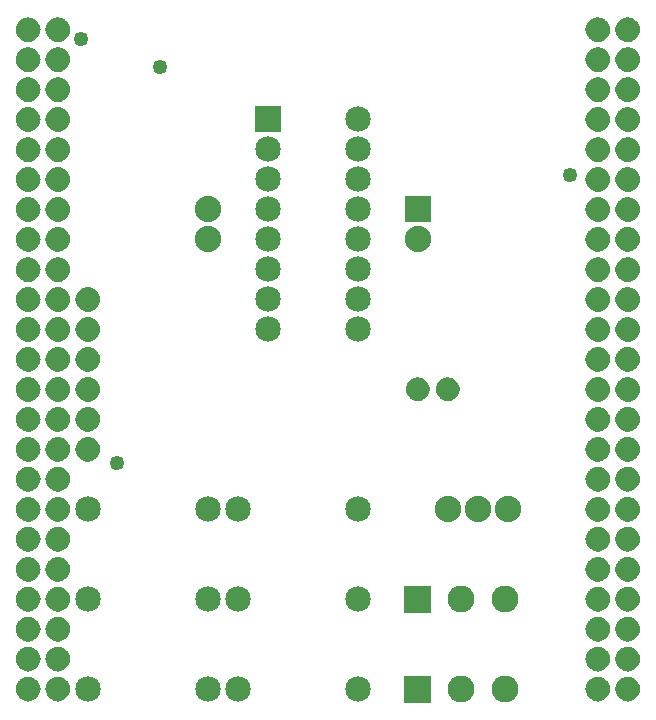
<source format=gbs>
G04 MADE WITH FRITZING*
G04 WWW.FRITZING.ORG*
G04 DOUBLE SIDED*
G04 HOLES PLATED*
G04 CONTOUR ON CENTER OF CONTOUR VECTOR*
%ASAXBY*%
%FSLAX23Y23*%
%MOIN*%
%OFA0B0*%
%SFA1.0B1.0*%
%ADD10C,0.088000*%
%ADD11C,0.085000*%
%ADD12C,0.090000*%
%ADD13C,0.049370*%
%ADD14R,0.088000X0.088000*%
%ADD15R,0.085000X0.085000*%
%ADD16C,0.030000*%
%ADD17R,0.001000X0.001000*%
%LNMASK0*%
G90*
G70*
G54D10*
X676Y1927D03*
X676Y2027D03*
X1376Y2027D03*
X1376Y1927D03*
G54D11*
X876Y2327D03*
X1176Y2327D03*
X876Y2227D03*
X1176Y2227D03*
X876Y2127D03*
X1176Y2127D03*
X876Y2027D03*
X1176Y2027D03*
X876Y1927D03*
X1176Y1927D03*
X876Y1827D03*
X1176Y1827D03*
X876Y1727D03*
X1176Y1727D03*
X876Y1627D03*
X1176Y1627D03*
G54D12*
X1376Y427D03*
X1521Y427D03*
X1666Y427D03*
X1376Y727D03*
X1521Y727D03*
X1666Y727D03*
G54D10*
X1476Y1027D03*
X1576Y1027D03*
X1676Y1027D03*
G54D11*
X276Y727D03*
X676Y727D03*
X276Y427D03*
X676Y427D03*
X276Y1027D03*
X676Y1027D03*
X776Y727D03*
X1176Y727D03*
X776Y427D03*
X1176Y427D03*
X776Y1027D03*
X1176Y1027D03*
G54D13*
X1884Y2140D03*
X372Y1180D03*
X252Y2596D03*
X516Y2500D03*
G54D14*
X1376Y2027D03*
G54D15*
X876Y2327D03*
G54D16*
G36*
X647Y1898D02*
X647Y1956D01*
X705Y1956D01*
X705Y1898D01*
X647Y1898D01*
G37*
D02*
G36*
X1447Y1056D02*
X1505Y1056D01*
X1505Y998D01*
X1447Y998D01*
X1447Y1056D01*
G37*
D02*
G54D17*
X73Y2667D02*
X81Y2667D01*
X172Y2667D02*
X180Y2667D01*
X1972Y2667D02*
X1980Y2667D01*
X2072Y2667D02*
X2080Y2667D01*
X68Y2666D02*
X85Y2666D01*
X167Y2666D02*
X185Y2666D01*
X1967Y2666D02*
X1985Y2666D01*
X2067Y2666D02*
X2084Y2666D01*
X65Y2665D02*
X89Y2665D01*
X164Y2665D02*
X188Y2665D01*
X1964Y2665D02*
X1988Y2665D01*
X2064Y2665D02*
X2088Y2665D01*
X62Y2664D02*
X91Y2664D01*
X162Y2664D02*
X190Y2664D01*
X1962Y2664D02*
X1990Y2664D01*
X2061Y2664D02*
X2090Y2664D01*
X60Y2663D02*
X93Y2663D01*
X160Y2663D02*
X193Y2663D01*
X1960Y2663D02*
X1993Y2663D01*
X2059Y2663D02*
X2092Y2663D01*
X58Y2662D02*
X95Y2662D01*
X158Y2662D02*
X194Y2662D01*
X1958Y2662D02*
X1994Y2662D01*
X2057Y2662D02*
X2094Y2662D01*
X57Y2661D02*
X97Y2661D01*
X156Y2661D02*
X196Y2661D01*
X1956Y2661D02*
X1996Y2661D01*
X2056Y2661D02*
X2096Y2661D01*
X55Y2660D02*
X98Y2660D01*
X155Y2660D02*
X198Y2660D01*
X1955Y2660D02*
X1998Y2660D01*
X2054Y2660D02*
X2097Y2660D01*
X54Y2659D02*
X99Y2659D01*
X153Y2659D02*
X199Y2659D01*
X1953Y2659D02*
X1999Y2659D01*
X2053Y2659D02*
X2098Y2659D01*
X53Y2658D02*
X101Y2658D01*
X152Y2658D02*
X200Y2658D01*
X1952Y2658D02*
X2000Y2658D01*
X2052Y2658D02*
X2100Y2658D01*
X51Y2657D02*
X102Y2657D01*
X151Y2657D02*
X201Y2657D01*
X1951Y2657D02*
X2001Y2657D01*
X2050Y2657D02*
X2101Y2657D01*
X50Y2656D02*
X103Y2656D01*
X150Y2656D02*
X203Y2656D01*
X1950Y2656D02*
X2003Y2656D01*
X2049Y2656D02*
X2102Y2656D01*
X49Y2655D02*
X104Y2655D01*
X149Y2655D02*
X204Y2655D01*
X1949Y2655D02*
X2004Y2655D01*
X2048Y2655D02*
X2103Y2655D01*
X48Y2654D02*
X105Y2654D01*
X148Y2654D02*
X205Y2654D01*
X1948Y2654D02*
X2005Y2654D01*
X2047Y2654D02*
X2104Y2654D01*
X47Y2653D02*
X106Y2653D01*
X147Y2653D02*
X206Y2653D01*
X1947Y2653D02*
X2006Y2653D01*
X2046Y2653D02*
X2105Y2653D01*
X46Y2652D02*
X107Y2652D01*
X146Y2652D02*
X206Y2652D01*
X1946Y2652D02*
X2006Y2652D01*
X2045Y2652D02*
X2106Y2652D01*
X45Y2651D02*
X108Y2651D01*
X145Y2651D02*
X207Y2651D01*
X1945Y2651D02*
X2007Y2651D01*
X2044Y2651D02*
X2107Y2651D01*
X45Y2650D02*
X109Y2650D01*
X144Y2650D02*
X208Y2650D01*
X1944Y2650D02*
X2008Y2650D01*
X2044Y2650D02*
X2108Y2650D01*
X44Y2649D02*
X109Y2649D01*
X143Y2649D02*
X209Y2649D01*
X1943Y2649D02*
X2009Y2649D01*
X2043Y2649D02*
X2108Y2649D01*
X43Y2648D02*
X110Y2648D01*
X143Y2648D02*
X210Y2648D01*
X1943Y2648D02*
X2010Y2648D01*
X2042Y2648D02*
X2109Y2648D01*
X43Y2647D02*
X111Y2647D01*
X142Y2647D02*
X210Y2647D01*
X1942Y2647D02*
X2010Y2647D01*
X2042Y2647D02*
X2110Y2647D01*
X42Y2646D02*
X111Y2646D01*
X141Y2646D02*
X211Y2646D01*
X1941Y2646D02*
X2011Y2646D01*
X2041Y2646D02*
X2110Y2646D01*
X41Y2645D02*
X112Y2645D01*
X141Y2645D02*
X212Y2645D01*
X1941Y2645D02*
X2012Y2645D01*
X2040Y2645D02*
X2111Y2645D01*
X41Y2644D02*
X113Y2644D01*
X140Y2644D02*
X212Y2644D01*
X1940Y2644D02*
X2012Y2644D01*
X2040Y2644D02*
X2112Y2644D01*
X40Y2643D02*
X113Y2643D01*
X140Y2643D02*
X213Y2643D01*
X1940Y2643D02*
X2013Y2643D01*
X2039Y2643D02*
X2112Y2643D01*
X40Y2642D02*
X114Y2642D01*
X139Y2642D02*
X213Y2642D01*
X1939Y2642D02*
X2013Y2642D01*
X2039Y2642D02*
X2113Y2642D01*
X39Y2641D02*
X114Y2641D01*
X139Y2641D02*
X214Y2641D01*
X1939Y2641D02*
X2014Y2641D01*
X2038Y2641D02*
X2113Y2641D01*
X39Y2640D02*
X115Y2640D01*
X138Y2640D02*
X214Y2640D01*
X1938Y2640D02*
X2014Y2640D01*
X2038Y2640D02*
X2114Y2640D01*
X38Y2639D02*
X115Y2639D01*
X138Y2639D02*
X214Y2639D01*
X1938Y2639D02*
X2014Y2639D01*
X2037Y2639D02*
X2114Y2639D01*
X38Y2638D02*
X115Y2638D01*
X137Y2638D02*
X215Y2638D01*
X1937Y2638D02*
X2015Y2638D01*
X2037Y2638D02*
X2114Y2638D01*
X38Y2637D02*
X116Y2637D01*
X137Y2637D02*
X215Y2637D01*
X1937Y2637D02*
X2015Y2637D01*
X2037Y2637D02*
X2115Y2637D01*
X37Y2636D02*
X116Y2636D01*
X137Y2636D02*
X216Y2636D01*
X1937Y2636D02*
X2016Y2636D01*
X2036Y2636D02*
X2115Y2636D01*
X37Y2635D02*
X116Y2635D01*
X136Y2635D02*
X216Y2635D01*
X1936Y2635D02*
X2016Y2635D01*
X2036Y2635D02*
X2115Y2635D01*
X37Y2634D02*
X117Y2634D01*
X136Y2634D02*
X216Y2634D01*
X1936Y2634D02*
X2016Y2634D01*
X2036Y2634D02*
X2116Y2634D01*
X36Y2633D02*
X117Y2633D01*
X136Y2633D02*
X216Y2633D01*
X1936Y2633D02*
X2016Y2633D01*
X2035Y2633D02*
X2116Y2633D01*
X36Y2632D02*
X117Y2632D01*
X136Y2632D02*
X217Y2632D01*
X1936Y2632D02*
X2017Y2632D01*
X2035Y2632D02*
X2116Y2632D01*
X36Y2631D02*
X117Y2631D01*
X136Y2631D02*
X217Y2631D01*
X1936Y2631D02*
X2017Y2631D01*
X2035Y2631D02*
X2116Y2631D01*
X36Y2630D02*
X117Y2630D01*
X135Y2630D02*
X217Y2630D01*
X1935Y2630D02*
X2017Y2630D01*
X2035Y2630D02*
X2116Y2630D01*
X36Y2629D02*
X117Y2629D01*
X135Y2629D02*
X217Y2629D01*
X1935Y2629D02*
X2017Y2629D01*
X2035Y2629D02*
X2116Y2629D01*
X36Y2628D02*
X118Y2628D01*
X135Y2628D02*
X217Y2628D01*
X1935Y2628D02*
X2017Y2628D01*
X2035Y2628D02*
X2117Y2628D01*
X36Y2627D02*
X118Y2627D01*
X135Y2627D02*
X217Y2627D01*
X1935Y2627D02*
X2017Y2627D01*
X2035Y2627D02*
X2117Y2627D01*
X36Y2626D02*
X118Y2626D01*
X135Y2626D02*
X217Y2626D01*
X1935Y2626D02*
X2017Y2626D01*
X2035Y2626D02*
X2117Y2626D01*
X36Y2625D02*
X118Y2625D01*
X135Y2625D02*
X217Y2625D01*
X1935Y2625D02*
X2017Y2625D01*
X2035Y2625D02*
X2117Y2625D01*
X36Y2624D02*
X118Y2624D01*
X135Y2624D02*
X217Y2624D01*
X1935Y2624D02*
X2017Y2624D01*
X2035Y2624D02*
X2117Y2624D01*
X36Y2623D02*
X117Y2623D01*
X135Y2623D02*
X217Y2623D01*
X1935Y2623D02*
X2017Y2623D01*
X2035Y2623D02*
X2116Y2623D01*
X36Y2622D02*
X117Y2622D01*
X135Y2622D02*
X217Y2622D01*
X1935Y2622D02*
X2017Y2622D01*
X2035Y2622D02*
X2116Y2622D01*
X36Y2621D02*
X117Y2621D01*
X136Y2621D02*
X217Y2621D01*
X1936Y2621D02*
X2017Y2621D01*
X2035Y2621D02*
X2116Y2621D01*
X36Y2620D02*
X117Y2620D01*
X136Y2620D02*
X217Y2620D01*
X1936Y2620D02*
X2017Y2620D01*
X2035Y2620D02*
X2116Y2620D01*
X36Y2619D02*
X117Y2619D01*
X136Y2619D02*
X216Y2619D01*
X1936Y2619D02*
X2016Y2619D01*
X2035Y2619D02*
X2116Y2619D01*
X37Y2618D02*
X117Y2618D01*
X136Y2618D02*
X216Y2618D01*
X1936Y2618D02*
X2016Y2618D01*
X2036Y2618D02*
X2116Y2618D01*
X37Y2617D02*
X116Y2617D01*
X136Y2617D02*
X216Y2617D01*
X1936Y2617D02*
X2016Y2617D01*
X2036Y2617D02*
X2115Y2617D01*
X37Y2616D02*
X116Y2616D01*
X137Y2616D02*
X216Y2616D01*
X1937Y2616D02*
X2016Y2616D01*
X2036Y2616D02*
X2115Y2616D01*
X37Y2615D02*
X116Y2615D01*
X137Y2615D02*
X215Y2615D01*
X1937Y2615D02*
X2015Y2615D01*
X2036Y2615D02*
X2115Y2615D01*
X38Y2614D02*
X116Y2614D01*
X137Y2614D02*
X215Y2614D01*
X1937Y2614D02*
X2015Y2614D01*
X2037Y2614D02*
X2115Y2614D01*
X38Y2613D02*
X115Y2613D01*
X138Y2613D02*
X215Y2613D01*
X1938Y2613D02*
X2015Y2613D01*
X2037Y2613D02*
X2114Y2613D01*
X39Y2612D02*
X115Y2612D01*
X138Y2612D02*
X214Y2612D01*
X1938Y2612D02*
X2014Y2612D01*
X2038Y2612D02*
X2114Y2612D01*
X39Y2611D02*
X114Y2611D01*
X138Y2611D02*
X214Y2611D01*
X1938Y2611D02*
X2014Y2611D01*
X2038Y2611D02*
X2113Y2611D01*
X39Y2610D02*
X114Y2610D01*
X139Y2610D02*
X213Y2610D01*
X1939Y2610D02*
X2013Y2610D01*
X2038Y2610D02*
X2113Y2610D01*
X40Y2609D02*
X113Y2609D01*
X139Y2609D02*
X213Y2609D01*
X1939Y2609D02*
X2013Y2609D01*
X2039Y2609D02*
X2112Y2609D01*
X41Y2608D02*
X113Y2608D01*
X140Y2608D02*
X212Y2608D01*
X1940Y2608D02*
X2012Y2608D01*
X2040Y2608D02*
X2112Y2608D01*
X41Y2607D02*
X112Y2607D01*
X141Y2607D02*
X212Y2607D01*
X1941Y2607D02*
X2012Y2607D01*
X2040Y2607D02*
X2111Y2607D01*
X42Y2606D02*
X112Y2606D01*
X141Y2606D02*
X211Y2606D01*
X1941Y2606D02*
X2011Y2606D01*
X2041Y2606D02*
X2111Y2606D01*
X42Y2605D02*
X111Y2605D01*
X142Y2605D02*
X210Y2605D01*
X1942Y2605D02*
X2010Y2605D01*
X2041Y2605D02*
X2110Y2605D01*
X43Y2604D02*
X110Y2604D01*
X142Y2604D02*
X210Y2604D01*
X1942Y2604D02*
X2010Y2604D01*
X2042Y2604D02*
X2109Y2604D01*
X44Y2603D02*
X110Y2603D01*
X143Y2603D02*
X209Y2603D01*
X1943Y2603D02*
X2009Y2603D01*
X2043Y2603D02*
X2109Y2603D01*
X44Y2602D02*
X109Y2602D01*
X144Y2602D02*
X208Y2602D01*
X1944Y2602D02*
X2008Y2602D01*
X2043Y2602D02*
X2108Y2602D01*
X45Y2601D02*
X108Y2601D01*
X145Y2601D02*
X208Y2601D01*
X1945Y2601D02*
X2008Y2601D01*
X2044Y2601D02*
X2107Y2601D01*
X46Y2600D02*
X107Y2600D01*
X146Y2600D02*
X207Y2600D01*
X1946Y2600D02*
X2007Y2600D01*
X2045Y2600D02*
X2106Y2600D01*
X47Y2599D02*
X106Y2599D01*
X146Y2599D02*
X206Y2599D01*
X1946Y2599D02*
X2006Y2599D01*
X2046Y2599D02*
X2105Y2599D01*
X48Y2598D02*
X105Y2598D01*
X147Y2598D02*
X205Y2598D01*
X1947Y2598D02*
X2005Y2598D01*
X2047Y2598D02*
X2104Y2598D01*
X49Y2597D02*
X104Y2597D01*
X148Y2597D02*
X204Y2597D01*
X1948Y2597D02*
X2004Y2597D01*
X2048Y2597D02*
X2103Y2597D01*
X50Y2596D02*
X103Y2596D01*
X149Y2596D02*
X203Y2596D01*
X1949Y2596D02*
X2003Y2596D01*
X2049Y2596D02*
X2102Y2596D01*
X51Y2595D02*
X102Y2595D01*
X150Y2595D02*
X202Y2595D01*
X1950Y2595D02*
X2002Y2595D01*
X2050Y2595D02*
X2101Y2595D01*
X52Y2594D02*
X101Y2594D01*
X152Y2594D02*
X201Y2594D01*
X1952Y2594D02*
X2001Y2594D01*
X2051Y2594D02*
X2100Y2594D01*
X53Y2593D02*
X100Y2593D01*
X153Y2593D02*
X199Y2593D01*
X1953Y2593D02*
X1999Y2593D01*
X2052Y2593D02*
X2099Y2593D01*
X55Y2592D02*
X99Y2592D01*
X154Y2592D02*
X198Y2592D01*
X1954Y2592D02*
X1998Y2592D01*
X2054Y2592D02*
X2098Y2592D01*
X56Y2591D02*
X97Y2591D01*
X156Y2591D02*
X196Y2591D01*
X1956Y2591D02*
X1996Y2591D01*
X2055Y2591D02*
X2096Y2591D01*
X58Y2590D02*
X95Y2590D01*
X157Y2590D02*
X195Y2590D01*
X1957Y2590D02*
X1995Y2590D01*
X2057Y2590D02*
X2094Y2590D01*
X60Y2589D02*
X94Y2589D01*
X159Y2589D02*
X193Y2589D01*
X1959Y2589D02*
X1993Y2589D01*
X2059Y2589D02*
X2093Y2589D01*
X62Y2588D02*
X92Y2588D01*
X161Y2588D02*
X191Y2588D01*
X1961Y2588D02*
X1991Y2588D01*
X2061Y2588D02*
X2091Y2588D01*
X64Y2587D02*
X89Y2587D01*
X164Y2587D02*
X189Y2587D01*
X1964Y2587D02*
X1989Y2587D01*
X2063Y2587D02*
X2088Y2587D01*
X67Y2586D02*
X86Y2586D01*
X166Y2586D02*
X186Y2586D01*
X1966Y2586D02*
X1986Y2586D01*
X2066Y2586D02*
X2085Y2586D01*
X71Y2585D02*
X82Y2585D01*
X170Y2585D02*
X182Y2585D01*
X1970Y2585D02*
X1982Y2585D01*
X2070Y2585D02*
X2081Y2585D01*
X70Y2567D02*
X84Y2567D01*
X169Y2567D02*
X183Y2567D01*
X1969Y2567D02*
X1983Y2567D01*
X2069Y2567D02*
X2083Y2567D01*
X66Y2566D02*
X87Y2566D01*
X166Y2566D02*
X187Y2566D01*
X1966Y2566D02*
X1987Y2566D01*
X2065Y2566D02*
X2086Y2566D01*
X64Y2565D02*
X90Y2565D01*
X163Y2565D02*
X189Y2565D01*
X1963Y2565D02*
X1989Y2565D01*
X2063Y2565D02*
X2089Y2565D01*
X61Y2564D02*
X92Y2564D01*
X161Y2564D02*
X192Y2564D01*
X1961Y2564D02*
X1992Y2564D01*
X2060Y2564D02*
X2091Y2564D01*
X59Y2563D02*
X94Y2563D01*
X159Y2563D02*
X193Y2563D01*
X1959Y2563D02*
X1993Y2563D01*
X2058Y2563D02*
X2093Y2563D01*
X58Y2562D02*
X96Y2562D01*
X157Y2562D02*
X195Y2562D01*
X1957Y2562D02*
X1995Y2562D01*
X2057Y2562D02*
X2095Y2562D01*
X56Y2561D02*
X97Y2561D01*
X156Y2561D02*
X197Y2561D01*
X1956Y2561D02*
X1997Y2561D01*
X2055Y2561D02*
X2096Y2561D01*
X55Y2560D02*
X99Y2560D01*
X154Y2560D02*
X198Y2560D01*
X1954Y2560D02*
X1998Y2560D01*
X2054Y2560D02*
X2098Y2560D01*
X53Y2559D02*
X100Y2559D01*
X153Y2559D02*
X200Y2559D01*
X1953Y2559D02*
X2000Y2559D01*
X2052Y2559D02*
X2099Y2559D01*
X52Y2558D02*
X101Y2558D01*
X151Y2558D02*
X201Y2558D01*
X1951Y2558D02*
X2001Y2558D01*
X2051Y2558D02*
X2100Y2558D01*
X51Y2557D02*
X103Y2557D01*
X150Y2557D02*
X202Y2557D01*
X1950Y2557D02*
X2002Y2557D01*
X2050Y2557D02*
X2102Y2557D01*
X50Y2556D02*
X104Y2556D01*
X149Y2556D02*
X203Y2556D01*
X1949Y2556D02*
X2003Y2556D01*
X2049Y2556D02*
X2103Y2556D01*
X49Y2555D02*
X105Y2555D01*
X148Y2555D02*
X204Y2555D01*
X1948Y2555D02*
X2004Y2555D01*
X2048Y2555D02*
X2104Y2555D01*
X48Y2554D02*
X106Y2554D01*
X147Y2554D02*
X205Y2554D01*
X1947Y2554D02*
X2005Y2554D01*
X2047Y2554D02*
X2105Y2554D01*
X47Y2553D02*
X107Y2553D01*
X146Y2553D02*
X206Y2553D01*
X1946Y2553D02*
X2006Y2553D01*
X2046Y2553D02*
X2106Y2553D01*
X46Y2552D02*
X107Y2552D01*
X145Y2552D02*
X207Y2552D01*
X1945Y2552D02*
X2007Y2552D01*
X2045Y2552D02*
X2106Y2552D01*
X45Y2551D02*
X108Y2551D01*
X145Y2551D02*
X208Y2551D01*
X1945Y2551D02*
X2008Y2551D01*
X2044Y2551D02*
X2107Y2551D01*
X44Y2550D02*
X109Y2550D01*
X144Y2550D02*
X209Y2550D01*
X1944Y2550D02*
X2009Y2550D01*
X2043Y2550D02*
X2108Y2550D01*
X44Y2549D02*
X110Y2549D01*
X143Y2549D02*
X209Y2549D01*
X1943Y2549D02*
X2009Y2549D01*
X2043Y2549D02*
X2109Y2549D01*
X43Y2548D02*
X110Y2548D01*
X142Y2548D02*
X210Y2548D01*
X1942Y2548D02*
X2010Y2548D01*
X2042Y2548D02*
X2109Y2548D01*
X42Y2547D02*
X111Y2547D01*
X142Y2547D02*
X211Y2547D01*
X1942Y2547D02*
X2011Y2547D01*
X2041Y2547D02*
X2110Y2547D01*
X42Y2546D02*
X112Y2546D01*
X141Y2546D02*
X211Y2546D01*
X1941Y2546D02*
X2011Y2546D01*
X2041Y2546D02*
X2111Y2546D01*
X41Y2545D02*
X112Y2545D01*
X140Y2545D02*
X212Y2545D01*
X1940Y2545D02*
X2012Y2545D01*
X2040Y2545D02*
X2111Y2545D01*
X40Y2544D02*
X113Y2544D01*
X140Y2544D02*
X212Y2544D01*
X1940Y2544D02*
X2012Y2544D01*
X2039Y2544D02*
X2112Y2544D01*
X40Y2543D02*
X113Y2543D01*
X139Y2543D02*
X213Y2543D01*
X1939Y2543D02*
X2013Y2543D01*
X2039Y2543D02*
X2112Y2543D01*
X39Y2542D02*
X114Y2542D01*
X139Y2542D02*
X213Y2542D01*
X1939Y2542D02*
X2013Y2542D01*
X2038Y2542D02*
X2113Y2542D01*
X39Y2541D02*
X114Y2541D01*
X138Y2541D02*
X214Y2541D01*
X1938Y2541D02*
X2014Y2541D01*
X2038Y2541D02*
X2113Y2541D01*
X39Y2540D02*
X115Y2540D01*
X138Y2540D02*
X214Y2540D01*
X1938Y2540D02*
X2014Y2540D01*
X2038Y2540D02*
X2114Y2540D01*
X38Y2539D02*
X115Y2539D01*
X138Y2539D02*
X215Y2539D01*
X1938Y2539D02*
X2015Y2539D01*
X2037Y2539D02*
X2114Y2539D01*
X38Y2538D02*
X116Y2538D01*
X137Y2538D02*
X215Y2538D01*
X1937Y2538D02*
X2015Y2538D01*
X2037Y2538D02*
X2115Y2538D01*
X37Y2537D02*
X116Y2537D01*
X137Y2537D02*
X215Y2537D01*
X1937Y2537D02*
X2015Y2537D01*
X2036Y2537D02*
X2115Y2537D01*
X37Y2536D02*
X116Y2536D01*
X137Y2536D02*
X216Y2536D01*
X1937Y2536D02*
X2016Y2536D01*
X2036Y2536D02*
X2115Y2536D01*
X37Y2535D02*
X116Y2535D01*
X136Y2535D02*
X216Y2535D01*
X1936Y2535D02*
X2016Y2535D01*
X2036Y2535D02*
X2115Y2535D01*
X37Y2534D02*
X117Y2534D01*
X136Y2534D02*
X216Y2534D01*
X1936Y2534D02*
X2016Y2534D01*
X2036Y2534D02*
X2116Y2534D01*
X36Y2533D02*
X117Y2533D01*
X136Y2533D02*
X216Y2533D01*
X1936Y2533D02*
X2016Y2533D01*
X2035Y2533D02*
X2116Y2533D01*
X36Y2532D02*
X117Y2532D01*
X136Y2532D02*
X217Y2532D01*
X1936Y2532D02*
X2017Y2532D01*
X2035Y2532D02*
X2116Y2532D01*
X36Y2531D02*
X117Y2531D01*
X136Y2531D02*
X217Y2531D01*
X1936Y2531D02*
X2017Y2531D01*
X2035Y2531D02*
X2116Y2531D01*
X36Y2530D02*
X117Y2530D01*
X135Y2530D02*
X217Y2530D01*
X1935Y2530D02*
X2017Y2530D01*
X2035Y2530D02*
X2116Y2530D01*
X36Y2529D02*
X117Y2529D01*
X135Y2529D02*
X217Y2529D01*
X1935Y2529D02*
X2017Y2529D01*
X2035Y2529D02*
X2116Y2529D01*
X36Y2528D02*
X118Y2528D01*
X135Y2528D02*
X217Y2528D01*
X1935Y2528D02*
X2017Y2528D01*
X2035Y2528D02*
X2117Y2528D01*
X36Y2527D02*
X118Y2527D01*
X135Y2527D02*
X217Y2527D01*
X1935Y2527D02*
X2017Y2527D01*
X2035Y2527D02*
X2117Y2527D01*
X36Y2526D02*
X118Y2526D01*
X135Y2526D02*
X217Y2526D01*
X1935Y2526D02*
X2017Y2526D01*
X2035Y2526D02*
X2117Y2526D01*
X36Y2525D02*
X118Y2525D01*
X135Y2525D02*
X217Y2525D01*
X1935Y2525D02*
X2017Y2525D01*
X2035Y2525D02*
X2117Y2525D01*
X36Y2524D02*
X118Y2524D01*
X135Y2524D02*
X217Y2524D01*
X1935Y2524D02*
X2017Y2524D01*
X2035Y2524D02*
X2117Y2524D01*
X36Y2523D02*
X117Y2523D01*
X135Y2523D02*
X217Y2523D01*
X1935Y2523D02*
X2017Y2523D01*
X2035Y2523D02*
X2116Y2523D01*
X36Y2522D02*
X117Y2522D01*
X135Y2522D02*
X217Y2522D01*
X1935Y2522D02*
X2017Y2522D01*
X2035Y2522D02*
X2116Y2522D01*
X36Y2521D02*
X117Y2521D01*
X136Y2521D02*
X217Y2521D01*
X1936Y2521D02*
X2017Y2521D01*
X2035Y2521D02*
X2116Y2521D01*
X36Y2520D02*
X117Y2520D01*
X136Y2520D02*
X216Y2520D01*
X1936Y2520D02*
X2016Y2520D01*
X2035Y2520D02*
X2116Y2520D01*
X36Y2519D02*
X117Y2519D01*
X136Y2519D02*
X216Y2519D01*
X1936Y2519D02*
X2016Y2519D01*
X2035Y2519D02*
X2116Y2519D01*
X37Y2518D02*
X117Y2518D01*
X136Y2518D02*
X216Y2518D01*
X1936Y2518D02*
X2016Y2518D01*
X2036Y2518D02*
X2116Y2518D01*
X37Y2517D02*
X116Y2517D01*
X137Y2517D02*
X216Y2517D01*
X1937Y2517D02*
X2016Y2517D01*
X2036Y2517D02*
X2115Y2517D01*
X37Y2516D02*
X116Y2516D01*
X137Y2516D02*
X215Y2516D01*
X1937Y2516D02*
X2015Y2516D01*
X2036Y2516D02*
X2115Y2516D01*
X38Y2515D02*
X116Y2515D01*
X137Y2515D02*
X215Y2515D01*
X1937Y2515D02*
X2015Y2515D01*
X2037Y2515D02*
X2115Y2515D01*
X38Y2514D02*
X115Y2514D01*
X137Y2514D02*
X215Y2514D01*
X1937Y2514D02*
X2015Y2514D01*
X2037Y2514D02*
X2114Y2514D01*
X38Y2513D02*
X115Y2513D01*
X138Y2513D02*
X214Y2513D01*
X1938Y2513D02*
X2014Y2513D01*
X2037Y2513D02*
X2114Y2513D01*
X39Y2512D02*
X115Y2512D01*
X138Y2512D02*
X214Y2512D01*
X1938Y2512D02*
X2014Y2512D01*
X2038Y2512D02*
X2114Y2512D01*
X39Y2511D02*
X114Y2511D01*
X139Y2511D02*
X214Y2511D01*
X1939Y2511D02*
X2014Y2511D01*
X2038Y2511D02*
X2113Y2511D01*
X40Y2510D02*
X114Y2510D01*
X139Y2510D02*
X213Y2510D01*
X1939Y2510D02*
X2013Y2510D01*
X2039Y2510D02*
X2113Y2510D01*
X40Y2509D02*
X113Y2509D01*
X140Y2509D02*
X213Y2509D01*
X1940Y2509D02*
X2013Y2509D01*
X2039Y2509D02*
X2112Y2509D01*
X41Y2508D02*
X113Y2508D01*
X140Y2508D02*
X212Y2508D01*
X1940Y2508D02*
X2012Y2508D01*
X2040Y2508D02*
X2112Y2508D01*
X41Y2507D02*
X112Y2507D01*
X141Y2507D02*
X211Y2507D01*
X1941Y2507D02*
X2011Y2507D01*
X2040Y2507D02*
X2111Y2507D01*
X42Y2506D02*
X111Y2506D01*
X141Y2506D02*
X211Y2506D01*
X1941Y2506D02*
X2011Y2506D01*
X2041Y2506D02*
X2110Y2506D01*
X43Y2505D02*
X111Y2505D01*
X142Y2505D02*
X210Y2505D01*
X1942Y2505D02*
X2010Y2505D01*
X2042Y2505D02*
X2110Y2505D01*
X43Y2504D02*
X110Y2504D01*
X143Y2504D02*
X210Y2504D01*
X1943Y2504D02*
X2010Y2504D01*
X2042Y2504D02*
X2109Y2504D01*
X44Y2503D02*
X109Y2503D01*
X144Y2503D02*
X209Y2503D01*
X1944Y2503D02*
X2009Y2503D01*
X2043Y2503D02*
X2108Y2503D01*
X45Y2502D02*
X108Y2502D01*
X144Y2502D02*
X208Y2502D01*
X1944Y2502D02*
X2008Y2502D01*
X2044Y2502D02*
X2107Y2502D01*
X46Y2501D02*
X108Y2501D01*
X145Y2501D02*
X207Y2501D01*
X1945Y2501D02*
X2007Y2501D01*
X2045Y2501D02*
X2107Y2501D01*
X46Y2500D02*
X107Y2500D01*
X146Y2500D02*
X206Y2500D01*
X1946Y2500D02*
X2006Y2500D01*
X2045Y2500D02*
X2106Y2500D01*
X47Y2499D02*
X106Y2499D01*
X147Y2499D02*
X205Y2499D01*
X1947Y2499D02*
X2005Y2499D01*
X2046Y2499D02*
X2105Y2499D01*
X48Y2498D02*
X105Y2498D01*
X148Y2498D02*
X204Y2498D01*
X1948Y2498D02*
X2004Y2498D01*
X2047Y2498D02*
X2104Y2498D01*
X49Y2497D02*
X104Y2497D01*
X149Y2497D02*
X203Y2497D01*
X1949Y2497D02*
X2003Y2497D01*
X2048Y2497D02*
X2103Y2497D01*
X50Y2496D02*
X103Y2496D01*
X150Y2496D02*
X202Y2496D01*
X1950Y2496D02*
X2002Y2496D01*
X2049Y2496D02*
X2102Y2496D01*
X52Y2495D02*
X102Y2495D01*
X151Y2495D02*
X201Y2495D01*
X1951Y2495D02*
X2001Y2495D01*
X2051Y2495D02*
X2101Y2495D01*
X53Y2494D02*
X100Y2494D01*
X152Y2494D02*
X200Y2494D01*
X1952Y2494D02*
X2000Y2494D01*
X2052Y2494D02*
X2099Y2494D01*
X54Y2493D02*
X99Y2493D01*
X154Y2493D02*
X199Y2493D01*
X1954Y2493D02*
X1999Y2493D01*
X2053Y2493D02*
X2098Y2493D01*
X56Y2492D02*
X98Y2492D01*
X155Y2492D02*
X197Y2492D01*
X1955Y2492D02*
X1997Y2492D01*
X2055Y2492D02*
X2097Y2492D01*
X57Y2491D02*
X96Y2491D01*
X157Y2491D02*
X196Y2491D01*
X1957Y2491D02*
X1996Y2491D01*
X2056Y2491D02*
X2095Y2491D01*
X59Y2490D02*
X95Y2490D01*
X158Y2490D02*
X194Y2490D01*
X1958Y2490D02*
X1994Y2490D01*
X2058Y2490D02*
X2094Y2490D01*
X61Y2489D02*
X93Y2489D01*
X160Y2489D02*
X192Y2489D01*
X1960Y2489D02*
X1992Y2489D01*
X2060Y2489D02*
X2092Y2489D01*
X63Y2488D02*
X91Y2488D01*
X162Y2488D02*
X190Y2488D01*
X1962Y2488D02*
X1990Y2488D01*
X2062Y2488D02*
X2090Y2488D01*
X65Y2487D02*
X88Y2487D01*
X165Y2487D02*
X188Y2487D01*
X1965Y2487D02*
X1988Y2487D01*
X2064Y2487D02*
X2087Y2487D01*
X69Y2486D02*
X85Y2486D01*
X168Y2486D02*
X184Y2486D01*
X1968Y2486D02*
X1984Y2486D01*
X2068Y2486D02*
X2084Y2486D01*
X75Y2485D02*
X79Y2485D01*
X174Y2485D02*
X178Y2485D01*
X1974Y2485D02*
X1978Y2485D01*
X2074Y2485D02*
X2078Y2485D01*
X70Y2467D02*
X84Y2467D01*
X169Y2467D02*
X183Y2467D01*
X1969Y2467D02*
X1983Y2467D01*
X2069Y2467D02*
X2083Y2467D01*
X66Y2466D02*
X87Y2466D01*
X166Y2466D02*
X187Y2466D01*
X1966Y2466D02*
X1987Y2466D01*
X2065Y2466D02*
X2086Y2466D01*
X64Y2465D02*
X90Y2465D01*
X163Y2465D02*
X189Y2465D01*
X1963Y2465D02*
X1989Y2465D01*
X2063Y2465D02*
X2089Y2465D01*
X61Y2464D02*
X92Y2464D01*
X161Y2464D02*
X192Y2464D01*
X1961Y2464D02*
X1992Y2464D01*
X2060Y2464D02*
X2091Y2464D01*
X59Y2463D02*
X94Y2463D01*
X159Y2463D02*
X193Y2463D01*
X1959Y2463D02*
X1993Y2463D01*
X2058Y2463D02*
X2093Y2463D01*
X58Y2462D02*
X96Y2462D01*
X157Y2462D02*
X195Y2462D01*
X1957Y2462D02*
X1995Y2462D01*
X2057Y2462D02*
X2095Y2462D01*
X56Y2461D02*
X97Y2461D01*
X156Y2461D02*
X197Y2461D01*
X1956Y2461D02*
X1997Y2461D01*
X2055Y2461D02*
X2096Y2461D01*
X55Y2460D02*
X99Y2460D01*
X154Y2460D02*
X198Y2460D01*
X1954Y2460D02*
X1998Y2460D01*
X2054Y2460D02*
X2098Y2460D01*
X53Y2459D02*
X100Y2459D01*
X153Y2459D02*
X200Y2459D01*
X1953Y2459D02*
X2000Y2459D01*
X2052Y2459D02*
X2099Y2459D01*
X52Y2458D02*
X101Y2458D01*
X151Y2458D02*
X201Y2458D01*
X1951Y2458D02*
X2001Y2458D01*
X2051Y2458D02*
X2100Y2458D01*
X51Y2457D02*
X103Y2457D01*
X150Y2457D02*
X202Y2457D01*
X1950Y2457D02*
X2002Y2457D01*
X2050Y2457D02*
X2102Y2457D01*
X50Y2456D02*
X104Y2456D01*
X149Y2456D02*
X203Y2456D01*
X1949Y2456D02*
X2003Y2456D01*
X2049Y2456D02*
X2103Y2456D01*
X49Y2455D02*
X105Y2455D01*
X148Y2455D02*
X204Y2455D01*
X1948Y2455D02*
X2004Y2455D01*
X2048Y2455D02*
X2104Y2455D01*
X48Y2454D02*
X106Y2454D01*
X147Y2454D02*
X205Y2454D01*
X1947Y2454D02*
X2005Y2454D01*
X2047Y2454D02*
X2105Y2454D01*
X47Y2453D02*
X107Y2453D01*
X146Y2453D02*
X206Y2453D01*
X1946Y2453D02*
X2006Y2453D01*
X2046Y2453D02*
X2106Y2453D01*
X46Y2452D02*
X107Y2452D01*
X145Y2452D02*
X207Y2452D01*
X1945Y2452D02*
X2007Y2452D01*
X2045Y2452D02*
X2106Y2452D01*
X45Y2451D02*
X108Y2451D01*
X145Y2451D02*
X208Y2451D01*
X1945Y2451D02*
X2008Y2451D01*
X2044Y2451D02*
X2107Y2451D01*
X44Y2450D02*
X109Y2450D01*
X144Y2450D02*
X209Y2450D01*
X1944Y2450D02*
X2009Y2450D01*
X2043Y2450D02*
X2108Y2450D01*
X44Y2449D02*
X110Y2449D01*
X143Y2449D02*
X209Y2449D01*
X1943Y2449D02*
X2009Y2449D01*
X2043Y2449D02*
X2109Y2449D01*
X43Y2448D02*
X110Y2448D01*
X142Y2448D02*
X210Y2448D01*
X1942Y2448D02*
X2010Y2448D01*
X2042Y2448D02*
X2109Y2448D01*
X42Y2447D02*
X111Y2447D01*
X142Y2447D02*
X211Y2447D01*
X1942Y2447D02*
X2011Y2447D01*
X2041Y2447D02*
X2110Y2447D01*
X42Y2446D02*
X112Y2446D01*
X141Y2446D02*
X211Y2446D01*
X1941Y2446D02*
X2011Y2446D01*
X2041Y2446D02*
X2111Y2446D01*
X41Y2445D02*
X112Y2445D01*
X140Y2445D02*
X212Y2445D01*
X1940Y2445D02*
X2012Y2445D01*
X2040Y2445D02*
X2111Y2445D01*
X40Y2444D02*
X113Y2444D01*
X140Y2444D02*
X212Y2444D01*
X1940Y2444D02*
X2012Y2444D01*
X2039Y2444D02*
X2112Y2444D01*
X40Y2443D02*
X113Y2443D01*
X139Y2443D02*
X213Y2443D01*
X1939Y2443D02*
X2013Y2443D01*
X2039Y2443D02*
X2112Y2443D01*
X39Y2442D02*
X114Y2442D01*
X139Y2442D02*
X213Y2442D01*
X1939Y2442D02*
X2013Y2442D01*
X2038Y2442D02*
X2113Y2442D01*
X39Y2441D02*
X114Y2441D01*
X138Y2441D02*
X214Y2441D01*
X1938Y2441D02*
X2014Y2441D01*
X2038Y2441D02*
X2113Y2441D01*
X39Y2440D02*
X115Y2440D01*
X138Y2440D02*
X214Y2440D01*
X1938Y2440D02*
X2014Y2440D01*
X2038Y2440D02*
X2114Y2440D01*
X38Y2439D02*
X115Y2439D01*
X138Y2439D02*
X215Y2439D01*
X1938Y2439D02*
X2015Y2439D01*
X2037Y2439D02*
X2114Y2439D01*
X38Y2438D02*
X116Y2438D01*
X137Y2438D02*
X215Y2438D01*
X1937Y2438D02*
X2015Y2438D01*
X2037Y2438D02*
X2115Y2438D01*
X37Y2437D02*
X116Y2437D01*
X137Y2437D02*
X215Y2437D01*
X1937Y2437D02*
X2015Y2437D01*
X2036Y2437D02*
X2115Y2437D01*
X37Y2436D02*
X116Y2436D01*
X137Y2436D02*
X216Y2436D01*
X1937Y2436D02*
X2016Y2436D01*
X2036Y2436D02*
X2115Y2436D01*
X37Y2435D02*
X116Y2435D01*
X136Y2435D02*
X216Y2435D01*
X1936Y2435D02*
X2016Y2435D01*
X2036Y2435D02*
X2115Y2435D01*
X37Y2434D02*
X117Y2434D01*
X136Y2434D02*
X216Y2434D01*
X1936Y2434D02*
X2016Y2434D01*
X2036Y2434D02*
X2116Y2434D01*
X36Y2433D02*
X117Y2433D01*
X136Y2433D02*
X216Y2433D01*
X1936Y2433D02*
X2016Y2433D01*
X2035Y2433D02*
X2116Y2433D01*
X36Y2432D02*
X117Y2432D01*
X136Y2432D02*
X217Y2432D01*
X1936Y2432D02*
X2017Y2432D01*
X2035Y2432D02*
X2116Y2432D01*
X36Y2431D02*
X117Y2431D01*
X136Y2431D02*
X217Y2431D01*
X1936Y2431D02*
X2017Y2431D01*
X2035Y2431D02*
X2116Y2431D01*
X36Y2430D02*
X117Y2430D01*
X135Y2430D02*
X217Y2430D01*
X1935Y2430D02*
X2017Y2430D01*
X2035Y2430D02*
X2116Y2430D01*
X36Y2429D02*
X117Y2429D01*
X135Y2429D02*
X217Y2429D01*
X1935Y2429D02*
X2017Y2429D01*
X2035Y2429D02*
X2116Y2429D01*
X36Y2428D02*
X118Y2428D01*
X135Y2428D02*
X217Y2428D01*
X1935Y2428D02*
X2017Y2428D01*
X2035Y2428D02*
X2117Y2428D01*
X36Y2427D02*
X118Y2427D01*
X135Y2427D02*
X217Y2427D01*
X1935Y2427D02*
X2017Y2427D01*
X2035Y2427D02*
X2117Y2427D01*
X36Y2426D02*
X118Y2426D01*
X135Y2426D02*
X217Y2426D01*
X1935Y2426D02*
X2017Y2426D01*
X2035Y2426D02*
X2117Y2426D01*
X36Y2425D02*
X118Y2425D01*
X135Y2425D02*
X217Y2425D01*
X1935Y2425D02*
X2017Y2425D01*
X2035Y2425D02*
X2117Y2425D01*
X36Y2424D02*
X118Y2424D01*
X135Y2424D02*
X217Y2424D01*
X1935Y2424D02*
X2017Y2424D01*
X2035Y2424D02*
X2117Y2424D01*
X36Y2423D02*
X117Y2423D01*
X135Y2423D02*
X217Y2423D01*
X1935Y2423D02*
X2017Y2423D01*
X2035Y2423D02*
X2116Y2423D01*
X36Y2422D02*
X117Y2422D01*
X135Y2422D02*
X217Y2422D01*
X1935Y2422D02*
X2017Y2422D01*
X2035Y2422D02*
X2116Y2422D01*
X36Y2421D02*
X117Y2421D01*
X136Y2421D02*
X217Y2421D01*
X1936Y2421D02*
X2017Y2421D01*
X2035Y2421D02*
X2116Y2421D01*
X36Y2420D02*
X117Y2420D01*
X136Y2420D02*
X216Y2420D01*
X1936Y2420D02*
X2016Y2420D01*
X2035Y2420D02*
X2116Y2420D01*
X36Y2419D02*
X117Y2419D01*
X136Y2419D02*
X216Y2419D01*
X1936Y2419D02*
X2016Y2419D01*
X2035Y2419D02*
X2116Y2419D01*
X37Y2418D02*
X117Y2418D01*
X136Y2418D02*
X216Y2418D01*
X1936Y2418D02*
X2016Y2418D01*
X2036Y2418D02*
X2116Y2418D01*
X37Y2417D02*
X116Y2417D01*
X137Y2417D02*
X216Y2417D01*
X1937Y2417D02*
X2016Y2417D01*
X2036Y2417D02*
X2115Y2417D01*
X37Y2416D02*
X116Y2416D01*
X137Y2416D02*
X215Y2416D01*
X1937Y2416D02*
X2015Y2416D01*
X2036Y2416D02*
X2115Y2416D01*
X38Y2415D02*
X116Y2415D01*
X137Y2415D02*
X215Y2415D01*
X1937Y2415D02*
X2015Y2415D01*
X2037Y2415D02*
X2115Y2415D01*
X38Y2414D02*
X115Y2414D01*
X137Y2414D02*
X215Y2414D01*
X1937Y2414D02*
X2015Y2414D01*
X2037Y2414D02*
X2114Y2414D01*
X38Y2413D02*
X115Y2413D01*
X138Y2413D02*
X214Y2413D01*
X1938Y2413D02*
X2014Y2413D01*
X2037Y2413D02*
X2114Y2413D01*
X39Y2412D02*
X115Y2412D01*
X138Y2412D02*
X214Y2412D01*
X1938Y2412D02*
X2014Y2412D01*
X2038Y2412D02*
X2114Y2412D01*
X39Y2411D02*
X114Y2411D01*
X139Y2411D02*
X214Y2411D01*
X1939Y2411D02*
X2014Y2411D01*
X2038Y2411D02*
X2113Y2411D01*
X40Y2410D02*
X114Y2410D01*
X139Y2410D02*
X213Y2410D01*
X1939Y2410D02*
X2013Y2410D01*
X2039Y2410D02*
X2113Y2410D01*
X40Y2409D02*
X113Y2409D01*
X140Y2409D02*
X213Y2409D01*
X1940Y2409D02*
X2013Y2409D01*
X2039Y2409D02*
X2112Y2409D01*
X41Y2408D02*
X113Y2408D01*
X140Y2408D02*
X212Y2408D01*
X1940Y2408D02*
X2012Y2408D01*
X2040Y2408D02*
X2112Y2408D01*
X41Y2407D02*
X112Y2407D01*
X141Y2407D02*
X211Y2407D01*
X1941Y2407D02*
X2011Y2407D01*
X2040Y2407D02*
X2111Y2407D01*
X42Y2406D02*
X111Y2406D01*
X141Y2406D02*
X211Y2406D01*
X1941Y2406D02*
X2011Y2406D01*
X2041Y2406D02*
X2110Y2406D01*
X43Y2405D02*
X111Y2405D01*
X142Y2405D02*
X210Y2405D01*
X1942Y2405D02*
X2010Y2405D01*
X2042Y2405D02*
X2110Y2405D01*
X43Y2404D02*
X110Y2404D01*
X143Y2404D02*
X210Y2404D01*
X1943Y2404D02*
X2010Y2404D01*
X2042Y2404D02*
X2109Y2404D01*
X44Y2403D02*
X109Y2403D01*
X144Y2403D02*
X209Y2403D01*
X1944Y2403D02*
X2009Y2403D01*
X2043Y2403D02*
X2108Y2403D01*
X45Y2402D02*
X108Y2402D01*
X144Y2402D02*
X208Y2402D01*
X1944Y2402D02*
X2008Y2402D01*
X2044Y2402D02*
X2107Y2402D01*
X46Y2401D02*
X108Y2401D01*
X145Y2401D02*
X207Y2401D01*
X1945Y2401D02*
X2007Y2401D01*
X2045Y2401D02*
X2107Y2401D01*
X46Y2400D02*
X107Y2400D01*
X146Y2400D02*
X206Y2400D01*
X1946Y2400D02*
X2006Y2400D01*
X2045Y2400D02*
X2106Y2400D01*
X47Y2399D02*
X106Y2399D01*
X147Y2399D02*
X205Y2399D01*
X1947Y2399D02*
X2005Y2399D01*
X2046Y2399D02*
X2105Y2399D01*
X48Y2398D02*
X105Y2398D01*
X148Y2398D02*
X204Y2398D01*
X1948Y2398D02*
X2004Y2398D01*
X2047Y2398D02*
X2104Y2398D01*
X49Y2397D02*
X104Y2397D01*
X149Y2397D02*
X203Y2397D01*
X1949Y2397D02*
X2003Y2397D01*
X2048Y2397D02*
X2103Y2397D01*
X50Y2396D02*
X103Y2396D01*
X150Y2396D02*
X202Y2396D01*
X1950Y2396D02*
X2002Y2396D01*
X2049Y2396D02*
X2102Y2396D01*
X52Y2395D02*
X102Y2395D01*
X151Y2395D02*
X201Y2395D01*
X1951Y2395D02*
X2001Y2395D01*
X2051Y2395D02*
X2101Y2395D01*
X53Y2394D02*
X100Y2394D01*
X152Y2394D02*
X200Y2394D01*
X1952Y2394D02*
X2000Y2394D01*
X2052Y2394D02*
X2099Y2394D01*
X54Y2393D02*
X99Y2393D01*
X154Y2393D02*
X199Y2393D01*
X1954Y2393D02*
X1999Y2393D01*
X2053Y2393D02*
X2098Y2393D01*
X56Y2392D02*
X98Y2392D01*
X155Y2392D02*
X197Y2392D01*
X1955Y2392D02*
X1997Y2392D01*
X2055Y2392D02*
X2097Y2392D01*
X57Y2391D02*
X96Y2391D01*
X157Y2391D02*
X196Y2391D01*
X1957Y2391D02*
X1996Y2391D01*
X2056Y2391D02*
X2095Y2391D01*
X59Y2390D02*
X95Y2390D01*
X158Y2390D02*
X194Y2390D01*
X1958Y2390D02*
X1994Y2390D01*
X2058Y2390D02*
X2094Y2390D01*
X61Y2389D02*
X93Y2389D01*
X160Y2389D02*
X192Y2389D01*
X1960Y2389D02*
X1992Y2389D01*
X2060Y2389D02*
X2092Y2389D01*
X63Y2388D02*
X91Y2388D01*
X162Y2388D02*
X190Y2388D01*
X1962Y2388D02*
X1990Y2388D01*
X2062Y2388D02*
X2090Y2388D01*
X65Y2387D02*
X88Y2387D01*
X165Y2387D02*
X188Y2387D01*
X1965Y2387D02*
X1988Y2387D01*
X2064Y2387D02*
X2087Y2387D01*
X69Y2386D02*
X85Y2386D01*
X168Y2386D02*
X184Y2386D01*
X1968Y2386D02*
X1984Y2386D01*
X2068Y2386D02*
X2084Y2386D01*
X75Y2385D02*
X79Y2385D01*
X174Y2385D02*
X178Y2385D01*
X1974Y2385D02*
X1978Y2385D01*
X2074Y2385D02*
X2078Y2385D01*
X73Y2368D02*
X81Y2368D01*
X172Y2368D02*
X180Y2368D01*
X1972Y2368D02*
X1980Y2368D01*
X2072Y2368D02*
X2080Y2368D01*
X68Y2367D02*
X85Y2367D01*
X167Y2367D02*
X185Y2367D01*
X1967Y2367D02*
X1985Y2367D01*
X2067Y2367D02*
X2084Y2367D01*
X65Y2366D02*
X89Y2366D01*
X164Y2366D02*
X188Y2366D01*
X1964Y2366D02*
X1988Y2366D01*
X2064Y2366D02*
X2088Y2366D01*
X62Y2365D02*
X91Y2365D01*
X162Y2365D02*
X190Y2365D01*
X1962Y2365D02*
X1990Y2365D01*
X2061Y2365D02*
X2090Y2365D01*
X60Y2364D02*
X93Y2364D01*
X160Y2364D02*
X193Y2364D01*
X1960Y2364D02*
X1993Y2364D01*
X2059Y2364D02*
X2092Y2364D01*
X58Y2363D02*
X95Y2363D01*
X158Y2363D02*
X194Y2363D01*
X1958Y2363D02*
X1994Y2363D01*
X2057Y2363D02*
X2094Y2363D01*
X57Y2362D02*
X97Y2362D01*
X156Y2362D02*
X196Y2362D01*
X1956Y2362D02*
X1996Y2362D01*
X2056Y2362D02*
X2096Y2362D01*
X55Y2361D02*
X98Y2361D01*
X155Y2361D02*
X198Y2361D01*
X1955Y2361D02*
X1998Y2361D01*
X2054Y2361D02*
X2097Y2361D01*
X54Y2360D02*
X99Y2360D01*
X153Y2360D02*
X199Y2360D01*
X1953Y2360D02*
X1999Y2360D01*
X2053Y2360D02*
X2098Y2360D01*
X53Y2359D02*
X101Y2359D01*
X152Y2359D02*
X200Y2359D01*
X1952Y2359D02*
X2000Y2359D01*
X2052Y2359D02*
X2100Y2359D01*
X51Y2358D02*
X102Y2358D01*
X151Y2358D02*
X201Y2358D01*
X1951Y2358D02*
X2001Y2358D01*
X2050Y2358D02*
X2101Y2358D01*
X50Y2357D02*
X103Y2357D01*
X150Y2357D02*
X203Y2357D01*
X1950Y2357D02*
X2003Y2357D01*
X2049Y2357D02*
X2102Y2357D01*
X49Y2356D02*
X104Y2356D01*
X149Y2356D02*
X204Y2356D01*
X1949Y2356D02*
X2004Y2356D01*
X2048Y2356D02*
X2103Y2356D01*
X48Y2355D02*
X105Y2355D01*
X148Y2355D02*
X205Y2355D01*
X1948Y2355D02*
X2005Y2355D01*
X2047Y2355D02*
X2104Y2355D01*
X47Y2354D02*
X106Y2354D01*
X147Y2354D02*
X206Y2354D01*
X1947Y2354D02*
X2006Y2354D01*
X2046Y2354D02*
X2105Y2354D01*
X46Y2353D02*
X107Y2353D01*
X146Y2353D02*
X206Y2353D01*
X1946Y2353D02*
X2006Y2353D01*
X2045Y2353D02*
X2106Y2353D01*
X45Y2352D02*
X108Y2352D01*
X145Y2352D02*
X207Y2352D01*
X1945Y2352D02*
X2007Y2352D01*
X2044Y2352D02*
X2107Y2352D01*
X45Y2351D02*
X109Y2351D01*
X144Y2351D02*
X208Y2351D01*
X1944Y2351D02*
X2008Y2351D01*
X2044Y2351D02*
X2108Y2351D01*
X44Y2350D02*
X109Y2350D01*
X143Y2350D02*
X209Y2350D01*
X1943Y2350D02*
X2009Y2350D01*
X2043Y2350D02*
X2108Y2350D01*
X43Y2349D02*
X110Y2349D01*
X143Y2349D02*
X210Y2349D01*
X1943Y2349D02*
X2010Y2349D01*
X2042Y2349D02*
X2109Y2349D01*
X43Y2348D02*
X111Y2348D01*
X142Y2348D02*
X210Y2348D01*
X1942Y2348D02*
X2010Y2348D01*
X2042Y2348D02*
X2110Y2348D01*
X42Y2347D02*
X111Y2347D01*
X141Y2347D02*
X211Y2347D01*
X1941Y2347D02*
X2011Y2347D01*
X2041Y2347D02*
X2110Y2347D01*
X41Y2346D02*
X112Y2346D01*
X141Y2346D02*
X212Y2346D01*
X1941Y2346D02*
X2012Y2346D01*
X2040Y2346D02*
X2111Y2346D01*
X41Y2345D02*
X113Y2345D01*
X140Y2345D02*
X212Y2345D01*
X1940Y2345D02*
X2012Y2345D01*
X2040Y2345D02*
X2112Y2345D01*
X40Y2344D02*
X113Y2344D01*
X140Y2344D02*
X213Y2344D01*
X1940Y2344D02*
X2013Y2344D01*
X2039Y2344D02*
X2112Y2344D01*
X40Y2343D02*
X114Y2343D01*
X139Y2343D02*
X213Y2343D01*
X1939Y2343D02*
X2013Y2343D01*
X2039Y2343D02*
X2113Y2343D01*
X39Y2342D02*
X114Y2342D01*
X139Y2342D02*
X214Y2342D01*
X1939Y2342D02*
X2014Y2342D01*
X2038Y2342D02*
X2113Y2342D01*
X39Y2341D02*
X115Y2341D01*
X138Y2341D02*
X214Y2341D01*
X1938Y2341D02*
X2014Y2341D01*
X2038Y2341D02*
X2114Y2341D01*
X38Y2340D02*
X115Y2340D01*
X138Y2340D02*
X214Y2340D01*
X1938Y2340D02*
X2014Y2340D01*
X2037Y2340D02*
X2114Y2340D01*
X38Y2339D02*
X115Y2339D01*
X137Y2339D02*
X215Y2339D01*
X1937Y2339D02*
X2015Y2339D01*
X2037Y2339D02*
X2114Y2339D01*
X38Y2338D02*
X116Y2338D01*
X137Y2338D02*
X215Y2338D01*
X1937Y2338D02*
X2015Y2338D01*
X2037Y2338D02*
X2115Y2338D01*
X37Y2337D02*
X116Y2337D01*
X137Y2337D02*
X216Y2337D01*
X1937Y2337D02*
X2016Y2337D01*
X2036Y2337D02*
X2115Y2337D01*
X37Y2336D02*
X116Y2336D01*
X136Y2336D02*
X216Y2336D01*
X1936Y2336D02*
X2016Y2336D01*
X2036Y2336D02*
X2115Y2336D01*
X37Y2335D02*
X117Y2335D01*
X136Y2335D02*
X216Y2335D01*
X1936Y2335D02*
X2016Y2335D01*
X2036Y2335D02*
X2116Y2335D01*
X36Y2334D02*
X117Y2334D01*
X136Y2334D02*
X216Y2334D01*
X1936Y2334D02*
X2016Y2334D01*
X2035Y2334D02*
X2116Y2334D01*
X36Y2333D02*
X117Y2333D01*
X136Y2333D02*
X217Y2333D01*
X1936Y2333D02*
X2017Y2333D01*
X2035Y2333D02*
X2116Y2333D01*
X36Y2332D02*
X117Y2332D01*
X136Y2332D02*
X217Y2332D01*
X1936Y2332D02*
X2017Y2332D01*
X2035Y2332D02*
X2116Y2332D01*
X36Y2331D02*
X117Y2331D01*
X135Y2331D02*
X217Y2331D01*
X1935Y2331D02*
X2017Y2331D01*
X2035Y2331D02*
X2116Y2331D01*
X36Y2330D02*
X117Y2330D01*
X135Y2330D02*
X217Y2330D01*
X1935Y2330D02*
X2017Y2330D01*
X2035Y2330D02*
X2116Y2330D01*
X36Y2329D02*
X118Y2329D01*
X135Y2329D02*
X217Y2329D01*
X1935Y2329D02*
X2017Y2329D01*
X2035Y2329D02*
X2117Y2329D01*
X36Y2328D02*
X118Y2328D01*
X135Y2328D02*
X217Y2328D01*
X1935Y2328D02*
X2017Y2328D01*
X2035Y2328D02*
X2117Y2328D01*
X36Y2327D02*
X118Y2327D01*
X135Y2327D02*
X217Y2327D01*
X1935Y2327D02*
X2017Y2327D01*
X2035Y2327D02*
X2117Y2327D01*
X36Y2326D02*
X118Y2326D01*
X135Y2326D02*
X217Y2326D01*
X1935Y2326D02*
X2017Y2326D01*
X2035Y2326D02*
X2117Y2326D01*
X36Y2325D02*
X118Y2325D01*
X135Y2325D02*
X217Y2325D01*
X1935Y2325D02*
X2017Y2325D01*
X2035Y2325D02*
X2117Y2325D01*
X36Y2324D02*
X117Y2324D01*
X135Y2324D02*
X217Y2324D01*
X1935Y2324D02*
X2017Y2324D01*
X2035Y2324D02*
X2116Y2324D01*
X36Y2323D02*
X117Y2323D01*
X135Y2323D02*
X217Y2323D01*
X1935Y2323D02*
X2017Y2323D01*
X2035Y2323D02*
X2116Y2323D01*
X36Y2322D02*
X117Y2322D01*
X136Y2322D02*
X217Y2322D01*
X1936Y2322D02*
X2017Y2322D01*
X2035Y2322D02*
X2116Y2322D01*
X36Y2321D02*
X117Y2321D01*
X136Y2321D02*
X217Y2321D01*
X1936Y2321D02*
X2017Y2321D01*
X2035Y2321D02*
X2116Y2321D01*
X36Y2320D02*
X117Y2320D01*
X136Y2320D02*
X216Y2320D01*
X1936Y2320D02*
X2016Y2320D01*
X2035Y2320D02*
X2116Y2320D01*
X37Y2319D02*
X117Y2319D01*
X136Y2319D02*
X216Y2319D01*
X1936Y2319D02*
X2016Y2319D01*
X2036Y2319D02*
X2116Y2319D01*
X37Y2318D02*
X116Y2318D01*
X136Y2318D02*
X216Y2318D01*
X1936Y2318D02*
X2016Y2318D01*
X2036Y2318D02*
X2115Y2318D01*
X37Y2317D02*
X116Y2317D01*
X137Y2317D02*
X216Y2317D01*
X1937Y2317D02*
X2016Y2317D01*
X2036Y2317D02*
X2115Y2317D01*
X37Y2316D02*
X116Y2316D01*
X137Y2316D02*
X215Y2316D01*
X1937Y2316D02*
X2015Y2316D01*
X2036Y2316D02*
X2115Y2316D01*
X38Y2315D02*
X116Y2315D01*
X137Y2315D02*
X215Y2315D01*
X1937Y2315D02*
X2015Y2315D01*
X2037Y2315D02*
X2115Y2315D01*
X38Y2314D02*
X115Y2314D01*
X138Y2314D02*
X215Y2314D01*
X1938Y2314D02*
X2015Y2314D01*
X2037Y2314D02*
X2114Y2314D01*
X39Y2313D02*
X115Y2313D01*
X138Y2313D02*
X214Y2313D01*
X1938Y2313D02*
X2014Y2313D01*
X2038Y2313D02*
X2114Y2313D01*
X39Y2312D02*
X114Y2312D01*
X138Y2312D02*
X214Y2312D01*
X1938Y2312D02*
X2014Y2312D01*
X2038Y2312D02*
X2113Y2312D01*
X39Y2311D02*
X114Y2311D01*
X139Y2311D02*
X213Y2311D01*
X1939Y2311D02*
X2013Y2311D01*
X2038Y2311D02*
X2113Y2311D01*
X40Y2310D02*
X113Y2310D01*
X139Y2310D02*
X213Y2310D01*
X1939Y2310D02*
X2013Y2310D01*
X2039Y2310D02*
X2112Y2310D01*
X41Y2309D02*
X113Y2309D01*
X140Y2309D02*
X212Y2309D01*
X1940Y2309D02*
X2012Y2309D01*
X2040Y2309D02*
X2112Y2309D01*
X41Y2308D02*
X112Y2308D01*
X141Y2308D02*
X212Y2308D01*
X1941Y2308D02*
X2012Y2308D01*
X2040Y2308D02*
X2111Y2308D01*
X42Y2307D02*
X112Y2307D01*
X141Y2307D02*
X211Y2307D01*
X1941Y2307D02*
X2011Y2307D01*
X2041Y2307D02*
X2111Y2307D01*
X42Y2306D02*
X111Y2306D01*
X142Y2306D02*
X210Y2306D01*
X1942Y2306D02*
X2010Y2306D01*
X2041Y2306D02*
X2110Y2306D01*
X43Y2305D02*
X110Y2305D01*
X142Y2305D02*
X210Y2305D01*
X1942Y2305D02*
X2010Y2305D01*
X2042Y2305D02*
X2109Y2305D01*
X44Y2304D02*
X110Y2304D01*
X143Y2304D02*
X209Y2304D01*
X1943Y2304D02*
X2009Y2304D01*
X2043Y2304D02*
X2109Y2304D01*
X44Y2303D02*
X109Y2303D01*
X144Y2303D02*
X208Y2303D01*
X1944Y2303D02*
X2008Y2303D01*
X2043Y2303D02*
X2108Y2303D01*
X45Y2302D02*
X108Y2302D01*
X145Y2302D02*
X208Y2302D01*
X1945Y2302D02*
X2008Y2302D01*
X2044Y2302D02*
X2107Y2302D01*
X46Y2301D02*
X107Y2301D01*
X146Y2301D02*
X207Y2301D01*
X1946Y2301D02*
X2007Y2301D01*
X2045Y2301D02*
X2106Y2301D01*
X47Y2300D02*
X106Y2300D01*
X146Y2300D02*
X206Y2300D01*
X1946Y2300D02*
X2006Y2300D01*
X2046Y2300D02*
X2105Y2300D01*
X48Y2299D02*
X105Y2299D01*
X147Y2299D02*
X205Y2299D01*
X1947Y2299D02*
X2005Y2299D01*
X2047Y2299D02*
X2104Y2299D01*
X49Y2298D02*
X104Y2298D01*
X148Y2298D02*
X204Y2298D01*
X1948Y2298D02*
X2004Y2298D01*
X2048Y2298D02*
X2103Y2298D01*
X50Y2297D02*
X103Y2297D01*
X149Y2297D02*
X203Y2297D01*
X1949Y2297D02*
X2003Y2297D01*
X2049Y2297D02*
X2102Y2297D01*
X51Y2296D02*
X102Y2296D01*
X150Y2296D02*
X202Y2296D01*
X1950Y2296D02*
X2002Y2296D01*
X2050Y2296D02*
X2101Y2296D01*
X52Y2295D02*
X101Y2295D01*
X152Y2295D02*
X201Y2295D01*
X1952Y2295D02*
X2001Y2295D01*
X2051Y2295D02*
X2100Y2295D01*
X53Y2294D02*
X100Y2294D01*
X153Y2294D02*
X199Y2294D01*
X1953Y2294D02*
X1999Y2294D01*
X2052Y2294D02*
X2099Y2294D01*
X55Y2293D02*
X99Y2293D01*
X154Y2293D02*
X198Y2293D01*
X1954Y2293D02*
X1998Y2293D01*
X2054Y2293D02*
X2098Y2293D01*
X56Y2292D02*
X97Y2292D01*
X156Y2292D02*
X196Y2292D01*
X1956Y2292D02*
X1996Y2292D01*
X2055Y2292D02*
X2096Y2292D01*
X58Y2291D02*
X95Y2291D01*
X157Y2291D02*
X195Y2291D01*
X1957Y2291D02*
X1995Y2291D01*
X2057Y2291D02*
X2094Y2291D01*
X60Y2290D02*
X94Y2290D01*
X159Y2290D02*
X193Y2290D01*
X1959Y2290D02*
X1993Y2290D01*
X2059Y2290D02*
X2093Y2290D01*
X62Y2289D02*
X92Y2289D01*
X161Y2289D02*
X191Y2289D01*
X1961Y2289D02*
X1991Y2289D01*
X2061Y2289D02*
X2091Y2289D01*
X64Y2288D02*
X89Y2288D01*
X164Y2288D02*
X189Y2288D01*
X1964Y2288D02*
X1989Y2288D01*
X2063Y2288D02*
X2088Y2288D01*
X67Y2287D02*
X86Y2287D01*
X166Y2287D02*
X186Y2287D01*
X1966Y2287D02*
X1986Y2287D01*
X2066Y2287D02*
X2085Y2287D01*
X71Y2286D02*
X82Y2286D01*
X170Y2286D02*
X182Y2286D01*
X1970Y2286D02*
X1982Y2286D01*
X2070Y2286D02*
X2081Y2286D01*
X70Y2267D02*
X84Y2267D01*
X169Y2267D02*
X183Y2267D01*
X1969Y2267D02*
X1983Y2267D01*
X2069Y2267D02*
X2083Y2267D01*
X66Y2266D02*
X87Y2266D01*
X166Y2266D02*
X187Y2266D01*
X1966Y2266D02*
X1987Y2266D01*
X2065Y2266D02*
X2086Y2266D01*
X64Y2265D02*
X90Y2265D01*
X163Y2265D02*
X189Y2265D01*
X1963Y2265D02*
X1989Y2265D01*
X2063Y2265D02*
X2089Y2265D01*
X61Y2264D02*
X92Y2264D01*
X161Y2264D02*
X192Y2264D01*
X1961Y2264D02*
X1992Y2264D01*
X2060Y2264D02*
X2091Y2264D01*
X59Y2263D02*
X94Y2263D01*
X159Y2263D02*
X193Y2263D01*
X1959Y2263D02*
X1993Y2263D01*
X2058Y2263D02*
X2093Y2263D01*
X58Y2262D02*
X96Y2262D01*
X157Y2262D02*
X195Y2262D01*
X1957Y2262D02*
X1995Y2262D01*
X2057Y2262D02*
X2095Y2262D01*
X56Y2261D02*
X97Y2261D01*
X156Y2261D02*
X197Y2261D01*
X1956Y2261D02*
X1997Y2261D01*
X2055Y2261D02*
X2096Y2261D01*
X55Y2260D02*
X99Y2260D01*
X154Y2260D02*
X198Y2260D01*
X1954Y2260D02*
X1998Y2260D01*
X2054Y2260D02*
X2098Y2260D01*
X53Y2259D02*
X100Y2259D01*
X153Y2259D02*
X200Y2259D01*
X1953Y2259D02*
X2000Y2259D01*
X2052Y2259D02*
X2099Y2259D01*
X52Y2258D02*
X101Y2258D01*
X151Y2258D02*
X201Y2258D01*
X1951Y2258D02*
X2001Y2258D01*
X2051Y2258D02*
X2100Y2258D01*
X51Y2257D02*
X103Y2257D01*
X150Y2257D02*
X202Y2257D01*
X1950Y2257D02*
X2002Y2257D01*
X2050Y2257D02*
X2102Y2257D01*
X50Y2256D02*
X104Y2256D01*
X149Y2256D02*
X203Y2256D01*
X1949Y2256D02*
X2003Y2256D01*
X2049Y2256D02*
X2103Y2256D01*
X49Y2255D02*
X105Y2255D01*
X148Y2255D02*
X204Y2255D01*
X1948Y2255D02*
X2004Y2255D01*
X2048Y2255D02*
X2104Y2255D01*
X48Y2254D02*
X106Y2254D01*
X147Y2254D02*
X205Y2254D01*
X1947Y2254D02*
X2005Y2254D01*
X2047Y2254D02*
X2105Y2254D01*
X47Y2253D02*
X107Y2253D01*
X146Y2253D02*
X206Y2253D01*
X1946Y2253D02*
X2006Y2253D01*
X2046Y2253D02*
X2106Y2253D01*
X46Y2252D02*
X107Y2252D01*
X145Y2252D02*
X207Y2252D01*
X1945Y2252D02*
X2007Y2252D01*
X2045Y2252D02*
X2106Y2252D01*
X45Y2251D02*
X108Y2251D01*
X145Y2251D02*
X208Y2251D01*
X1945Y2251D02*
X2008Y2251D01*
X2044Y2251D02*
X2107Y2251D01*
X44Y2250D02*
X109Y2250D01*
X144Y2250D02*
X209Y2250D01*
X1944Y2250D02*
X2009Y2250D01*
X2043Y2250D02*
X2108Y2250D01*
X44Y2249D02*
X110Y2249D01*
X143Y2249D02*
X209Y2249D01*
X1943Y2249D02*
X2009Y2249D01*
X2043Y2249D02*
X2109Y2249D01*
X43Y2248D02*
X110Y2248D01*
X142Y2248D02*
X210Y2248D01*
X1942Y2248D02*
X2010Y2248D01*
X2042Y2248D02*
X2109Y2248D01*
X42Y2247D02*
X111Y2247D01*
X142Y2247D02*
X211Y2247D01*
X1942Y2247D02*
X2011Y2247D01*
X2041Y2247D02*
X2110Y2247D01*
X42Y2246D02*
X112Y2246D01*
X141Y2246D02*
X211Y2246D01*
X1941Y2246D02*
X2011Y2246D01*
X2041Y2246D02*
X2111Y2246D01*
X41Y2245D02*
X112Y2245D01*
X140Y2245D02*
X212Y2245D01*
X1940Y2245D02*
X2012Y2245D01*
X2040Y2245D02*
X2111Y2245D01*
X40Y2244D02*
X113Y2244D01*
X140Y2244D02*
X212Y2244D01*
X1940Y2244D02*
X2012Y2244D01*
X2039Y2244D02*
X2112Y2244D01*
X40Y2243D02*
X113Y2243D01*
X139Y2243D02*
X213Y2243D01*
X1939Y2243D02*
X2013Y2243D01*
X2039Y2243D02*
X2112Y2243D01*
X39Y2242D02*
X114Y2242D01*
X139Y2242D02*
X213Y2242D01*
X1939Y2242D02*
X2013Y2242D01*
X2038Y2242D02*
X2113Y2242D01*
X39Y2241D02*
X114Y2241D01*
X138Y2241D02*
X214Y2241D01*
X1938Y2241D02*
X2014Y2241D01*
X2038Y2241D02*
X2113Y2241D01*
X39Y2240D02*
X115Y2240D01*
X138Y2240D02*
X214Y2240D01*
X1938Y2240D02*
X2014Y2240D01*
X2038Y2240D02*
X2114Y2240D01*
X38Y2239D02*
X115Y2239D01*
X138Y2239D02*
X215Y2239D01*
X1938Y2239D02*
X2015Y2239D01*
X2037Y2239D02*
X2114Y2239D01*
X38Y2238D02*
X116Y2238D01*
X137Y2238D02*
X215Y2238D01*
X1937Y2238D02*
X2015Y2238D01*
X2037Y2238D02*
X2115Y2238D01*
X37Y2237D02*
X116Y2237D01*
X137Y2237D02*
X215Y2237D01*
X1937Y2237D02*
X2015Y2237D01*
X2036Y2237D02*
X2115Y2237D01*
X37Y2236D02*
X116Y2236D01*
X137Y2236D02*
X216Y2236D01*
X1937Y2236D02*
X2016Y2236D01*
X2036Y2236D02*
X2115Y2236D01*
X37Y2235D02*
X116Y2235D01*
X136Y2235D02*
X216Y2235D01*
X1936Y2235D02*
X2016Y2235D01*
X2036Y2235D02*
X2115Y2235D01*
X37Y2234D02*
X117Y2234D01*
X136Y2234D02*
X216Y2234D01*
X1936Y2234D02*
X2016Y2234D01*
X2036Y2234D02*
X2116Y2234D01*
X36Y2233D02*
X117Y2233D01*
X136Y2233D02*
X216Y2233D01*
X1936Y2233D02*
X2016Y2233D01*
X2035Y2233D02*
X2116Y2233D01*
X36Y2232D02*
X117Y2232D01*
X136Y2232D02*
X217Y2232D01*
X1936Y2232D02*
X2017Y2232D01*
X2035Y2232D02*
X2116Y2232D01*
X36Y2231D02*
X117Y2231D01*
X136Y2231D02*
X217Y2231D01*
X1936Y2231D02*
X2017Y2231D01*
X2035Y2231D02*
X2116Y2231D01*
X36Y2230D02*
X117Y2230D01*
X135Y2230D02*
X217Y2230D01*
X1935Y2230D02*
X2017Y2230D01*
X2035Y2230D02*
X2116Y2230D01*
X36Y2229D02*
X117Y2229D01*
X135Y2229D02*
X217Y2229D01*
X1935Y2229D02*
X2017Y2229D01*
X2035Y2229D02*
X2116Y2229D01*
X36Y2228D02*
X118Y2228D01*
X135Y2228D02*
X217Y2228D01*
X1935Y2228D02*
X2017Y2228D01*
X2035Y2228D02*
X2117Y2228D01*
X36Y2227D02*
X118Y2227D01*
X135Y2227D02*
X217Y2227D01*
X1935Y2227D02*
X2017Y2227D01*
X2035Y2227D02*
X2117Y2227D01*
X36Y2226D02*
X118Y2226D01*
X135Y2226D02*
X217Y2226D01*
X1935Y2226D02*
X2017Y2226D01*
X2035Y2226D02*
X2117Y2226D01*
X36Y2225D02*
X118Y2225D01*
X135Y2225D02*
X217Y2225D01*
X1935Y2225D02*
X2017Y2225D01*
X2035Y2225D02*
X2117Y2225D01*
X36Y2224D02*
X118Y2224D01*
X135Y2224D02*
X217Y2224D01*
X1935Y2224D02*
X2017Y2224D01*
X2035Y2224D02*
X2117Y2224D01*
X36Y2223D02*
X117Y2223D01*
X135Y2223D02*
X217Y2223D01*
X1935Y2223D02*
X2017Y2223D01*
X2035Y2223D02*
X2116Y2223D01*
X36Y2222D02*
X117Y2222D01*
X135Y2222D02*
X217Y2222D01*
X1935Y2222D02*
X2017Y2222D01*
X2035Y2222D02*
X2116Y2222D01*
X36Y2221D02*
X117Y2221D01*
X136Y2221D02*
X217Y2221D01*
X1936Y2221D02*
X2017Y2221D01*
X2035Y2221D02*
X2116Y2221D01*
X36Y2220D02*
X117Y2220D01*
X136Y2220D02*
X216Y2220D01*
X1936Y2220D02*
X2016Y2220D01*
X2035Y2220D02*
X2116Y2220D01*
X36Y2219D02*
X117Y2219D01*
X136Y2219D02*
X216Y2219D01*
X1936Y2219D02*
X2016Y2219D01*
X2035Y2219D02*
X2116Y2219D01*
X37Y2218D02*
X117Y2218D01*
X136Y2218D02*
X216Y2218D01*
X1936Y2218D02*
X2016Y2218D01*
X2036Y2218D02*
X2116Y2218D01*
X37Y2217D02*
X116Y2217D01*
X137Y2217D02*
X216Y2217D01*
X1937Y2217D02*
X2016Y2217D01*
X2036Y2217D02*
X2115Y2217D01*
X37Y2216D02*
X116Y2216D01*
X137Y2216D02*
X215Y2216D01*
X1937Y2216D02*
X2015Y2216D01*
X2036Y2216D02*
X2115Y2216D01*
X38Y2215D02*
X116Y2215D01*
X137Y2215D02*
X215Y2215D01*
X1937Y2215D02*
X2015Y2215D01*
X2037Y2215D02*
X2115Y2215D01*
X38Y2214D02*
X115Y2214D01*
X137Y2214D02*
X215Y2214D01*
X1937Y2214D02*
X2015Y2214D01*
X2037Y2214D02*
X2114Y2214D01*
X38Y2213D02*
X115Y2213D01*
X138Y2213D02*
X214Y2213D01*
X1938Y2213D02*
X2014Y2213D01*
X2037Y2213D02*
X2114Y2213D01*
X39Y2212D02*
X115Y2212D01*
X138Y2212D02*
X214Y2212D01*
X1938Y2212D02*
X2014Y2212D01*
X2038Y2212D02*
X2114Y2212D01*
X39Y2211D02*
X114Y2211D01*
X139Y2211D02*
X214Y2211D01*
X1939Y2211D02*
X2014Y2211D01*
X2038Y2211D02*
X2113Y2211D01*
X40Y2210D02*
X114Y2210D01*
X139Y2210D02*
X213Y2210D01*
X1939Y2210D02*
X2013Y2210D01*
X2039Y2210D02*
X2113Y2210D01*
X40Y2209D02*
X113Y2209D01*
X140Y2209D02*
X213Y2209D01*
X1940Y2209D02*
X2013Y2209D01*
X2039Y2209D02*
X2112Y2209D01*
X41Y2208D02*
X113Y2208D01*
X140Y2208D02*
X212Y2208D01*
X1940Y2208D02*
X2012Y2208D01*
X2040Y2208D02*
X2112Y2208D01*
X41Y2207D02*
X112Y2207D01*
X141Y2207D02*
X211Y2207D01*
X1941Y2207D02*
X2011Y2207D01*
X2040Y2207D02*
X2111Y2207D01*
X42Y2206D02*
X111Y2206D01*
X141Y2206D02*
X211Y2206D01*
X1941Y2206D02*
X2011Y2206D01*
X2041Y2206D02*
X2110Y2206D01*
X43Y2205D02*
X111Y2205D01*
X142Y2205D02*
X210Y2205D01*
X1942Y2205D02*
X2010Y2205D01*
X2042Y2205D02*
X2110Y2205D01*
X43Y2204D02*
X110Y2204D01*
X143Y2204D02*
X210Y2204D01*
X1943Y2204D02*
X2010Y2204D01*
X2042Y2204D02*
X2109Y2204D01*
X44Y2203D02*
X109Y2203D01*
X144Y2203D02*
X209Y2203D01*
X1944Y2203D02*
X2009Y2203D01*
X2043Y2203D02*
X2108Y2203D01*
X45Y2202D02*
X108Y2202D01*
X144Y2202D02*
X208Y2202D01*
X1944Y2202D02*
X2008Y2202D01*
X2044Y2202D02*
X2107Y2202D01*
X46Y2201D02*
X108Y2201D01*
X145Y2201D02*
X207Y2201D01*
X1945Y2201D02*
X2007Y2201D01*
X2045Y2201D02*
X2107Y2201D01*
X46Y2200D02*
X107Y2200D01*
X146Y2200D02*
X206Y2200D01*
X1946Y2200D02*
X2006Y2200D01*
X2045Y2200D02*
X2106Y2200D01*
X47Y2199D02*
X106Y2199D01*
X147Y2199D02*
X205Y2199D01*
X1947Y2199D02*
X2005Y2199D01*
X2046Y2199D02*
X2105Y2199D01*
X48Y2198D02*
X105Y2198D01*
X148Y2198D02*
X204Y2198D01*
X1948Y2198D02*
X2004Y2198D01*
X2047Y2198D02*
X2104Y2198D01*
X49Y2197D02*
X104Y2197D01*
X149Y2197D02*
X203Y2197D01*
X1949Y2197D02*
X2003Y2197D01*
X2048Y2197D02*
X2103Y2197D01*
X50Y2196D02*
X103Y2196D01*
X150Y2196D02*
X202Y2196D01*
X1950Y2196D02*
X2002Y2196D01*
X2049Y2196D02*
X2102Y2196D01*
X52Y2195D02*
X102Y2195D01*
X151Y2195D02*
X201Y2195D01*
X1951Y2195D02*
X2001Y2195D01*
X2051Y2195D02*
X2101Y2195D01*
X53Y2194D02*
X100Y2194D01*
X152Y2194D02*
X200Y2194D01*
X1952Y2194D02*
X2000Y2194D01*
X2052Y2194D02*
X2099Y2194D01*
X54Y2193D02*
X99Y2193D01*
X154Y2193D02*
X199Y2193D01*
X1954Y2193D02*
X1999Y2193D01*
X2053Y2193D02*
X2098Y2193D01*
X56Y2192D02*
X98Y2192D01*
X155Y2192D02*
X197Y2192D01*
X1955Y2192D02*
X1997Y2192D01*
X2055Y2192D02*
X2097Y2192D01*
X57Y2191D02*
X96Y2191D01*
X157Y2191D02*
X196Y2191D01*
X1957Y2191D02*
X1996Y2191D01*
X2056Y2191D02*
X2095Y2191D01*
X59Y2190D02*
X95Y2190D01*
X158Y2190D02*
X194Y2190D01*
X1958Y2190D02*
X1994Y2190D01*
X2058Y2190D02*
X2094Y2190D01*
X61Y2189D02*
X93Y2189D01*
X160Y2189D02*
X192Y2189D01*
X1960Y2189D02*
X1992Y2189D01*
X2060Y2189D02*
X2092Y2189D01*
X63Y2188D02*
X91Y2188D01*
X162Y2188D02*
X190Y2188D01*
X1962Y2188D02*
X1990Y2188D01*
X2062Y2188D02*
X2090Y2188D01*
X65Y2187D02*
X88Y2187D01*
X165Y2187D02*
X188Y2187D01*
X1965Y2187D02*
X1988Y2187D01*
X2064Y2187D02*
X2087Y2187D01*
X69Y2186D02*
X85Y2186D01*
X168Y2186D02*
X184Y2186D01*
X1968Y2186D02*
X1984Y2186D01*
X2068Y2186D02*
X2084Y2186D01*
X75Y2185D02*
X79Y2185D01*
X174Y2185D02*
X178Y2185D01*
X1974Y2185D02*
X1978Y2185D01*
X2074Y2185D02*
X2078Y2185D01*
X73Y2168D02*
X81Y2168D01*
X172Y2168D02*
X180Y2168D01*
X1972Y2168D02*
X1980Y2168D01*
X2072Y2168D02*
X2080Y2168D01*
X68Y2167D02*
X85Y2167D01*
X167Y2167D02*
X185Y2167D01*
X1967Y2167D02*
X1985Y2167D01*
X2067Y2167D02*
X2084Y2167D01*
X65Y2166D02*
X89Y2166D01*
X164Y2166D02*
X188Y2166D01*
X1964Y2166D02*
X1988Y2166D01*
X2064Y2166D02*
X2088Y2166D01*
X62Y2165D02*
X91Y2165D01*
X162Y2165D02*
X190Y2165D01*
X1962Y2165D02*
X1990Y2165D01*
X2061Y2165D02*
X2090Y2165D01*
X60Y2164D02*
X93Y2164D01*
X160Y2164D02*
X193Y2164D01*
X1960Y2164D02*
X1993Y2164D01*
X2059Y2164D02*
X2092Y2164D01*
X58Y2163D02*
X95Y2163D01*
X158Y2163D02*
X194Y2163D01*
X1958Y2163D02*
X1994Y2163D01*
X2057Y2163D02*
X2094Y2163D01*
X57Y2162D02*
X97Y2162D01*
X156Y2162D02*
X196Y2162D01*
X1956Y2162D02*
X1996Y2162D01*
X2056Y2162D02*
X2096Y2162D01*
X55Y2161D02*
X98Y2161D01*
X155Y2161D02*
X198Y2161D01*
X1955Y2161D02*
X1998Y2161D01*
X2054Y2161D02*
X2097Y2161D01*
X54Y2160D02*
X99Y2160D01*
X153Y2160D02*
X199Y2160D01*
X1953Y2160D02*
X1999Y2160D01*
X2053Y2160D02*
X2098Y2160D01*
X53Y2159D02*
X101Y2159D01*
X152Y2159D02*
X200Y2159D01*
X1952Y2159D02*
X2000Y2159D01*
X2052Y2159D02*
X2100Y2159D01*
X51Y2158D02*
X102Y2158D01*
X151Y2158D02*
X201Y2158D01*
X1951Y2158D02*
X2001Y2158D01*
X2050Y2158D02*
X2101Y2158D01*
X50Y2157D02*
X103Y2157D01*
X150Y2157D02*
X203Y2157D01*
X1950Y2157D02*
X2003Y2157D01*
X2049Y2157D02*
X2102Y2157D01*
X49Y2156D02*
X104Y2156D01*
X149Y2156D02*
X204Y2156D01*
X1949Y2156D02*
X2004Y2156D01*
X2048Y2156D02*
X2103Y2156D01*
X48Y2155D02*
X105Y2155D01*
X148Y2155D02*
X205Y2155D01*
X1948Y2155D02*
X2005Y2155D01*
X2047Y2155D02*
X2104Y2155D01*
X47Y2154D02*
X106Y2154D01*
X147Y2154D02*
X206Y2154D01*
X1947Y2154D02*
X2006Y2154D01*
X2046Y2154D02*
X2105Y2154D01*
X46Y2153D02*
X107Y2153D01*
X146Y2153D02*
X206Y2153D01*
X1946Y2153D02*
X2006Y2153D01*
X2045Y2153D02*
X2106Y2153D01*
X45Y2152D02*
X108Y2152D01*
X145Y2152D02*
X207Y2152D01*
X1945Y2152D02*
X2007Y2152D01*
X2044Y2152D02*
X2107Y2152D01*
X45Y2151D02*
X109Y2151D01*
X144Y2151D02*
X208Y2151D01*
X1944Y2151D02*
X2008Y2151D01*
X2044Y2151D02*
X2108Y2151D01*
X44Y2150D02*
X109Y2150D01*
X143Y2150D02*
X209Y2150D01*
X1943Y2150D02*
X2009Y2150D01*
X2043Y2150D02*
X2108Y2150D01*
X43Y2149D02*
X110Y2149D01*
X143Y2149D02*
X210Y2149D01*
X1943Y2149D02*
X2010Y2149D01*
X2042Y2149D02*
X2109Y2149D01*
X43Y2148D02*
X111Y2148D01*
X142Y2148D02*
X210Y2148D01*
X1942Y2148D02*
X2010Y2148D01*
X2042Y2148D02*
X2110Y2148D01*
X42Y2147D02*
X111Y2147D01*
X141Y2147D02*
X211Y2147D01*
X1941Y2147D02*
X2011Y2147D01*
X2041Y2147D02*
X2110Y2147D01*
X41Y2146D02*
X112Y2146D01*
X141Y2146D02*
X212Y2146D01*
X1941Y2146D02*
X2012Y2146D01*
X2040Y2146D02*
X2111Y2146D01*
X41Y2145D02*
X113Y2145D01*
X140Y2145D02*
X212Y2145D01*
X1940Y2145D02*
X2012Y2145D01*
X2040Y2145D02*
X2112Y2145D01*
X40Y2144D02*
X113Y2144D01*
X140Y2144D02*
X213Y2144D01*
X1940Y2144D02*
X2013Y2144D01*
X2039Y2144D02*
X2112Y2144D01*
X40Y2143D02*
X114Y2143D01*
X139Y2143D02*
X213Y2143D01*
X1939Y2143D02*
X2013Y2143D01*
X2039Y2143D02*
X2113Y2143D01*
X39Y2142D02*
X114Y2142D01*
X139Y2142D02*
X214Y2142D01*
X1939Y2142D02*
X2014Y2142D01*
X2038Y2142D02*
X2113Y2142D01*
X39Y2141D02*
X115Y2141D01*
X138Y2141D02*
X214Y2141D01*
X1938Y2141D02*
X2014Y2141D01*
X2038Y2141D02*
X2114Y2141D01*
X38Y2140D02*
X115Y2140D01*
X138Y2140D02*
X214Y2140D01*
X1938Y2140D02*
X2014Y2140D01*
X2037Y2140D02*
X2114Y2140D01*
X38Y2139D02*
X115Y2139D01*
X137Y2139D02*
X215Y2139D01*
X1937Y2139D02*
X2015Y2139D01*
X2037Y2139D02*
X2114Y2139D01*
X38Y2138D02*
X116Y2138D01*
X137Y2138D02*
X215Y2138D01*
X1937Y2138D02*
X2015Y2138D01*
X2037Y2138D02*
X2115Y2138D01*
X37Y2137D02*
X116Y2137D01*
X137Y2137D02*
X216Y2137D01*
X1937Y2137D02*
X2016Y2137D01*
X2036Y2137D02*
X2115Y2137D01*
X37Y2136D02*
X116Y2136D01*
X136Y2136D02*
X216Y2136D01*
X1936Y2136D02*
X2016Y2136D01*
X2036Y2136D02*
X2115Y2136D01*
X37Y2135D02*
X117Y2135D01*
X136Y2135D02*
X216Y2135D01*
X1936Y2135D02*
X2016Y2135D01*
X2036Y2135D02*
X2116Y2135D01*
X36Y2134D02*
X117Y2134D01*
X136Y2134D02*
X216Y2134D01*
X1936Y2134D02*
X2016Y2134D01*
X2035Y2134D02*
X2116Y2134D01*
X36Y2133D02*
X117Y2133D01*
X136Y2133D02*
X217Y2133D01*
X1936Y2133D02*
X2017Y2133D01*
X2035Y2133D02*
X2116Y2133D01*
X36Y2132D02*
X117Y2132D01*
X136Y2132D02*
X217Y2132D01*
X1936Y2132D02*
X2017Y2132D01*
X2035Y2132D02*
X2116Y2132D01*
X36Y2131D02*
X117Y2131D01*
X135Y2131D02*
X217Y2131D01*
X1935Y2131D02*
X2017Y2131D01*
X2035Y2131D02*
X2116Y2131D01*
X36Y2130D02*
X117Y2130D01*
X135Y2130D02*
X217Y2130D01*
X1935Y2130D02*
X2017Y2130D01*
X2035Y2130D02*
X2116Y2130D01*
X36Y2129D02*
X118Y2129D01*
X135Y2129D02*
X217Y2129D01*
X1935Y2129D02*
X2017Y2129D01*
X2035Y2129D02*
X2117Y2129D01*
X36Y2128D02*
X118Y2128D01*
X135Y2128D02*
X217Y2128D01*
X1935Y2128D02*
X2017Y2128D01*
X2035Y2128D02*
X2117Y2128D01*
X36Y2127D02*
X118Y2127D01*
X135Y2127D02*
X217Y2127D01*
X1935Y2127D02*
X2017Y2127D01*
X2035Y2127D02*
X2117Y2127D01*
X36Y2126D02*
X118Y2126D01*
X135Y2126D02*
X217Y2126D01*
X1935Y2126D02*
X2017Y2126D01*
X2035Y2126D02*
X2117Y2126D01*
X36Y2125D02*
X118Y2125D01*
X135Y2125D02*
X217Y2125D01*
X1935Y2125D02*
X2017Y2125D01*
X2035Y2125D02*
X2117Y2125D01*
X36Y2124D02*
X117Y2124D01*
X135Y2124D02*
X217Y2124D01*
X1935Y2124D02*
X2017Y2124D01*
X2035Y2124D02*
X2116Y2124D01*
X36Y2123D02*
X117Y2123D01*
X135Y2123D02*
X217Y2123D01*
X1935Y2123D02*
X2017Y2123D01*
X2035Y2123D02*
X2116Y2123D01*
X36Y2122D02*
X117Y2122D01*
X136Y2122D02*
X217Y2122D01*
X1936Y2122D02*
X2017Y2122D01*
X2035Y2122D02*
X2116Y2122D01*
X36Y2121D02*
X117Y2121D01*
X136Y2121D02*
X217Y2121D01*
X1936Y2121D02*
X2017Y2121D01*
X2035Y2121D02*
X2116Y2121D01*
X36Y2120D02*
X117Y2120D01*
X136Y2120D02*
X216Y2120D01*
X1936Y2120D02*
X2016Y2120D01*
X2035Y2120D02*
X2116Y2120D01*
X37Y2119D02*
X117Y2119D01*
X136Y2119D02*
X216Y2119D01*
X1936Y2119D02*
X2016Y2119D01*
X2036Y2119D02*
X2116Y2119D01*
X37Y2118D02*
X116Y2118D01*
X136Y2118D02*
X216Y2118D01*
X1936Y2118D02*
X2016Y2118D01*
X2036Y2118D02*
X2115Y2118D01*
X37Y2117D02*
X116Y2117D01*
X137Y2117D02*
X216Y2117D01*
X1937Y2117D02*
X2016Y2117D01*
X2036Y2117D02*
X2115Y2117D01*
X37Y2116D02*
X116Y2116D01*
X137Y2116D02*
X215Y2116D01*
X1937Y2116D02*
X2015Y2116D01*
X2036Y2116D02*
X2115Y2116D01*
X38Y2115D02*
X116Y2115D01*
X137Y2115D02*
X215Y2115D01*
X1937Y2115D02*
X2015Y2115D01*
X2037Y2115D02*
X2115Y2115D01*
X38Y2114D02*
X115Y2114D01*
X138Y2114D02*
X215Y2114D01*
X1938Y2114D02*
X2015Y2114D01*
X2037Y2114D02*
X2114Y2114D01*
X39Y2113D02*
X115Y2113D01*
X138Y2113D02*
X214Y2113D01*
X1938Y2113D02*
X2014Y2113D01*
X2038Y2113D02*
X2114Y2113D01*
X39Y2112D02*
X114Y2112D01*
X138Y2112D02*
X214Y2112D01*
X1938Y2112D02*
X2014Y2112D01*
X2038Y2112D02*
X2113Y2112D01*
X39Y2111D02*
X114Y2111D01*
X139Y2111D02*
X213Y2111D01*
X1939Y2111D02*
X2013Y2111D01*
X2038Y2111D02*
X2113Y2111D01*
X40Y2110D02*
X113Y2110D01*
X139Y2110D02*
X213Y2110D01*
X1939Y2110D02*
X2013Y2110D01*
X2039Y2110D02*
X2112Y2110D01*
X41Y2109D02*
X113Y2109D01*
X140Y2109D02*
X212Y2109D01*
X1940Y2109D02*
X2012Y2109D01*
X2040Y2109D02*
X2112Y2109D01*
X41Y2108D02*
X112Y2108D01*
X141Y2108D02*
X212Y2108D01*
X1941Y2108D02*
X2012Y2108D01*
X2040Y2108D02*
X2111Y2108D01*
X42Y2107D02*
X112Y2107D01*
X141Y2107D02*
X211Y2107D01*
X1941Y2107D02*
X2011Y2107D01*
X2041Y2107D02*
X2111Y2107D01*
X42Y2106D02*
X111Y2106D01*
X142Y2106D02*
X210Y2106D01*
X1942Y2106D02*
X2010Y2106D01*
X2041Y2106D02*
X2110Y2106D01*
X43Y2105D02*
X110Y2105D01*
X142Y2105D02*
X210Y2105D01*
X1942Y2105D02*
X2010Y2105D01*
X2042Y2105D02*
X2109Y2105D01*
X44Y2104D02*
X110Y2104D01*
X143Y2104D02*
X209Y2104D01*
X1943Y2104D02*
X2009Y2104D01*
X2043Y2104D02*
X2109Y2104D01*
X44Y2103D02*
X109Y2103D01*
X144Y2103D02*
X208Y2103D01*
X1944Y2103D02*
X2008Y2103D01*
X2043Y2103D02*
X2108Y2103D01*
X45Y2102D02*
X108Y2102D01*
X145Y2102D02*
X208Y2102D01*
X1945Y2102D02*
X2008Y2102D01*
X2044Y2102D02*
X2107Y2102D01*
X46Y2101D02*
X107Y2101D01*
X146Y2101D02*
X207Y2101D01*
X1946Y2101D02*
X2007Y2101D01*
X2045Y2101D02*
X2106Y2101D01*
X47Y2100D02*
X106Y2100D01*
X146Y2100D02*
X206Y2100D01*
X1946Y2100D02*
X2006Y2100D01*
X2046Y2100D02*
X2105Y2100D01*
X48Y2099D02*
X105Y2099D01*
X147Y2099D02*
X205Y2099D01*
X1947Y2099D02*
X2005Y2099D01*
X2047Y2099D02*
X2104Y2099D01*
X49Y2098D02*
X104Y2098D01*
X148Y2098D02*
X204Y2098D01*
X1948Y2098D02*
X2004Y2098D01*
X2048Y2098D02*
X2103Y2098D01*
X50Y2097D02*
X103Y2097D01*
X149Y2097D02*
X203Y2097D01*
X1949Y2097D02*
X2003Y2097D01*
X2049Y2097D02*
X2102Y2097D01*
X51Y2096D02*
X102Y2096D01*
X150Y2096D02*
X202Y2096D01*
X1950Y2096D02*
X2002Y2096D01*
X2050Y2096D02*
X2101Y2096D01*
X52Y2095D02*
X101Y2095D01*
X152Y2095D02*
X201Y2095D01*
X1952Y2095D02*
X2001Y2095D01*
X2051Y2095D02*
X2100Y2095D01*
X53Y2094D02*
X100Y2094D01*
X153Y2094D02*
X199Y2094D01*
X1953Y2094D02*
X1999Y2094D01*
X2052Y2094D02*
X2099Y2094D01*
X55Y2093D02*
X99Y2093D01*
X154Y2093D02*
X198Y2093D01*
X1954Y2093D02*
X1998Y2093D01*
X2054Y2093D02*
X2098Y2093D01*
X56Y2092D02*
X97Y2092D01*
X156Y2092D02*
X196Y2092D01*
X1956Y2092D02*
X1996Y2092D01*
X2055Y2092D02*
X2096Y2092D01*
X58Y2091D02*
X95Y2091D01*
X157Y2091D02*
X195Y2091D01*
X1957Y2091D02*
X1995Y2091D01*
X2057Y2091D02*
X2094Y2091D01*
X60Y2090D02*
X94Y2090D01*
X159Y2090D02*
X193Y2090D01*
X1959Y2090D02*
X1993Y2090D01*
X2059Y2090D02*
X2093Y2090D01*
X62Y2089D02*
X92Y2089D01*
X161Y2089D02*
X191Y2089D01*
X1961Y2089D02*
X1991Y2089D01*
X2061Y2089D02*
X2091Y2089D01*
X64Y2088D02*
X89Y2088D01*
X164Y2088D02*
X189Y2088D01*
X1964Y2088D02*
X1989Y2088D01*
X2063Y2088D02*
X2088Y2088D01*
X67Y2087D02*
X86Y2087D01*
X166Y2087D02*
X186Y2087D01*
X1966Y2087D02*
X1986Y2087D01*
X2066Y2087D02*
X2085Y2087D01*
X71Y2086D02*
X82Y2086D01*
X170Y2086D02*
X182Y2086D01*
X1970Y2086D02*
X1982Y2086D01*
X2070Y2086D02*
X2081Y2086D01*
X73Y2068D02*
X81Y2068D01*
X172Y2068D02*
X180Y2068D01*
X1972Y2068D02*
X1980Y2068D01*
X2072Y2068D02*
X2080Y2068D01*
X68Y2067D02*
X85Y2067D01*
X167Y2067D02*
X185Y2067D01*
X1967Y2067D02*
X1985Y2067D01*
X2067Y2067D02*
X2084Y2067D01*
X65Y2066D02*
X89Y2066D01*
X164Y2066D02*
X188Y2066D01*
X1964Y2066D02*
X1988Y2066D01*
X2064Y2066D02*
X2088Y2066D01*
X62Y2065D02*
X91Y2065D01*
X162Y2065D02*
X190Y2065D01*
X1962Y2065D02*
X1990Y2065D01*
X2061Y2065D02*
X2090Y2065D01*
X60Y2064D02*
X93Y2064D01*
X160Y2064D02*
X193Y2064D01*
X1960Y2064D02*
X1993Y2064D01*
X2059Y2064D02*
X2092Y2064D01*
X58Y2063D02*
X95Y2063D01*
X158Y2063D02*
X194Y2063D01*
X1958Y2063D02*
X1994Y2063D01*
X2057Y2063D02*
X2094Y2063D01*
X57Y2062D02*
X97Y2062D01*
X156Y2062D02*
X196Y2062D01*
X1956Y2062D02*
X1996Y2062D01*
X2056Y2062D02*
X2096Y2062D01*
X55Y2061D02*
X98Y2061D01*
X155Y2061D02*
X198Y2061D01*
X1955Y2061D02*
X1998Y2061D01*
X2054Y2061D02*
X2097Y2061D01*
X54Y2060D02*
X99Y2060D01*
X153Y2060D02*
X199Y2060D01*
X1953Y2060D02*
X1999Y2060D01*
X2053Y2060D02*
X2098Y2060D01*
X53Y2059D02*
X101Y2059D01*
X152Y2059D02*
X200Y2059D01*
X1952Y2059D02*
X2000Y2059D01*
X2052Y2059D02*
X2100Y2059D01*
X51Y2058D02*
X102Y2058D01*
X151Y2058D02*
X201Y2058D01*
X1951Y2058D02*
X2001Y2058D01*
X2050Y2058D02*
X2101Y2058D01*
X50Y2057D02*
X103Y2057D01*
X150Y2057D02*
X203Y2057D01*
X1950Y2057D02*
X2003Y2057D01*
X2049Y2057D02*
X2102Y2057D01*
X49Y2056D02*
X104Y2056D01*
X149Y2056D02*
X204Y2056D01*
X1949Y2056D02*
X2004Y2056D01*
X2048Y2056D02*
X2103Y2056D01*
X48Y2055D02*
X105Y2055D01*
X148Y2055D02*
X205Y2055D01*
X1948Y2055D02*
X2005Y2055D01*
X2047Y2055D02*
X2104Y2055D01*
X47Y2054D02*
X106Y2054D01*
X147Y2054D02*
X206Y2054D01*
X1947Y2054D02*
X2006Y2054D01*
X2046Y2054D02*
X2105Y2054D01*
X46Y2053D02*
X107Y2053D01*
X146Y2053D02*
X206Y2053D01*
X1946Y2053D02*
X2006Y2053D01*
X2045Y2053D02*
X2106Y2053D01*
X45Y2052D02*
X108Y2052D01*
X145Y2052D02*
X207Y2052D01*
X1945Y2052D02*
X2007Y2052D01*
X2044Y2052D02*
X2107Y2052D01*
X45Y2051D02*
X109Y2051D01*
X144Y2051D02*
X208Y2051D01*
X1944Y2051D02*
X2008Y2051D01*
X2044Y2051D02*
X2108Y2051D01*
X44Y2050D02*
X109Y2050D01*
X143Y2050D02*
X209Y2050D01*
X1943Y2050D02*
X2009Y2050D01*
X2043Y2050D02*
X2108Y2050D01*
X43Y2049D02*
X110Y2049D01*
X143Y2049D02*
X210Y2049D01*
X1943Y2049D02*
X2010Y2049D01*
X2042Y2049D02*
X2109Y2049D01*
X43Y2048D02*
X111Y2048D01*
X142Y2048D02*
X210Y2048D01*
X1942Y2048D02*
X2010Y2048D01*
X2042Y2048D02*
X2110Y2048D01*
X42Y2047D02*
X111Y2047D01*
X141Y2047D02*
X211Y2047D01*
X1941Y2047D02*
X2011Y2047D01*
X2041Y2047D02*
X2110Y2047D01*
X41Y2046D02*
X112Y2046D01*
X141Y2046D02*
X212Y2046D01*
X1941Y2046D02*
X2012Y2046D01*
X2040Y2046D02*
X2111Y2046D01*
X41Y2045D02*
X113Y2045D01*
X140Y2045D02*
X212Y2045D01*
X1940Y2045D02*
X2012Y2045D01*
X2040Y2045D02*
X2112Y2045D01*
X40Y2044D02*
X113Y2044D01*
X140Y2044D02*
X213Y2044D01*
X1940Y2044D02*
X2013Y2044D01*
X2039Y2044D02*
X2112Y2044D01*
X40Y2043D02*
X114Y2043D01*
X139Y2043D02*
X213Y2043D01*
X1939Y2043D02*
X2013Y2043D01*
X2039Y2043D02*
X2113Y2043D01*
X39Y2042D02*
X114Y2042D01*
X139Y2042D02*
X214Y2042D01*
X1939Y2042D02*
X2014Y2042D01*
X2038Y2042D02*
X2113Y2042D01*
X39Y2041D02*
X115Y2041D01*
X138Y2041D02*
X214Y2041D01*
X1938Y2041D02*
X2014Y2041D01*
X2038Y2041D02*
X2114Y2041D01*
X38Y2040D02*
X115Y2040D01*
X138Y2040D02*
X214Y2040D01*
X1938Y2040D02*
X2014Y2040D01*
X2037Y2040D02*
X2114Y2040D01*
X38Y2039D02*
X115Y2039D01*
X137Y2039D02*
X215Y2039D01*
X1937Y2039D02*
X2015Y2039D01*
X2037Y2039D02*
X2114Y2039D01*
X38Y2038D02*
X116Y2038D01*
X137Y2038D02*
X215Y2038D01*
X1937Y2038D02*
X2015Y2038D01*
X2037Y2038D02*
X2115Y2038D01*
X37Y2037D02*
X116Y2037D01*
X137Y2037D02*
X216Y2037D01*
X1937Y2037D02*
X2016Y2037D01*
X2036Y2037D02*
X2115Y2037D01*
X37Y2036D02*
X116Y2036D01*
X136Y2036D02*
X216Y2036D01*
X1936Y2036D02*
X2016Y2036D01*
X2036Y2036D02*
X2115Y2036D01*
X37Y2035D02*
X117Y2035D01*
X136Y2035D02*
X216Y2035D01*
X1936Y2035D02*
X2016Y2035D01*
X2036Y2035D02*
X2116Y2035D01*
X36Y2034D02*
X117Y2034D01*
X136Y2034D02*
X216Y2034D01*
X1936Y2034D02*
X2016Y2034D01*
X2035Y2034D02*
X2116Y2034D01*
X36Y2033D02*
X117Y2033D01*
X136Y2033D02*
X217Y2033D01*
X1936Y2033D02*
X2017Y2033D01*
X2035Y2033D02*
X2116Y2033D01*
X36Y2032D02*
X117Y2032D01*
X136Y2032D02*
X217Y2032D01*
X1936Y2032D02*
X2017Y2032D01*
X2035Y2032D02*
X2116Y2032D01*
X36Y2031D02*
X117Y2031D01*
X135Y2031D02*
X217Y2031D01*
X1935Y2031D02*
X2017Y2031D01*
X2035Y2031D02*
X2116Y2031D01*
X36Y2030D02*
X117Y2030D01*
X135Y2030D02*
X217Y2030D01*
X1935Y2030D02*
X2017Y2030D01*
X2035Y2030D02*
X2116Y2030D01*
X36Y2029D02*
X118Y2029D01*
X135Y2029D02*
X217Y2029D01*
X1935Y2029D02*
X2017Y2029D01*
X2035Y2029D02*
X2117Y2029D01*
X36Y2028D02*
X118Y2028D01*
X135Y2028D02*
X217Y2028D01*
X1935Y2028D02*
X2017Y2028D01*
X2035Y2028D02*
X2117Y2028D01*
X36Y2027D02*
X118Y2027D01*
X135Y2027D02*
X217Y2027D01*
X1935Y2027D02*
X2017Y2027D01*
X2035Y2027D02*
X2117Y2027D01*
X36Y2026D02*
X118Y2026D01*
X135Y2026D02*
X217Y2026D01*
X1935Y2026D02*
X2017Y2026D01*
X2035Y2026D02*
X2117Y2026D01*
X36Y2025D02*
X118Y2025D01*
X135Y2025D02*
X217Y2025D01*
X1935Y2025D02*
X2017Y2025D01*
X2035Y2025D02*
X2117Y2025D01*
X36Y2024D02*
X117Y2024D01*
X135Y2024D02*
X217Y2024D01*
X1935Y2024D02*
X2017Y2024D01*
X2035Y2024D02*
X2116Y2024D01*
X36Y2023D02*
X117Y2023D01*
X135Y2023D02*
X217Y2023D01*
X1935Y2023D02*
X2017Y2023D01*
X2035Y2023D02*
X2116Y2023D01*
X36Y2022D02*
X117Y2022D01*
X136Y2022D02*
X217Y2022D01*
X1936Y2022D02*
X2017Y2022D01*
X2035Y2022D02*
X2116Y2022D01*
X36Y2021D02*
X117Y2021D01*
X136Y2021D02*
X217Y2021D01*
X1936Y2021D02*
X2017Y2021D01*
X2035Y2021D02*
X2116Y2021D01*
X36Y2020D02*
X117Y2020D01*
X136Y2020D02*
X216Y2020D01*
X1936Y2020D02*
X2016Y2020D01*
X2035Y2020D02*
X2116Y2020D01*
X37Y2019D02*
X117Y2019D01*
X136Y2019D02*
X216Y2019D01*
X1936Y2019D02*
X2016Y2019D01*
X2036Y2019D02*
X2116Y2019D01*
X37Y2018D02*
X116Y2018D01*
X136Y2018D02*
X216Y2018D01*
X1936Y2018D02*
X2016Y2018D01*
X2036Y2018D02*
X2115Y2018D01*
X37Y2017D02*
X116Y2017D01*
X137Y2017D02*
X216Y2017D01*
X1937Y2017D02*
X2016Y2017D01*
X2036Y2017D02*
X2115Y2017D01*
X37Y2016D02*
X116Y2016D01*
X137Y2016D02*
X215Y2016D01*
X1937Y2016D02*
X2015Y2016D01*
X2036Y2016D02*
X2115Y2016D01*
X38Y2015D02*
X116Y2015D01*
X137Y2015D02*
X215Y2015D01*
X1937Y2015D02*
X2015Y2015D01*
X2037Y2015D02*
X2115Y2015D01*
X38Y2014D02*
X115Y2014D01*
X138Y2014D02*
X215Y2014D01*
X1938Y2014D02*
X2015Y2014D01*
X2037Y2014D02*
X2114Y2014D01*
X39Y2013D02*
X115Y2013D01*
X138Y2013D02*
X214Y2013D01*
X1938Y2013D02*
X2014Y2013D01*
X2038Y2013D02*
X2114Y2013D01*
X39Y2012D02*
X114Y2012D01*
X138Y2012D02*
X214Y2012D01*
X1938Y2012D02*
X2014Y2012D01*
X2038Y2012D02*
X2113Y2012D01*
X39Y2011D02*
X114Y2011D01*
X139Y2011D02*
X213Y2011D01*
X1939Y2011D02*
X2013Y2011D01*
X2038Y2011D02*
X2113Y2011D01*
X40Y2010D02*
X113Y2010D01*
X139Y2010D02*
X213Y2010D01*
X1939Y2010D02*
X2013Y2010D01*
X2039Y2010D02*
X2112Y2010D01*
X41Y2009D02*
X113Y2009D01*
X140Y2009D02*
X212Y2009D01*
X1940Y2009D02*
X2012Y2009D01*
X2040Y2009D02*
X2112Y2009D01*
X41Y2008D02*
X112Y2008D01*
X141Y2008D02*
X212Y2008D01*
X1941Y2008D02*
X2012Y2008D01*
X2040Y2008D02*
X2111Y2008D01*
X42Y2007D02*
X112Y2007D01*
X141Y2007D02*
X211Y2007D01*
X1941Y2007D02*
X2011Y2007D01*
X2041Y2007D02*
X2111Y2007D01*
X42Y2006D02*
X111Y2006D01*
X142Y2006D02*
X210Y2006D01*
X1942Y2006D02*
X2010Y2006D01*
X2041Y2006D02*
X2110Y2006D01*
X43Y2005D02*
X110Y2005D01*
X142Y2005D02*
X210Y2005D01*
X1942Y2005D02*
X2010Y2005D01*
X2042Y2005D02*
X2109Y2005D01*
X44Y2004D02*
X110Y2004D01*
X143Y2004D02*
X209Y2004D01*
X1943Y2004D02*
X2009Y2004D01*
X2043Y2004D02*
X2109Y2004D01*
X44Y2003D02*
X109Y2003D01*
X144Y2003D02*
X208Y2003D01*
X1944Y2003D02*
X2008Y2003D01*
X2043Y2003D02*
X2108Y2003D01*
X45Y2002D02*
X108Y2002D01*
X145Y2002D02*
X208Y2002D01*
X1945Y2002D02*
X2008Y2002D01*
X2044Y2002D02*
X2107Y2002D01*
X46Y2001D02*
X107Y2001D01*
X146Y2001D02*
X207Y2001D01*
X1946Y2001D02*
X2007Y2001D01*
X2045Y2001D02*
X2106Y2001D01*
X47Y2000D02*
X106Y2000D01*
X146Y2000D02*
X206Y2000D01*
X1946Y2000D02*
X2006Y2000D01*
X2046Y2000D02*
X2105Y2000D01*
X48Y1999D02*
X105Y1999D01*
X147Y1999D02*
X205Y1999D01*
X1947Y1999D02*
X2005Y1999D01*
X2047Y1999D02*
X2104Y1999D01*
X49Y1998D02*
X104Y1998D01*
X148Y1998D02*
X204Y1998D01*
X1948Y1998D02*
X2004Y1998D01*
X2048Y1998D02*
X2103Y1998D01*
X50Y1997D02*
X103Y1997D01*
X149Y1997D02*
X203Y1997D01*
X1949Y1997D02*
X2003Y1997D01*
X2049Y1997D02*
X2102Y1997D01*
X51Y1996D02*
X102Y1996D01*
X150Y1996D02*
X202Y1996D01*
X1950Y1996D02*
X2002Y1996D01*
X2050Y1996D02*
X2101Y1996D01*
X52Y1995D02*
X101Y1995D01*
X152Y1995D02*
X201Y1995D01*
X1952Y1995D02*
X2001Y1995D01*
X2051Y1995D02*
X2100Y1995D01*
X53Y1994D02*
X100Y1994D01*
X153Y1994D02*
X199Y1994D01*
X1953Y1994D02*
X1999Y1994D01*
X2052Y1994D02*
X2099Y1994D01*
X55Y1993D02*
X99Y1993D01*
X154Y1993D02*
X198Y1993D01*
X1954Y1993D02*
X1998Y1993D01*
X2054Y1993D02*
X2098Y1993D01*
X56Y1992D02*
X97Y1992D01*
X156Y1992D02*
X196Y1992D01*
X1956Y1992D02*
X1996Y1992D01*
X2055Y1992D02*
X2096Y1992D01*
X58Y1991D02*
X95Y1991D01*
X157Y1991D02*
X195Y1991D01*
X1957Y1991D02*
X1995Y1991D01*
X2057Y1991D02*
X2094Y1991D01*
X60Y1990D02*
X94Y1990D01*
X159Y1990D02*
X193Y1990D01*
X1959Y1990D02*
X1993Y1990D01*
X2059Y1990D02*
X2093Y1990D01*
X62Y1989D02*
X92Y1989D01*
X161Y1989D02*
X191Y1989D01*
X1961Y1989D02*
X1991Y1989D01*
X2061Y1989D02*
X2091Y1989D01*
X64Y1988D02*
X89Y1988D01*
X164Y1988D02*
X189Y1988D01*
X1964Y1988D02*
X1989Y1988D01*
X2063Y1988D02*
X2088Y1988D01*
X67Y1987D02*
X86Y1987D01*
X166Y1987D02*
X186Y1987D01*
X1966Y1987D02*
X1986Y1987D01*
X2066Y1987D02*
X2085Y1987D01*
X71Y1986D02*
X82Y1986D01*
X170Y1986D02*
X182Y1986D01*
X1970Y1986D02*
X1982Y1986D01*
X2070Y1986D02*
X2081Y1986D01*
X70Y1968D02*
X84Y1968D01*
X169Y1968D02*
X183Y1968D01*
X1969Y1968D02*
X1983Y1968D01*
X2069Y1968D02*
X2083Y1968D01*
X66Y1967D02*
X87Y1967D01*
X166Y1967D02*
X187Y1967D01*
X1966Y1967D02*
X1987Y1967D01*
X2065Y1967D02*
X2086Y1967D01*
X64Y1966D02*
X90Y1966D01*
X163Y1966D02*
X189Y1966D01*
X1963Y1966D02*
X1989Y1966D01*
X2063Y1966D02*
X2089Y1966D01*
X61Y1965D02*
X92Y1965D01*
X161Y1965D02*
X192Y1965D01*
X1961Y1965D02*
X1992Y1965D01*
X2060Y1965D02*
X2091Y1965D01*
X59Y1964D02*
X94Y1964D01*
X159Y1964D02*
X193Y1964D01*
X1959Y1964D02*
X1993Y1964D01*
X2058Y1964D02*
X2093Y1964D01*
X58Y1963D02*
X96Y1963D01*
X157Y1963D02*
X195Y1963D01*
X1957Y1963D02*
X1995Y1963D01*
X2057Y1963D02*
X2095Y1963D01*
X56Y1962D02*
X97Y1962D01*
X156Y1962D02*
X197Y1962D01*
X1956Y1962D02*
X1997Y1962D01*
X2055Y1962D02*
X2096Y1962D01*
X55Y1961D02*
X99Y1961D01*
X154Y1961D02*
X198Y1961D01*
X1954Y1961D02*
X1998Y1961D01*
X2054Y1961D02*
X2098Y1961D01*
X53Y1960D02*
X100Y1960D01*
X153Y1960D02*
X200Y1960D01*
X1953Y1960D02*
X2000Y1960D01*
X2052Y1960D02*
X2099Y1960D01*
X52Y1959D02*
X101Y1959D01*
X151Y1959D02*
X201Y1959D01*
X1951Y1959D02*
X2001Y1959D01*
X2051Y1959D02*
X2100Y1959D01*
X51Y1958D02*
X103Y1958D01*
X150Y1958D02*
X202Y1958D01*
X1950Y1958D02*
X2002Y1958D01*
X2050Y1958D02*
X2102Y1958D01*
X50Y1957D02*
X104Y1957D01*
X149Y1957D02*
X203Y1957D01*
X1949Y1957D02*
X2003Y1957D01*
X2049Y1957D02*
X2103Y1957D01*
X49Y1956D02*
X105Y1956D01*
X148Y1956D02*
X204Y1956D01*
X1948Y1956D02*
X2004Y1956D01*
X2048Y1956D02*
X2104Y1956D01*
X48Y1955D02*
X106Y1955D01*
X147Y1955D02*
X205Y1955D01*
X1947Y1955D02*
X2005Y1955D01*
X2047Y1955D02*
X2105Y1955D01*
X47Y1954D02*
X107Y1954D01*
X146Y1954D02*
X206Y1954D01*
X1946Y1954D02*
X2006Y1954D01*
X2046Y1954D02*
X2106Y1954D01*
X46Y1953D02*
X107Y1953D01*
X145Y1953D02*
X207Y1953D01*
X1945Y1953D02*
X2007Y1953D01*
X2045Y1953D02*
X2106Y1953D01*
X45Y1952D02*
X108Y1952D01*
X145Y1952D02*
X208Y1952D01*
X1945Y1952D02*
X2008Y1952D01*
X2044Y1952D02*
X2107Y1952D01*
X44Y1951D02*
X109Y1951D01*
X144Y1951D02*
X209Y1951D01*
X1944Y1951D02*
X2009Y1951D01*
X2043Y1951D02*
X2108Y1951D01*
X44Y1950D02*
X110Y1950D01*
X143Y1950D02*
X209Y1950D01*
X1943Y1950D02*
X2009Y1950D01*
X2043Y1950D02*
X2109Y1950D01*
X43Y1949D02*
X110Y1949D01*
X142Y1949D02*
X210Y1949D01*
X1942Y1949D02*
X2010Y1949D01*
X2042Y1949D02*
X2109Y1949D01*
X42Y1948D02*
X111Y1948D01*
X142Y1948D02*
X211Y1948D01*
X1942Y1948D02*
X2011Y1948D01*
X2041Y1948D02*
X2110Y1948D01*
X42Y1947D02*
X112Y1947D01*
X141Y1947D02*
X211Y1947D01*
X1941Y1947D02*
X2011Y1947D01*
X2041Y1947D02*
X2111Y1947D01*
X41Y1946D02*
X112Y1946D01*
X140Y1946D02*
X212Y1946D01*
X1940Y1946D02*
X2012Y1946D01*
X2040Y1946D02*
X2111Y1946D01*
X40Y1945D02*
X113Y1945D01*
X140Y1945D02*
X212Y1945D01*
X1940Y1945D02*
X2012Y1945D01*
X2039Y1945D02*
X2112Y1945D01*
X40Y1944D02*
X113Y1944D01*
X139Y1944D02*
X213Y1944D01*
X1939Y1944D02*
X2013Y1944D01*
X2039Y1944D02*
X2112Y1944D01*
X39Y1943D02*
X114Y1943D01*
X139Y1943D02*
X213Y1943D01*
X1939Y1943D02*
X2013Y1943D01*
X2038Y1943D02*
X2113Y1943D01*
X39Y1942D02*
X114Y1942D01*
X138Y1942D02*
X214Y1942D01*
X1938Y1942D02*
X2014Y1942D01*
X2038Y1942D02*
X2113Y1942D01*
X39Y1941D02*
X115Y1941D01*
X138Y1941D02*
X214Y1941D01*
X1938Y1941D02*
X2014Y1941D01*
X2038Y1941D02*
X2114Y1941D01*
X38Y1940D02*
X115Y1940D01*
X138Y1940D02*
X215Y1940D01*
X1938Y1940D02*
X2015Y1940D01*
X2037Y1940D02*
X2114Y1940D01*
X38Y1939D02*
X116Y1939D01*
X137Y1939D02*
X215Y1939D01*
X1937Y1939D02*
X2015Y1939D01*
X2037Y1939D02*
X2115Y1939D01*
X37Y1938D02*
X116Y1938D01*
X137Y1938D02*
X215Y1938D01*
X1937Y1938D02*
X2015Y1938D01*
X2036Y1938D02*
X2115Y1938D01*
X37Y1937D02*
X116Y1937D01*
X137Y1937D02*
X216Y1937D01*
X1937Y1937D02*
X2016Y1937D01*
X2036Y1937D02*
X2115Y1937D01*
X37Y1936D02*
X116Y1936D01*
X136Y1936D02*
X216Y1936D01*
X1936Y1936D02*
X2016Y1936D01*
X2036Y1936D02*
X2115Y1936D01*
X37Y1935D02*
X117Y1935D01*
X136Y1935D02*
X216Y1935D01*
X1936Y1935D02*
X2016Y1935D01*
X2036Y1935D02*
X2116Y1935D01*
X36Y1934D02*
X117Y1934D01*
X136Y1934D02*
X216Y1934D01*
X1936Y1934D02*
X2016Y1934D01*
X2035Y1934D02*
X2116Y1934D01*
X36Y1933D02*
X117Y1933D01*
X136Y1933D02*
X217Y1933D01*
X1936Y1933D02*
X2017Y1933D01*
X2035Y1933D02*
X2116Y1933D01*
X36Y1932D02*
X117Y1932D01*
X136Y1932D02*
X217Y1932D01*
X1936Y1932D02*
X2017Y1932D01*
X2035Y1932D02*
X2116Y1932D01*
X36Y1931D02*
X117Y1931D01*
X135Y1931D02*
X217Y1931D01*
X1935Y1931D02*
X2017Y1931D01*
X2035Y1931D02*
X2116Y1931D01*
X36Y1930D02*
X117Y1930D01*
X135Y1930D02*
X217Y1930D01*
X1935Y1930D02*
X2017Y1930D01*
X2035Y1930D02*
X2116Y1930D01*
X36Y1929D02*
X118Y1929D01*
X135Y1929D02*
X217Y1929D01*
X1935Y1929D02*
X2017Y1929D01*
X2035Y1929D02*
X2117Y1929D01*
X36Y1928D02*
X118Y1928D01*
X135Y1928D02*
X217Y1928D01*
X1935Y1928D02*
X2017Y1928D01*
X2035Y1928D02*
X2117Y1928D01*
X36Y1927D02*
X118Y1927D01*
X135Y1927D02*
X217Y1927D01*
X1935Y1927D02*
X2017Y1927D01*
X2035Y1927D02*
X2117Y1927D01*
X36Y1926D02*
X118Y1926D01*
X135Y1926D02*
X217Y1926D01*
X1935Y1926D02*
X2017Y1926D01*
X2035Y1926D02*
X2117Y1926D01*
X36Y1925D02*
X118Y1925D01*
X135Y1925D02*
X217Y1925D01*
X1935Y1925D02*
X2017Y1925D01*
X2035Y1925D02*
X2117Y1925D01*
X36Y1924D02*
X117Y1924D01*
X135Y1924D02*
X217Y1924D01*
X1935Y1924D02*
X2017Y1924D01*
X2035Y1924D02*
X2116Y1924D01*
X36Y1923D02*
X117Y1923D01*
X135Y1923D02*
X217Y1923D01*
X1935Y1923D02*
X2017Y1923D01*
X2035Y1923D02*
X2116Y1923D01*
X36Y1922D02*
X117Y1922D01*
X136Y1922D02*
X217Y1922D01*
X1936Y1922D02*
X2017Y1922D01*
X2035Y1922D02*
X2116Y1922D01*
X36Y1921D02*
X117Y1921D01*
X136Y1921D02*
X216Y1921D01*
X1936Y1921D02*
X2016Y1921D01*
X2035Y1921D02*
X2116Y1921D01*
X36Y1920D02*
X117Y1920D01*
X136Y1920D02*
X216Y1920D01*
X1936Y1920D02*
X2016Y1920D01*
X2035Y1920D02*
X2116Y1920D01*
X37Y1919D02*
X117Y1919D01*
X136Y1919D02*
X216Y1919D01*
X1936Y1919D02*
X2016Y1919D01*
X2036Y1919D02*
X2116Y1919D01*
X37Y1918D02*
X116Y1918D01*
X137Y1918D02*
X216Y1918D01*
X1937Y1918D02*
X2016Y1918D01*
X2036Y1918D02*
X2115Y1918D01*
X37Y1917D02*
X116Y1917D01*
X137Y1917D02*
X215Y1917D01*
X1937Y1917D02*
X2015Y1917D01*
X2036Y1917D02*
X2115Y1917D01*
X38Y1916D02*
X116Y1916D01*
X137Y1916D02*
X215Y1916D01*
X1937Y1916D02*
X2015Y1916D01*
X2037Y1916D02*
X2115Y1916D01*
X38Y1915D02*
X115Y1915D01*
X137Y1915D02*
X215Y1915D01*
X1937Y1915D02*
X2015Y1915D01*
X2037Y1915D02*
X2114Y1915D01*
X38Y1914D02*
X115Y1914D01*
X138Y1914D02*
X214Y1914D01*
X1938Y1914D02*
X2014Y1914D01*
X2037Y1914D02*
X2114Y1914D01*
X39Y1913D02*
X115Y1913D01*
X138Y1913D02*
X214Y1913D01*
X1938Y1913D02*
X2014Y1913D01*
X2038Y1913D02*
X2114Y1913D01*
X39Y1912D02*
X114Y1912D01*
X139Y1912D02*
X214Y1912D01*
X1939Y1912D02*
X2014Y1912D01*
X2038Y1912D02*
X2113Y1912D01*
X40Y1911D02*
X114Y1911D01*
X139Y1911D02*
X213Y1911D01*
X1939Y1911D02*
X2013Y1911D01*
X2039Y1911D02*
X2113Y1911D01*
X40Y1910D02*
X113Y1910D01*
X140Y1910D02*
X213Y1910D01*
X1940Y1910D02*
X2013Y1910D01*
X2039Y1910D02*
X2112Y1910D01*
X41Y1909D02*
X113Y1909D01*
X140Y1909D02*
X212Y1909D01*
X1940Y1909D02*
X2012Y1909D01*
X2040Y1909D02*
X2112Y1909D01*
X41Y1908D02*
X112Y1908D01*
X141Y1908D02*
X211Y1908D01*
X1941Y1908D02*
X2011Y1908D01*
X2040Y1908D02*
X2111Y1908D01*
X42Y1907D02*
X111Y1907D01*
X141Y1907D02*
X211Y1907D01*
X1941Y1907D02*
X2011Y1907D01*
X2041Y1907D02*
X2110Y1907D01*
X43Y1906D02*
X111Y1906D01*
X142Y1906D02*
X210Y1906D01*
X1942Y1906D02*
X2010Y1906D01*
X2042Y1906D02*
X2110Y1906D01*
X43Y1905D02*
X110Y1905D01*
X143Y1905D02*
X210Y1905D01*
X1943Y1905D02*
X2010Y1905D01*
X2042Y1905D02*
X2109Y1905D01*
X44Y1904D02*
X109Y1904D01*
X144Y1904D02*
X209Y1904D01*
X1944Y1904D02*
X2009Y1904D01*
X2043Y1904D02*
X2108Y1904D01*
X45Y1903D02*
X108Y1903D01*
X144Y1903D02*
X208Y1903D01*
X1944Y1903D02*
X2008Y1903D01*
X2044Y1903D02*
X2107Y1903D01*
X46Y1902D02*
X108Y1902D01*
X145Y1902D02*
X207Y1902D01*
X1945Y1902D02*
X2007Y1902D01*
X2045Y1902D02*
X2107Y1902D01*
X46Y1901D02*
X107Y1901D01*
X146Y1901D02*
X206Y1901D01*
X1946Y1901D02*
X2006Y1901D01*
X2045Y1901D02*
X2106Y1901D01*
X47Y1900D02*
X106Y1900D01*
X147Y1900D02*
X205Y1900D01*
X1947Y1900D02*
X2005Y1900D01*
X2046Y1900D02*
X2105Y1900D01*
X48Y1899D02*
X105Y1899D01*
X148Y1899D02*
X204Y1899D01*
X1948Y1899D02*
X2004Y1899D01*
X2047Y1899D02*
X2104Y1899D01*
X49Y1898D02*
X104Y1898D01*
X149Y1898D02*
X203Y1898D01*
X1949Y1898D02*
X2003Y1898D01*
X2048Y1898D02*
X2103Y1898D01*
X50Y1897D02*
X103Y1897D01*
X150Y1897D02*
X202Y1897D01*
X1950Y1897D02*
X2002Y1897D01*
X2049Y1897D02*
X2102Y1897D01*
X52Y1896D02*
X102Y1896D01*
X151Y1896D02*
X201Y1896D01*
X1951Y1896D02*
X2001Y1896D01*
X2051Y1896D02*
X2101Y1896D01*
X53Y1895D02*
X100Y1895D01*
X152Y1895D02*
X200Y1895D01*
X1952Y1895D02*
X2000Y1895D01*
X2052Y1895D02*
X2099Y1895D01*
X54Y1894D02*
X99Y1894D01*
X154Y1894D02*
X199Y1894D01*
X1954Y1894D02*
X1999Y1894D01*
X2053Y1894D02*
X2098Y1894D01*
X56Y1893D02*
X98Y1893D01*
X155Y1893D02*
X197Y1893D01*
X1955Y1893D02*
X1997Y1893D01*
X2055Y1893D02*
X2097Y1893D01*
X57Y1892D02*
X96Y1892D01*
X157Y1892D02*
X196Y1892D01*
X1957Y1892D02*
X1996Y1892D01*
X2056Y1892D02*
X2095Y1892D01*
X59Y1891D02*
X95Y1891D01*
X158Y1891D02*
X194Y1891D01*
X1958Y1891D02*
X1994Y1891D01*
X2058Y1891D02*
X2094Y1891D01*
X61Y1890D02*
X93Y1890D01*
X160Y1890D02*
X192Y1890D01*
X1960Y1890D02*
X1992Y1890D01*
X2060Y1890D02*
X2092Y1890D01*
X63Y1889D02*
X91Y1889D01*
X162Y1889D02*
X190Y1889D01*
X1962Y1889D02*
X1990Y1889D01*
X2062Y1889D02*
X2090Y1889D01*
X65Y1888D02*
X88Y1888D01*
X165Y1888D02*
X188Y1888D01*
X1965Y1888D02*
X1988Y1888D01*
X2064Y1888D02*
X2087Y1888D01*
X69Y1887D02*
X85Y1887D01*
X168Y1887D02*
X184Y1887D01*
X1968Y1887D02*
X1984Y1887D01*
X2068Y1887D02*
X2084Y1887D01*
X75Y1886D02*
X79Y1886D01*
X174Y1886D02*
X178Y1886D01*
X1974Y1886D02*
X1978Y1886D01*
X2074Y1886D02*
X2078Y1886D01*
X70Y1867D02*
X84Y1867D01*
X169Y1867D02*
X183Y1867D01*
X1969Y1867D02*
X1983Y1867D01*
X2069Y1867D02*
X2083Y1867D01*
X66Y1866D02*
X87Y1866D01*
X166Y1866D02*
X187Y1866D01*
X1966Y1866D02*
X1987Y1866D01*
X2065Y1866D02*
X2086Y1866D01*
X64Y1865D02*
X90Y1865D01*
X163Y1865D02*
X189Y1865D01*
X1963Y1865D02*
X1989Y1865D01*
X2063Y1865D02*
X2089Y1865D01*
X61Y1864D02*
X92Y1864D01*
X161Y1864D02*
X192Y1864D01*
X1961Y1864D02*
X1992Y1864D01*
X2060Y1864D02*
X2091Y1864D01*
X59Y1863D02*
X94Y1863D01*
X159Y1863D02*
X193Y1863D01*
X1959Y1863D02*
X1993Y1863D01*
X2058Y1863D02*
X2093Y1863D01*
X58Y1862D02*
X96Y1862D01*
X157Y1862D02*
X195Y1862D01*
X1957Y1862D02*
X1995Y1862D01*
X2057Y1862D02*
X2095Y1862D01*
X56Y1861D02*
X97Y1861D01*
X156Y1861D02*
X197Y1861D01*
X1956Y1861D02*
X1997Y1861D01*
X2055Y1861D02*
X2096Y1861D01*
X55Y1860D02*
X99Y1860D01*
X154Y1860D02*
X198Y1860D01*
X1954Y1860D02*
X1998Y1860D01*
X2054Y1860D02*
X2098Y1860D01*
X53Y1859D02*
X100Y1859D01*
X153Y1859D02*
X200Y1859D01*
X1953Y1859D02*
X2000Y1859D01*
X2052Y1859D02*
X2099Y1859D01*
X52Y1858D02*
X101Y1858D01*
X151Y1858D02*
X201Y1858D01*
X1951Y1858D02*
X2001Y1858D01*
X2051Y1858D02*
X2100Y1858D01*
X51Y1857D02*
X103Y1857D01*
X150Y1857D02*
X202Y1857D01*
X1950Y1857D02*
X2002Y1857D01*
X2050Y1857D02*
X2102Y1857D01*
X50Y1856D02*
X104Y1856D01*
X149Y1856D02*
X203Y1856D01*
X1949Y1856D02*
X2003Y1856D01*
X2049Y1856D02*
X2103Y1856D01*
X49Y1855D02*
X105Y1855D01*
X148Y1855D02*
X204Y1855D01*
X1948Y1855D02*
X2004Y1855D01*
X2048Y1855D02*
X2104Y1855D01*
X48Y1854D02*
X106Y1854D01*
X147Y1854D02*
X205Y1854D01*
X1947Y1854D02*
X2005Y1854D01*
X2047Y1854D02*
X2105Y1854D01*
X47Y1853D02*
X107Y1853D01*
X146Y1853D02*
X206Y1853D01*
X1946Y1853D02*
X2006Y1853D01*
X2046Y1853D02*
X2106Y1853D01*
X46Y1852D02*
X107Y1852D01*
X145Y1852D02*
X207Y1852D01*
X1945Y1852D02*
X2007Y1852D01*
X2045Y1852D02*
X2106Y1852D01*
X45Y1851D02*
X108Y1851D01*
X145Y1851D02*
X208Y1851D01*
X1945Y1851D02*
X2008Y1851D01*
X2044Y1851D02*
X2107Y1851D01*
X44Y1850D02*
X109Y1850D01*
X144Y1850D02*
X209Y1850D01*
X1944Y1850D02*
X2009Y1850D01*
X2043Y1850D02*
X2108Y1850D01*
X44Y1849D02*
X110Y1849D01*
X143Y1849D02*
X209Y1849D01*
X1943Y1849D02*
X2009Y1849D01*
X2043Y1849D02*
X2109Y1849D01*
X43Y1848D02*
X110Y1848D01*
X142Y1848D02*
X210Y1848D01*
X1942Y1848D02*
X2010Y1848D01*
X2042Y1848D02*
X2109Y1848D01*
X42Y1847D02*
X111Y1847D01*
X142Y1847D02*
X211Y1847D01*
X1942Y1847D02*
X2011Y1847D01*
X2041Y1847D02*
X2110Y1847D01*
X42Y1846D02*
X112Y1846D01*
X141Y1846D02*
X211Y1846D01*
X1941Y1846D02*
X2011Y1846D01*
X2041Y1846D02*
X2111Y1846D01*
X41Y1845D02*
X112Y1845D01*
X140Y1845D02*
X212Y1845D01*
X1940Y1845D02*
X2012Y1845D01*
X2040Y1845D02*
X2111Y1845D01*
X40Y1844D02*
X113Y1844D01*
X140Y1844D02*
X212Y1844D01*
X1940Y1844D02*
X2012Y1844D01*
X2039Y1844D02*
X2112Y1844D01*
X40Y1843D02*
X113Y1843D01*
X139Y1843D02*
X213Y1843D01*
X1939Y1843D02*
X2013Y1843D01*
X2039Y1843D02*
X2112Y1843D01*
X39Y1842D02*
X114Y1842D01*
X139Y1842D02*
X213Y1842D01*
X1939Y1842D02*
X2013Y1842D01*
X2038Y1842D02*
X2113Y1842D01*
X39Y1841D02*
X114Y1841D01*
X138Y1841D02*
X214Y1841D01*
X1938Y1841D02*
X2014Y1841D01*
X2038Y1841D02*
X2113Y1841D01*
X39Y1840D02*
X115Y1840D01*
X138Y1840D02*
X214Y1840D01*
X1938Y1840D02*
X2014Y1840D01*
X2038Y1840D02*
X2114Y1840D01*
X38Y1839D02*
X115Y1839D01*
X138Y1839D02*
X215Y1839D01*
X1938Y1839D02*
X2015Y1839D01*
X2037Y1839D02*
X2114Y1839D01*
X38Y1838D02*
X116Y1838D01*
X137Y1838D02*
X215Y1838D01*
X1937Y1838D02*
X2015Y1838D01*
X2037Y1838D02*
X2115Y1838D01*
X37Y1837D02*
X116Y1837D01*
X137Y1837D02*
X215Y1837D01*
X1937Y1837D02*
X2015Y1837D01*
X2036Y1837D02*
X2115Y1837D01*
X37Y1836D02*
X116Y1836D01*
X137Y1836D02*
X216Y1836D01*
X1937Y1836D02*
X2016Y1836D01*
X2036Y1836D02*
X2115Y1836D01*
X37Y1835D02*
X116Y1835D01*
X136Y1835D02*
X216Y1835D01*
X1936Y1835D02*
X2016Y1835D01*
X2036Y1835D02*
X2115Y1835D01*
X37Y1834D02*
X117Y1834D01*
X136Y1834D02*
X216Y1834D01*
X1936Y1834D02*
X2016Y1834D01*
X2036Y1834D02*
X2116Y1834D01*
X36Y1833D02*
X117Y1833D01*
X136Y1833D02*
X216Y1833D01*
X1936Y1833D02*
X2016Y1833D01*
X2035Y1833D02*
X2116Y1833D01*
X36Y1832D02*
X117Y1832D01*
X136Y1832D02*
X217Y1832D01*
X1936Y1832D02*
X2017Y1832D01*
X2035Y1832D02*
X2116Y1832D01*
X36Y1831D02*
X117Y1831D01*
X136Y1831D02*
X217Y1831D01*
X1936Y1831D02*
X2017Y1831D01*
X2035Y1831D02*
X2116Y1831D01*
X36Y1830D02*
X117Y1830D01*
X135Y1830D02*
X217Y1830D01*
X1935Y1830D02*
X2017Y1830D01*
X2035Y1830D02*
X2116Y1830D01*
X36Y1829D02*
X117Y1829D01*
X135Y1829D02*
X217Y1829D01*
X1935Y1829D02*
X2017Y1829D01*
X2035Y1829D02*
X2116Y1829D01*
X36Y1828D02*
X118Y1828D01*
X135Y1828D02*
X217Y1828D01*
X1935Y1828D02*
X2017Y1828D01*
X2035Y1828D02*
X2117Y1828D01*
X36Y1827D02*
X118Y1827D01*
X135Y1827D02*
X217Y1827D01*
X1935Y1827D02*
X2017Y1827D01*
X2035Y1827D02*
X2117Y1827D01*
X36Y1826D02*
X118Y1826D01*
X135Y1826D02*
X217Y1826D01*
X1935Y1826D02*
X2017Y1826D01*
X2035Y1826D02*
X2117Y1826D01*
X36Y1825D02*
X118Y1825D01*
X135Y1825D02*
X217Y1825D01*
X1935Y1825D02*
X2017Y1825D01*
X2035Y1825D02*
X2117Y1825D01*
X36Y1824D02*
X118Y1824D01*
X135Y1824D02*
X217Y1824D01*
X1935Y1824D02*
X2017Y1824D01*
X2035Y1824D02*
X2117Y1824D01*
X36Y1823D02*
X117Y1823D01*
X135Y1823D02*
X217Y1823D01*
X1935Y1823D02*
X2017Y1823D01*
X2035Y1823D02*
X2116Y1823D01*
X36Y1822D02*
X117Y1822D01*
X135Y1822D02*
X217Y1822D01*
X1935Y1822D02*
X2017Y1822D01*
X2035Y1822D02*
X2116Y1822D01*
X36Y1821D02*
X117Y1821D01*
X136Y1821D02*
X217Y1821D01*
X1936Y1821D02*
X2017Y1821D01*
X2035Y1821D02*
X2116Y1821D01*
X36Y1820D02*
X117Y1820D01*
X136Y1820D02*
X216Y1820D01*
X1936Y1820D02*
X2016Y1820D01*
X2035Y1820D02*
X2116Y1820D01*
X36Y1819D02*
X117Y1819D01*
X136Y1819D02*
X216Y1819D01*
X1936Y1819D02*
X2016Y1819D01*
X2035Y1819D02*
X2116Y1819D01*
X37Y1818D02*
X117Y1818D01*
X136Y1818D02*
X216Y1818D01*
X1936Y1818D02*
X2016Y1818D01*
X2036Y1818D02*
X2116Y1818D01*
X37Y1817D02*
X116Y1817D01*
X137Y1817D02*
X216Y1817D01*
X1937Y1817D02*
X2016Y1817D01*
X2036Y1817D02*
X2115Y1817D01*
X37Y1816D02*
X116Y1816D01*
X137Y1816D02*
X215Y1816D01*
X1937Y1816D02*
X2015Y1816D01*
X2036Y1816D02*
X2115Y1816D01*
X38Y1815D02*
X116Y1815D01*
X137Y1815D02*
X215Y1815D01*
X1937Y1815D02*
X2015Y1815D01*
X2037Y1815D02*
X2115Y1815D01*
X38Y1814D02*
X115Y1814D01*
X137Y1814D02*
X215Y1814D01*
X1937Y1814D02*
X2015Y1814D01*
X2037Y1814D02*
X2114Y1814D01*
X38Y1813D02*
X115Y1813D01*
X138Y1813D02*
X214Y1813D01*
X1938Y1813D02*
X2014Y1813D01*
X2037Y1813D02*
X2114Y1813D01*
X39Y1812D02*
X115Y1812D01*
X138Y1812D02*
X214Y1812D01*
X1938Y1812D02*
X2014Y1812D01*
X2038Y1812D02*
X2114Y1812D01*
X39Y1811D02*
X114Y1811D01*
X139Y1811D02*
X214Y1811D01*
X1939Y1811D02*
X2014Y1811D01*
X2038Y1811D02*
X2113Y1811D01*
X40Y1810D02*
X114Y1810D01*
X139Y1810D02*
X213Y1810D01*
X1939Y1810D02*
X2013Y1810D01*
X2039Y1810D02*
X2113Y1810D01*
X40Y1809D02*
X113Y1809D01*
X140Y1809D02*
X213Y1809D01*
X1940Y1809D02*
X2013Y1809D01*
X2039Y1809D02*
X2112Y1809D01*
X41Y1808D02*
X113Y1808D01*
X140Y1808D02*
X212Y1808D01*
X1940Y1808D02*
X2012Y1808D01*
X2040Y1808D02*
X2112Y1808D01*
X41Y1807D02*
X112Y1807D01*
X141Y1807D02*
X211Y1807D01*
X1941Y1807D02*
X2011Y1807D01*
X2040Y1807D02*
X2111Y1807D01*
X42Y1806D02*
X111Y1806D01*
X141Y1806D02*
X211Y1806D01*
X1941Y1806D02*
X2011Y1806D01*
X2041Y1806D02*
X2110Y1806D01*
X43Y1805D02*
X111Y1805D01*
X142Y1805D02*
X210Y1805D01*
X1942Y1805D02*
X2010Y1805D01*
X2042Y1805D02*
X2110Y1805D01*
X43Y1804D02*
X110Y1804D01*
X143Y1804D02*
X210Y1804D01*
X1943Y1804D02*
X2010Y1804D01*
X2042Y1804D02*
X2109Y1804D01*
X44Y1803D02*
X109Y1803D01*
X144Y1803D02*
X209Y1803D01*
X1944Y1803D02*
X2009Y1803D01*
X2043Y1803D02*
X2108Y1803D01*
X45Y1802D02*
X108Y1802D01*
X144Y1802D02*
X208Y1802D01*
X1944Y1802D02*
X2008Y1802D01*
X2044Y1802D02*
X2107Y1802D01*
X46Y1801D02*
X108Y1801D01*
X145Y1801D02*
X207Y1801D01*
X1945Y1801D02*
X2007Y1801D01*
X2045Y1801D02*
X2107Y1801D01*
X46Y1800D02*
X107Y1800D01*
X146Y1800D02*
X206Y1800D01*
X1946Y1800D02*
X2006Y1800D01*
X2045Y1800D02*
X2106Y1800D01*
X47Y1799D02*
X106Y1799D01*
X147Y1799D02*
X205Y1799D01*
X1947Y1799D02*
X2005Y1799D01*
X2046Y1799D02*
X2105Y1799D01*
X48Y1798D02*
X105Y1798D01*
X148Y1798D02*
X204Y1798D01*
X1948Y1798D02*
X2004Y1798D01*
X2047Y1798D02*
X2104Y1798D01*
X49Y1797D02*
X104Y1797D01*
X149Y1797D02*
X203Y1797D01*
X1949Y1797D02*
X2003Y1797D01*
X2048Y1797D02*
X2103Y1797D01*
X50Y1796D02*
X103Y1796D01*
X150Y1796D02*
X202Y1796D01*
X1950Y1796D02*
X2002Y1796D01*
X2049Y1796D02*
X2102Y1796D01*
X52Y1795D02*
X102Y1795D01*
X151Y1795D02*
X201Y1795D01*
X1951Y1795D02*
X2001Y1795D01*
X2051Y1795D02*
X2101Y1795D01*
X53Y1794D02*
X100Y1794D01*
X152Y1794D02*
X200Y1794D01*
X1952Y1794D02*
X2000Y1794D01*
X2052Y1794D02*
X2099Y1794D01*
X54Y1793D02*
X99Y1793D01*
X154Y1793D02*
X199Y1793D01*
X1954Y1793D02*
X1999Y1793D01*
X2053Y1793D02*
X2098Y1793D01*
X56Y1792D02*
X98Y1792D01*
X155Y1792D02*
X197Y1792D01*
X1955Y1792D02*
X1997Y1792D01*
X2055Y1792D02*
X2097Y1792D01*
X57Y1791D02*
X96Y1791D01*
X157Y1791D02*
X196Y1791D01*
X1957Y1791D02*
X1996Y1791D01*
X2056Y1791D02*
X2095Y1791D01*
X59Y1790D02*
X95Y1790D01*
X158Y1790D02*
X194Y1790D01*
X1958Y1790D02*
X1994Y1790D01*
X2058Y1790D02*
X2094Y1790D01*
X61Y1789D02*
X93Y1789D01*
X160Y1789D02*
X192Y1789D01*
X1960Y1789D02*
X1992Y1789D01*
X2060Y1789D02*
X2092Y1789D01*
X63Y1788D02*
X91Y1788D01*
X162Y1788D02*
X190Y1788D01*
X1962Y1788D02*
X1990Y1788D01*
X2062Y1788D02*
X2090Y1788D01*
X65Y1787D02*
X88Y1787D01*
X165Y1787D02*
X188Y1787D01*
X1965Y1787D02*
X1988Y1787D01*
X2064Y1787D02*
X2087Y1787D01*
X69Y1786D02*
X85Y1786D01*
X168Y1786D02*
X184Y1786D01*
X1968Y1786D02*
X1984Y1786D01*
X2068Y1786D02*
X2084Y1786D01*
X75Y1785D02*
X79Y1785D01*
X174Y1785D02*
X178Y1785D01*
X1974Y1785D02*
X1978Y1785D01*
X2074Y1785D02*
X2078Y1785D01*
X73Y1768D02*
X81Y1768D01*
X172Y1768D02*
X180Y1768D01*
X272Y1768D02*
X280Y1768D01*
X1972Y1768D02*
X1980Y1768D01*
X2072Y1768D02*
X2080Y1768D01*
X68Y1767D02*
X85Y1767D01*
X167Y1767D02*
X185Y1767D01*
X267Y1767D02*
X285Y1767D01*
X1967Y1767D02*
X1985Y1767D01*
X2067Y1767D02*
X2084Y1767D01*
X65Y1766D02*
X89Y1766D01*
X164Y1766D02*
X188Y1766D01*
X264Y1766D02*
X288Y1766D01*
X1964Y1766D02*
X1988Y1766D01*
X2064Y1766D02*
X2088Y1766D01*
X62Y1765D02*
X91Y1765D01*
X162Y1765D02*
X190Y1765D01*
X262Y1765D02*
X290Y1765D01*
X1962Y1765D02*
X1990Y1765D01*
X2061Y1765D02*
X2090Y1765D01*
X60Y1764D02*
X93Y1764D01*
X160Y1764D02*
X193Y1764D01*
X260Y1764D02*
X293Y1764D01*
X1960Y1764D02*
X1993Y1764D01*
X2059Y1764D02*
X2092Y1764D01*
X58Y1763D02*
X95Y1763D01*
X158Y1763D02*
X194Y1763D01*
X258Y1763D02*
X294Y1763D01*
X1958Y1763D02*
X1994Y1763D01*
X2057Y1763D02*
X2094Y1763D01*
X57Y1762D02*
X97Y1762D01*
X156Y1762D02*
X196Y1762D01*
X256Y1762D02*
X296Y1762D01*
X1956Y1762D02*
X1996Y1762D01*
X2056Y1762D02*
X2096Y1762D01*
X55Y1761D02*
X98Y1761D01*
X155Y1761D02*
X198Y1761D01*
X255Y1761D02*
X298Y1761D01*
X1955Y1761D02*
X1998Y1761D01*
X2054Y1761D02*
X2097Y1761D01*
X54Y1760D02*
X99Y1760D01*
X153Y1760D02*
X199Y1760D01*
X253Y1760D02*
X299Y1760D01*
X1953Y1760D02*
X1999Y1760D01*
X2053Y1760D02*
X2098Y1760D01*
X53Y1759D02*
X101Y1759D01*
X152Y1759D02*
X200Y1759D01*
X252Y1759D02*
X300Y1759D01*
X1952Y1759D02*
X2000Y1759D01*
X2052Y1759D02*
X2100Y1759D01*
X51Y1758D02*
X102Y1758D01*
X151Y1758D02*
X201Y1758D01*
X251Y1758D02*
X301Y1758D01*
X1951Y1758D02*
X2001Y1758D01*
X2050Y1758D02*
X2101Y1758D01*
X50Y1757D02*
X103Y1757D01*
X150Y1757D02*
X203Y1757D01*
X250Y1757D02*
X303Y1757D01*
X1950Y1757D02*
X2003Y1757D01*
X2049Y1757D02*
X2102Y1757D01*
X49Y1756D02*
X104Y1756D01*
X149Y1756D02*
X204Y1756D01*
X249Y1756D02*
X304Y1756D01*
X1949Y1756D02*
X2004Y1756D01*
X2048Y1756D02*
X2103Y1756D01*
X48Y1755D02*
X105Y1755D01*
X148Y1755D02*
X205Y1755D01*
X248Y1755D02*
X305Y1755D01*
X1948Y1755D02*
X2005Y1755D01*
X2047Y1755D02*
X2104Y1755D01*
X47Y1754D02*
X106Y1754D01*
X147Y1754D02*
X206Y1754D01*
X247Y1754D02*
X306Y1754D01*
X1947Y1754D02*
X2006Y1754D01*
X2046Y1754D02*
X2105Y1754D01*
X46Y1753D02*
X107Y1753D01*
X146Y1753D02*
X206Y1753D01*
X246Y1753D02*
X306Y1753D01*
X1946Y1753D02*
X2006Y1753D01*
X2045Y1753D02*
X2106Y1753D01*
X45Y1752D02*
X108Y1752D01*
X145Y1752D02*
X207Y1752D01*
X245Y1752D02*
X307Y1752D01*
X1945Y1752D02*
X2007Y1752D01*
X2044Y1752D02*
X2107Y1752D01*
X45Y1751D02*
X109Y1751D01*
X144Y1751D02*
X208Y1751D01*
X244Y1751D02*
X308Y1751D01*
X1944Y1751D02*
X2008Y1751D01*
X2044Y1751D02*
X2108Y1751D01*
X44Y1750D02*
X109Y1750D01*
X143Y1750D02*
X209Y1750D01*
X243Y1750D02*
X309Y1750D01*
X1943Y1750D02*
X2009Y1750D01*
X2043Y1750D02*
X2108Y1750D01*
X43Y1749D02*
X110Y1749D01*
X143Y1749D02*
X210Y1749D01*
X243Y1749D02*
X310Y1749D01*
X1943Y1749D02*
X2010Y1749D01*
X2042Y1749D02*
X2109Y1749D01*
X43Y1748D02*
X111Y1748D01*
X142Y1748D02*
X210Y1748D01*
X242Y1748D02*
X310Y1748D01*
X1942Y1748D02*
X2010Y1748D01*
X2042Y1748D02*
X2110Y1748D01*
X42Y1747D02*
X111Y1747D01*
X141Y1747D02*
X211Y1747D01*
X241Y1747D02*
X311Y1747D01*
X1941Y1747D02*
X2011Y1747D01*
X2041Y1747D02*
X2110Y1747D01*
X41Y1746D02*
X112Y1746D01*
X141Y1746D02*
X212Y1746D01*
X241Y1746D02*
X312Y1746D01*
X1941Y1746D02*
X2012Y1746D01*
X2040Y1746D02*
X2111Y1746D01*
X41Y1745D02*
X113Y1745D01*
X140Y1745D02*
X212Y1745D01*
X240Y1745D02*
X312Y1745D01*
X1940Y1745D02*
X2012Y1745D01*
X2040Y1745D02*
X2112Y1745D01*
X40Y1744D02*
X113Y1744D01*
X140Y1744D02*
X213Y1744D01*
X240Y1744D02*
X313Y1744D01*
X1940Y1744D02*
X2013Y1744D01*
X2039Y1744D02*
X2112Y1744D01*
X40Y1743D02*
X114Y1743D01*
X139Y1743D02*
X213Y1743D01*
X239Y1743D02*
X313Y1743D01*
X1939Y1743D02*
X2013Y1743D01*
X2039Y1743D02*
X2113Y1743D01*
X39Y1742D02*
X114Y1742D01*
X139Y1742D02*
X214Y1742D01*
X239Y1742D02*
X314Y1742D01*
X1939Y1742D02*
X2014Y1742D01*
X2038Y1742D02*
X2113Y1742D01*
X39Y1741D02*
X115Y1741D01*
X138Y1741D02*
X214Y1741D01*
X238Y1741D02*
X314Y1741D01*
X1938Y1741D02*
X2014Y1741D01*
X2038Y1741D02*
X2114Y1741D01*
X38Y1740D02*
X115Y1740D01*
X138Y1740D02*
X214Y1740D01*
X238Y1740D02*
X314Y1740D01*
X1938Y1740D02*
X2014Y1740D01*
X2037Y1740D02*
X2114Y1740D01*
X38Y1739D02*
X115Y1739D01*
X137Y1739D02*
X215Y1739D01*
X237Y1739D02*
X315Y1739D01*
X1937Y1739D02*
X2015Y1739D01*
X2037Y1739D02*
X2114Y1739D01*
X38Y1738D02*
X116Y1738D01*
X137Y1738D02*
X215Y1738D01*
X237Y1738D02*
X315Y1738D01*
X1937Y1738D02*
X2015Y1738D01*
X2037Y1738D02*
X2115Y1738D01*
X37Y1737D02*
X116Y1737D01*
X137Y1737D02*
X216Y1737D01*
X237Y1737D02*
X316Y1737D01*
X1937Y1737D02*
X2016Y1737D01*
X2036Y1737D02*
X2115Y1737D01*
X37Y1736D02*
X116Y1736D01*
X136Y1736D02*
X216Y1736D01*
X236Y1736D02*
X316Y1736D01*
X1936Y1736D02*
X2016Y1736D01*
X2036Y1736D02*
X2115Y1736D01*
X37Y1735D02*
X117Y1735D01*
X136Y1735D02*
X216Y1735D01*
X236Y1735D02*
X316Y1735D01*
X1936Y1735D02*
X2016Y1735D01*
X2036Y1735D02*
X2116Y1735D01*
X36Y1734D02*
X117Y1734D01*
X136Y1734D02*
X216Y1734D01*
X236Y1734D02*
X316Y1734D01*
X1936Y1734D02*
X2016Y1734D01*
X2035Y1734D02*
X2116Y1734D01*
X36Y1733D02*
X117Y1733D01*
X136Y1733D02*
X217Y1733D01*
X236Y1733D02*
X317Y1733D01*
X1936Y1733D02*
X2017Y1733D01*
X2035Y1733D02*
X2116Y1733D01*
X36Y1732D02*
X117Y1732D01*
X136Y1732D02*
X217Y1732D01*
X236Y1732D02*
X317Y1732D01*
X1936Y1732D02*
X2017Y1732D01*
X2035Y1732D02*
X2116Y1732D01*
X36Y1731D02*
X117Y1731D01*
X135Y1731D02*
X217Y1731D01*
X235Y1731D02*
X317Y1731D01*
X1935Y1731D02*
X2017Y1731D01*
X2035Y1731D02*
X2116Y1731D01*
X36Y1730D02*
X117Y1730D01*
X135Y1730D02*
X217Y1730D01*
X235Y1730D02*
X317Y1730D01*
X1935Y1730D02*
X2017Y1730D01*
X2035Y1730D02*
X2116Y1730D01*
X36Y1729D02*
X118Y1729D01*
X135Y1729D02*
X217Y1729D01*
X235Y1729D02*
X317Y1729D01*
X1935Y1729D02*
X2017Y1729D01*
X2035Y1729D02*
X2117Y1729D01*
X36Y1728D02*
X118Y1728D01*
X135Y1728D02*
X217Y1728D01*
X235Y1728D02*
X317Y1728D01*
X1935Y1728D02*
X2017Y1728D01*
X2035Y1728D02*
X2117Y1728D01*
X36Y1727D02*
X118Y1727D01*
X135Y1727D02*
X217Y1727D01*
X235Y1727D02*
X317Y1727D01*
X1935Y1727D02*
X2017Y1727D01*
X2035Y1727D02*
X2117Y1727D01*
X36Y1726D02*
X118Y1726D01*
X135Y1726D02*
X217Y1726D01*
X235Y1726D02*
X317Y1726D01*
X1935Y1726D02*
X2017Y1726D01*
X2035Y1726D02*
X2117Y1726D01*
X36Y1725D02*
X118Y1725D01*
X135Y1725D02*
X217Y1725D01*
X235Y1725D02*
X317Y1725D01*
X1935Y1725D02*
X2017Y1725D01*
X2035Y1725D02*
X2117Y1725D01*
X36Y1724D02*
X117Y1724D01*
X135Y1724D02*
X217Y1724D01*
X235Y1724D02*
X317Y1724D01*
X1935Y1724D02*
X2017Y1724D01*
X2035Y1724D02*
X2116Y1724D01*
X36Y1723D02*
X117Y1723D01*
X135Y1723D02*
X217Y1723D01*
X235Y1723D02*
X317Y1723D01*
X1935Y1723D02*
X2017Y1723D01*
X2035Y1723D02*
X2116Y1723D01*
X36Y1722D02*
X117Y1722D01*
X136Y1722D02*
X217Y1722D01*
X236Y1722D02*
X317Y1722D01*
X1936Y1722D02*
X2017Y1722D01*
X2035Y1722D02*
X2116Y1722D01*
X36Y1721D02*
X117Y1721D01*
X136Y1721D02*
X217Y1721D01*
X236Y1721D02*
X317Y1721D01*
X1936Y1721D02*
X2017Y1721D01*
X2035Y1721D02*
X2116Y1721D01*
X36Y1720D02*
X117Y1720D01*
X136Y1720D02*
X216Y1720D01*
X236Y1720D02*
X316Y1720D01*
X1936Y1720D02*
X2016Y1720D01*
X2035Y1720D02*
X2116Y1720D01*
X37Y1719D02*
X117Y1719D01*
X136Y1719D02*
X216Y1719D01*
X236Y1719D02*
X316Y1719D01*
X1936Y1719D02*
X2016Y1719D01*
X2036Y1719D02*
X2116Y1719D01*
X37Y1718D02*
X116Y1718D01*
X136Y1718D02*
X216Y1718D01*
X236Y1718D02*
X316Y1718D01*
X1936Y1718D02*
X2016Y1718D01*
X2036Y1718D02*
X2115Y1718D01*
X37Y1717D02*
X116Y1717D01*
X137Y1717D02*
X216Y1717D01*
X237Y1717D02*
X316Y1717D01*
X1937Y1717D02*
X2016Y1717D01*
X2036Y1717D02*
X2115Y1717D01*
X37Y1716D02*
X116Y1716D01*
X137Y1716D02*
X215Y1716D01*
X237Y1716D02*
X315Y1716D01*
X1937Y1716D02*
X2015Y1716D01*
X2036Y1716D02*
X2115Y1716D01*
X38Y1715D02*
X116Y1715D01*
X137Y1715D02*
X215Y1715D01*
X237Y1715D02*
X315Y1715D01*
X1937Y1715D02*
X2015Y1715D01*
X2037Y1715D02*
X2115Y1715D01*
X38Y1714D02*
X115Y1714D01*
X138Y1714D02*
X215Y1714D01*
X238Y1714D02*
X315Y1714D01*
X1938Y1714D02*
X2015Y1714D01*
X2037Y1714D02*
X2114Y1714D01*
X39Y1713D02*
X115Y1713D01*
X138Y1713D02*
X214Y1713D01*
X238Y1713D02*
X314Y1713D01*
X1938Y1713D02*
X2014Y1713D01*
X2038Y1713D02*
X2114Y1713D01*
X39Y1712D02*
X114Y1712D01*
X138Y1712D02*
X214Y1712D01*
X238Y1712D02*
X314Y1712D01*
X1938Y1712D02*
X2014Y1712D01*
X2038Y1712D02*
X2113Y1712D01*
X39Y1711D02*
X114Y1711D01*
X139Y1711D02*
X213Y1711D01*
X239Y1711D02*
X313Y1711D01*
X1939Y1711D02*
X2013Y1711D01*
X2038Y1711D02*
X2113Y1711D01*
X40Y1710D02*
X113Y1710D01*
X139Y1710D02*
X213Y1710D01*
X239Y1710D02*
X313Y1710D01*
X1939Y1710D02*
X2013Y1710D01*
X2039Y1710D02*
X2112Y1710D01*
X41Y1709D02*
X113Y1709D01*
X140Y1709D02*
X212Y1709D01*
X240Y1709D02*
X312Y1709D01*
X1940Y1709D02*
X2012Y1709D01*
X2040Y1709D02*
X2112Y1709D01*
X41Y1708D02*
X112Y1708D01*
X141Y1708D02*
X212Y1708D01*
X241Y1708D02*
X312Y1708D01*
X1941Y1708D02*
X2012Y1708D01*
X2040Y1708D02*
X2111Y1708D01*
X42Y1707D02*
X112Y1707D01*
X141Y1707D02*
X211Y1707D01*
X241Y1707D02*
X311Y1707D01*
X1941Y1707D02*
X2011Y1707D01*
X2041Y1707D02*
X2111Y1707D01*
X42Y1706D02*
X111Y1706D01*
X142Y1706D02*
X210Y1706D01*
X242Y1706D02*
X310Y1706D01*
X1942Y1706D02*
X2010Y1706D01*
X2041Y1706D02*
X2110Y1706D01*
X43Y1705D02*
X110Y1705D01*
X142Y1705D02*
X210Y1705D01*
X242Y1705D02*
X310Y1705D01*
X1942Y1705D02*
X2010Y1705D01*
X2042Y1705D02*
X2109Y1705D01*
X44Y1704D02*
X110Y1704D01*
X143Y1704D02*
X209Y1704D01*
X243Y1704D02*
X309Y1704D01*
X1943Y1704D02*
X2009Y1704D01*
X2043Y1704D02*
X2109Y1704D01*
X44Y1703D02*
X109Y1703D01*
X144Y1703D02*
X208Y1703D01*
X244Y1703D02*
X308Y1703D01*
X1944Y1703D02*
X2008Y1703D01*
X2043Y1703D02*
X2108Y1703D01*
X45Y1702D02*
X108Y1702D01*
X145Y1702D02*
X208Y1702D01*
X245Y1702D02*
X308Y1702D01*
X1945Y1702D02*
X2008Y1702D01*
X2044Y1702D02*
X2107Y1702D01*
X46Y1701D02*
X107Y1701D01*
X146Y1701D02*
X207Y1701D01*
X246Y1701D02*
X307Y1701D01*
X1946Y1701D02*
X2007Y1701D01*
X2045Y1701D02*
X2106Y1701D01*
X47Y1700D02*
X106Y1700D01*
X146Y1700D02*
X206Y1700D01*
X246Y1700D02*
X306Y1700D01*
X1946Y1700D02*
X2006Y1700D01*
X2046Y1700D02*
X2105Y1700D01*
X48Y1699D02*
X105Y1699D01*
X147Y1699D02*
X205Y1699D01*
X247Y1699D02*
X305Y1699D01*
X1947Y1699D02*
X2005Y1699D01*
X2047Y1699D02*
X2104Y1699D01*
X49Y1698D02*
X104Y1698D01*
X148Y1698D02*
X204Y1698D01*
X248Y1698D02*
X304Y1698D01*
X1948Y1698D02*
X2004Y1698D01*
X2048Y1698D02*
X2103Y1698D01*
X50Y1697D02*
X103Y1697D01*
X149Y1697D02*
X203Y1697D01*
X249Y1697D02*
X303Y1697D01*
X1949Y1697D02*
X2003Y1697D01*
X2049Y1697D02*
X2102Y1697D01*
X51Y1696D02*
X102Y1696D01*
X150Y1696D02*
X202Y1696D01*
X250Y1696D02*
X302Y1696D01*
X1950Y1696D02*
X2002Y1696D01*
X2050Y1696D02*
X2101Y1696D01*
X52Y1695D02*
X101Y1695D01*
X152Y1695D02*
X201Y1695D01*
X252Y1695D02*
X301Y1695D01*
X1952Y1695D02*
X2001Y1695D01*
X2051Y1695D02*
X2100Y1695D01*
X53Y1694D02*
X100Y1694D01*
X153Y1694D02*
X199Y1694D01*
X253Y1694D02*
X299Y1694D01*
X1953Y1694D02*
X1999Y1694D01*
X2052Y1694D02*
X2099Y1694D01*
X55Y1693D02*
X99Y1693D01*
X154Y1693D02*
X198Y1693D01*
X254Y1693D02*
X298Y1693D01*
X1954Y1693D02*
X1998Y1693D01*
X2054Y1693D02*
X2098Y1693D01*
X56Y1692D02*
X97Y1692D01*
X156Y1692D02*
X196Y1692D01*
X256Y1692D02*
X296Y1692D01*
X1956Y1692D02*
X1996Y1692D01*
X2055Y1692D02*
X2096Y1692D01*
X58Y1691D02*
X95Y1691D01*
X157Y1691D02*
X195Y1691D01*
X257Y1691D02*
X295Y1691D01*
X1957Y1691D02*
X1995Y1691D01*
X2057Y1691D02*
X2094Y1691D01*
X60Y1690D02*
X94Y1690D01*
X159Y1690D02*
X193Y1690D01*
X259Y1690D02*
X293Y1690D01*
X1959Y1690D02*
X1993Y1690D01*
X2059Y1690D02*
X2093Y1690D01*
X62Y1689D02*
X92Y1689D01*
X161Y1689D02*
X191Y1689D01*
X261Y1689D02*
X291Y1689D01*
X1961Y1689D02*
X1991Y1689D01*
X2061Y1689D02*
X2091Y1689D01*
X64Y1688D02*
X89Y1688D01*
X164Y1688D02*
X189Y1688D01*
X264Y1688D02*
X289Y1688D01*
X1964Y1688D02*
X1989Y1688D01*
X2063Y1688D02*
X2088Y1688D01*
X67Y1687D02*
X86Y1687D01*
X166Y1687D02*
X186Y1687D01*
X266Y1687D02*
X286Y1687D01*
X1966Y1687D02*
X1986Y1687D01*
X2066Y1687D02*
X2085Y1687D01*
X71Y1686D02*
X82Y1686D01*
X170Y1686D02*
X182Y1686D01*
X270Y1686D02*
X282Y1686D01*
X1970Y1686D02*
X1982Y1686D01*
X2070Y1686D02*
X2081Y1686D01*
X73Y1668D02*
X81Y1668D01*
X172Y1668D02*
X180Y1668D01*
X272Y1668D02*
X280Y1668D01*
X1972Y1668D02*
X1980Y1668D01*
X2072Y1668D02*
X2080Y1668D01*
X68Y1667D02*
X85Y1667D01*
X167Y1667D02*
X185Y1667D01*
X267Y1667D02*
X285Y1667D01*
X1967Y1667D02*
X1985Y1667D01*
X2067Y1667D02*
X2084Y1667D01*
X65Y1666D02*
X89Y1666D01*
X164Y1666D02*
X188Y1666D01*
X264Y1666D02*
X288Y1666D01*
X1964Y1666D02*
X1988Y1666D01*
X2064Y1666D02*
X2088Y1666D01*
X62Y1665D02*
X91Y1665D01*
X162Y1665D02*
X190Y1665D01*
X262Y1665D02*
X290Y1665D01*
X1962Y1665D02*
X1990Y1665D01*
X2061Y1665D02*
X2090Y1665D01*
X60Y1664D02*
X93Y1664D01*
X160Y1664D02*
X193Y1664D01*
X260Y1664D02*
X293Y1664D01*
X1960Y1664D02*
X1993Y1664D01*
X2059Y1664D02*
X2092Y1664D01*
X58Y1663D02*
X95Y1663D01*
X158Y1663D02*
X194Y1663D01*
X258Y1663D02*
X294Y1663D01*
X1958Y1663D02*
X1994Y1663D01*
X2057Y1663D02*
X2094Y1663D01*
X57Y1662D02*
X97Y1662D01*
X156Y1662D02*
X196Y1662D01*
X256Y1662D02*
X296Y1662D01*
X1956Y1662D02*
X1996Y1662D01*
X2056Y1662D02*
X2096Y1662D01*
X55Y1661D02*
X98Y1661D01*
X155Y1661D02*
X198Y1661D01*
X255Y1661D02*
X298Y1661D01*
X1955Y1661D02*
X1998Y1661D01*
X2054Y1661D02*
X2097Y1661D01*
X54Y1660D02*
X99Y1660D01*
X153Y1660D02*
X199Y1660D01*
X253Y1660D02*
X299Y1660D01*
X1953Y1660D02*
X1999Y1660D01*
X2053Y1660D02*
X2098Y1660D01*
X53Y1659D02*
X101Y1659D01*
X152Y1659D02*
X200Y1659D01*
X252Y1659D02*
X300Y1659D01*
X1952Y1659D02*
X2000Y1659D01*
X2052Y1659D02*
X2100Y1659D01*
X51Y1658D02*
X102Y1658D01*
X151Y1658D02*
X201Y1658D01*
X251Y1658D02*
X301Y1658D01*
X1951Y1658D02*
X2001Y1658D01*
X2050Y1658D02*
X2101Y1658D01*
X50Y1657D02*
X103Y1657D01*
X150Y1657D02*
X203Y1657D01*
X250Y1657D02*
X303Y1657D01*
X1950Y1657D02*
X2003Y1657D01*
X2049Y1657D02*
X2102Y1657D01*
X49Y1656D02*
X104Y1656D01*
X149Y1656D02*
X204Y1656D01*
X249Y1656D02*
X304Y1656D01*
X1949Y1656D02*
X2004Y1656D01*
X2048Y1656D02*
X2103Y1656D01*
X48Y1655D02*
X105Y1655D01*
X148Y1655D02*
X205Y1655D01*
X248Y1655D02*
X305Y1655D01*
X1948Y1655D02*
X2005Y1655D01*
X2047Y1655D02*
X2104Y1655D01*
X47Y1654D02*
X106Y1654D01*
X147Y1654D02*
X206Y1654D01*
X247Y1654D02*
X306Y1654D01*
X1947Y1654D02*
X2006Y1654D01*
X2046Y1654D02*
X2105Y1654D01*
X46Y1653D02*
X107Y1653D01*
X146Y1653D02*
X206Y1653D01*
X246Y1653D02*
X306Y1653D01*
X1946Y1653D02*
X2006Y1653D01*
X2045Y1653D02*
X2106Y1653D01*
X45Y1652D02*
X108Y1652D01*
X145Y1652D02*
X207Y1652D01*
X245Y1652D02*
X307Y1652D01*
X1945Y1652D02*
X2007Y1652D01*
X2044Y1652D02*
X2107Y1652D01*
X45Y1651D02*
X109Y1651D01*
X144Y1651D02*
X208Y1651D01*
X244Y1651D02*
X308Y1651D01*
X1944Y1651D02*
X2008Y1651D01*
X2044Y1651D02*
X2108Y1651D01*
X44Y1650D02*
X109Y1650D01*
X143Y1650D02*
X209Y1650D01*
X243Y1650D02*
X309Y1650D01*
X1943Y1650D02*
X2009Y1650D01*
X2043Y1650D02*
X2108Y1650D01*
X43Y1649D02*
X110Y1649D01*
X143Y1649D02*
X210Y1649D01*
X243Y1649D02*
X310Y1649D01*
X1943Y1649D02*
X2010Y1649D01*
X2042Y1649D02*
X2109Y1649D01*
X43Y1648D02*
X111Y1648D01*
X142Y1648D02*
X210Y1648D01*
X242Y1648D02*
X310Y1648D01*
X1942Y1648D02*
X2010Y1648D01*
X2042Y1648D02*
X2110Y1648D01*
X42Y1647D02*
X111Y1647D01*
X141Y1647D02*
X211Y1647D01*
X241Y1647D02*
X311Y1647D01*
X1941Y1647D02*
X2011Y1647D01*
X2041Y1647D02*
X2110Y1647D01*
X41Y1646D02*
X112Y1646D01*
X141Y1646D02*
X212Y1646D01*
X241Y1646D02*
X312Y1646D01*
X1941Y1646D02*
X2012Y1646D01*
X2040Y1646D02*
X2111Y1646D01*
X41Y1645D02*
X113Y1645D01*
X140Y1645D02*
X212Y1645D01*
X240Y1645D02*
X312Y1645D01*
X1940Y1645D02*
X2012Y1645D01*
X2040Y1645D02*
X2112Y1645D01*
X40Y1644D02*
X113Y1644D01*
X140Y1644D02*
X213Y1644D01*
X240Y1644D02*
X313Y1644D01*
X1940Y1644D02*
X2013Y1644D01*
X2039Y1644D02*
X2112Y1644D01*
X40Y1643D02*
X114Y1643D01*
X139Y1643D02*
X213Y1643D01*
X239Y1643D02*
X313Y1643D01*
X1939Y1643D02*
X2013Y1643D01*
X2039Y1643D02*
X2113Y1643D01*
X39Y1642D02*
X114Y1642D01*
X139Y1642D02*
X214Y1642D01*
X239Y1642D02*
X314Y1642D01*
X1939Y1642D02*
X2014Y1642D01*
X2038Y1642D02*
X2113Y1642D01*
X39Y1641D02*
X115Y1641D01*
X138Y1641D02*
X214Y1641D01*
X238Y1641D02*
X314Y1641D01*
X1938Y1641D02*
X2014Y1641D01*
X2038Y1641D02*
X2114Y1641D01*
X38Y1640D02*
X115Y1640D01*
X138Y1640D02*
X214Y1640D01*
X238Y1640D02*
X314Y1640D01*
X1938Y1640D02*
X2014Y1640D01*
X2037Y1640D02*
X2114Y1640D01*
X38Y1639D02*
X115Y1639D01*
X137Y1639D02*
X215Y1639D01*
X237Y1639D02*
X315Y1639D01*
X1937Y1639D02*
X2015Y1639D01*
X2037Y1639D02*
X2114Y1639D01*
X38Y1638D02*
X116Y1638D01*
X137Y1638D02*
X215Y1638D01*
X237Y1638D02*
X315Y1638D01*
X1937Y1638D02*
X2015Y1638D01*
X2037Y1638D02*
X2115Y1638D01*
X37Y1637D02*
X116Y1637D01*
X137Y1637D02*
X216Y1637D01*
X237Y1637D02*
X316Y1637D01*
X1937Y1637D02*
X2016Y1637D01*
X2036Y1637D02*
X2115Y1637D01*
X37Y1636D02*
X116Y1636D01*
X136Y1636D02*
X216Y1636D01*
X236Y1636D02*
X316Y1636D01*
X1936Y1636D02*
X2016Y1636D01*
X2036Y1636D02*
X2115Y1636D01*
X37Y1635D02*
X117Y1635D01*
X136Y1635D02*
X216Y1635D01*
X236Y1635D02*
X316Y1635D01*
X1936Y1635D02*
X2016Y1635D01*
X2036Y1635D02*
X2116Y1635D01*
X36Y1634D02*
X117Y1634D01*
X136Y1634D02*
X216Y1634D01*
X236Y1634D02*
X316Y1634D01*
X1936Y1634D02*
X2016Y1634D01*
X2035Y1634D02*
X2116Y1634D01*
X36Y1633D02*
X117Y1633D01*
X136Y1633D02*
X217Y1633D01*
X236Y1633D02*
X317Y1633D01*
X1936Y1633D02*
X2017Y1633D01*
X2035Y1633D02*
X2116Y1633D01*
X36Y1632D02*
X117Y1632D01*
X136Y1632D02*
X217Y1632D01*
X236Y1632D02*
X317Y1632D01*
X1936Y1632D02*
X2017Y1632D01*
X2035Y1632D02*
X2116Y1632D01*
X36Y1631D02*
X117Y1631D01*
X135Y1631D02*
X217Y1631D01*
X235Y1631D02*
X317Y1631D01*
X1935Y1631D02*
X2017Y1631D01*
X2035Y1631D02*
X2116Y1631D01*
X36Y1630D02*
X117Y1630D01*
X135Y1630D02*
X217Y1630D01*
X235Y1630D02*
X317Y1630D01*
X1935Y1630D02*
X2017Y1630D01*
X2035Y1630D02*
X2116Y1630D01*
X36Y1629D02*
X118Y1629D01*
X135Y1629D02*
X217Y1629D01*
X235Y1629D02*
X317Y1629D01*
X1935Y1629D02*
X2017Y1629D01*
X2035Y1629D02*
X2117Y1629D01*
X36Y1628D02*
X118Y1628D01*
X135Y1628D02*
X217Y1628D01*
X235Y1628D02*
X317Y1628D01*
X1935Y1628D02*
X2017Y1628D01*
X2035Y1628D02*
X2117Y1628D01*
X36Y1627D02*
X118Y1627D01*
X135Y1627D02*
X217Y1627D01*
X235Y1627D02*
X317Y1627D01*
X1935Y1627D02*
X2017Y1627D01*
X2035Y1627D02*
X2117Y1627D01*
X36Y1626D02*
X118Y1626D01*
X135Y1626D02*
X217Y1626D01*
X235Y1626D02*
X317Y1626D01*
X1935Y1626D02*
X2017Y1626D01*
X2035Y1626D02*
X2117Y1626D01*
X36Y1625D02*
X118Y1625D01*
X135Y1625D02*
X217Y1625D01*
X235Y1625D02*
X317Y1625D01*
X1935Y1625D02*
X2017Y1625D01*
X2035Y1625D02*
X2117Y1625D01*
X36Y1624D02*
X117Y1624D01*
X135Y1624D02*
X217Y1624D01*
X235Y1624D02*
X317Y1624D01*
X1935Y1624D02*
X2017Y1624D01*
X2035Y1624D02*
X2116Y1624D01*
X36Y1623D02*
X117Y1623D01*
X135Y1623D02*
X217Y1623D01*
X235Y1623D02*
X317Y1623D01*
X1935Y1623D02*
X2017Y1623D01*
X2035Y1623D02*
X2116Y1623D01*
X36Y1622D02*
X117Y1622D01*
X136Y1622D02*
X217Y1622D01*
X236Y1622D02*
X317Y1622D01*
X1936Y1622D02*
X2017Y1622D01*
X2035Y1622D02*
X2116Y1622D01*
X36Y1621D02*
X117Y1621D01*
X136Y1621D02*
X217Y1621D01*
X236Y1621D02*
X317Y1621D01*
X1936Y1621D02*
X2017Y1621D01*
X2035Y1621D02*
X2116Y1621D01*
X36Y1620D02*
X117Y1620D01*
X136Y1620D02*
X216Y1620D01*
X236Y1620D02*
X316Y1620D01*
X1936Y1620D02*
X2016Y1620D01*
X2035Y1620D02*
X2116Y1620D01*
X37Y1619D02*
X117Y1619D01*
X136Y1619D02*
X216Y1619D01*
X236Y1619D02*
X316Y1619D01*
X1936Y1619D02*
X2016Y1619D01*
X2036Y1619D02*
X2116Y1619D01*
X37Y1618D02*
X116Y1618D01*
X136Y1618D02*
X216Y1618D01*
X236Y1618D02*
X316Y1618D01*
X1936Y1618D02*
X2016Y1618D01*
X2036Y1618D02*
X2115Y1618D01*
X37Y1617D02*
X116Y1617D01*
X137Y1617D02*
X216Y1617D01*
X237Y1617D02*
X316Y1617D01*
X1937Y1617D02*
X2016Y1617D01*
X2036Y1617D02*
X2115Y1617D01*
X37Y1616D02*
X116Y1616D01*
X137Y1616D02*
X215Y1616D01*
X237Y1616D02*
X315Y1616D01*
X1937Y1616D02*
X2015Y1616D01*
X2036Y1616D02*
X2115Y1616D01*
X38Y1615D02*
X116Y1615D01*
X137Y1615D02*
X215Y1615D01*
X237Y1615D02*
X315Y1615D01*
X1937Y1615D02*
X2015Y1615D01*
X2037Y1615D02*
X2115Y1615D01*
X38Y1614D02*
X115Y1614D01*
X138Y1614D02*
X215Y1614D01*
X238Y1614D02*
X315Y1614D01*
X1938Y1614D02*
X2015Y1614D01*
X2037Y1614D02*
X2114Y1614D01*
X39Y1613D02*
X115Y1613D01*
X138Y1613D02*
X214Y1613D01*
X238Y1613D02*
X314Y1613D01*
X1938Y1613D02*
X2014Y1613D01*
X2038Y1613D02*
X2114Y1613D01*
X39Y1612D02*
X114Y1612D01*
X138Y1612D02*
X214Y1612D01*
X238Y1612D02*
X314Y1612D01*
X1938Y1612D02*
X2014Y1612D01*
X2038Y1612D02*
X2113Y1612D01*
X39Y1611D02*
X114Y1611D01*
X139Y1611D02*
X213Y1611D01*
X239Y1611D02*
X313Y1611D01*
X1939Y1611D02*
X2013Y1611D01*
X2038Y1611D02*
X2113Y1611D01*
X40Y1610D02*
X113Y1610D01*
X139Y1610D02*
X213Y1610D01*
X239Y1610D02*
X313Y1610D01*
X1939Y1610D02*
X2013Y1610D01*
X2039Y1610D02*
X2112Y1610D01*
X41Y1609D02*
X113Y1609D01*
X140Y1609D02*
X212Y1609D01*
X240Y1609D02*
X312Y1609D01*
X1940Y1609D02*
X2012Y1609D01*
X2040Y1609D02*
X2112Y1609D01*
X41Y1608D02*
X112Y1608D01*
X141Y1608D02*
X212Y1608D01*
X241Y1608D02*
X312Y1608D01*
X1941Y1608D02*
X2012Y1608D01*
X2040Y1608D02*
X2111Y1608D01*
X42Y1607D02*
X112Y1607D01*
X141Y1607D02*
X211Y1607D01*
X241Y1607D02*
X311Y1607D01*
X1941Y1607D02*
X2011Y1607D01*
X2041Y1607D02*
X2111Y1607D01*
X42Y1606D02*
X111Y1606D01*
X142Y1606D02*
X210Y1606D01*
X242Y1606D02*
X310Y1606D01*
X1942Y1606D02*
X2010Y1606D01*
X2041Y1606D02*
X2110Y1606D01*
X43Y1605D02*
X110Y1605D01*
X142Y1605D02*
X210Y1605D01*
X242Y1605D02*
X310Y1605D01*
X1942Y1605D02*
X2010Y1605D01*
X2042Y1605D02*
X2109Y1605D01*
X44Y1604D02*
X110Y1604D01*
X143Y1604D02*
X209Y1604D01*
X243Y1604D02*
X309Y1604D01*
X1943Y1604D02*
X2009Y1604D01*
X2043Y1604D02*
X2109Y1604D01*
X44Y1603D02*
X109Y1603D01*
X144Y1603D02*
X208Y1603D01*
X244Y1603D02*
X308Y1603D01*
X1944Y1603D02*
X2008Y1603D01*
X2043Y1603D02*
X2108Y1603D01*
X45Y1602D02*
X108Y1602D01*
X145Y1602D02*
X208Y1602D01*
X245Y1602D02*
X308Y1602D01*
X1945Y1602D02*
X2008Y1602D01*
X2044Y1602D02*
X2107Y1602D01*
X46Y1601D02*
X107Y1601D01*
X146Y1601D02*
X207Y1601D01*
X246Y1601D02*
X307Y1601D01*
X1946Y1601D02*
X2007Y1601D01*
X2045Y1601D02*
X2106Y1601D01*
X47Y1600D02*
X106Y1600D01*
X146Y1600D02*
X206Y1600D01*
X246Y1600D02*
X306Y1600D01*
X1946Y1600D02*
X2006Y1600D01*
X2046Y1600D02*
X2105Y1600D01*
X48Y1599D02*
X105Y1599D01*
X147Y1599D02*
X205Y1599D01*
X247Y1599D02*
X305Y1599D01*
X1947Y1599D02*
X2005Y1599D01*
X2047Y1599D02*
X2104Y1599D01*
X49Y1598D02*
X104Y1598D01*
X148Y1598D02*
X204Y1598D01*
X248Y1598D02*
X304Y1598D01*
X1948Y1598D02*
X2004Y1598D01*
X2048Y1598D02*
X2103Y1598D01*
X50Y1597D02*
X103Y1597D01*
X149Y1597D02*
X203Y1597D01*
X249Y1597D02*
X303Y1597D01*
X1949Y1597D02*
X2003Y1597D01*
X2049Y1597D02*
X2102Y1597D01*
X51Y1596D02*
X102Y1596D01*
X150Y1596D02*
X202Y1596D01*
X250Y1596D02*
X302Y1596D01*
X1950Y1596D02*
X2002Y1596D01*
X2050Y1596D02*
X2101Y1596D01*
X52Y1595D02*
X101Y1595D01*
X152Y1595D02*
X201Y1595D01*
X252Y1595D02*
X301Y1595D01*
X1952Y1595D02*
X2001Y1595D01*
X2051Y1595D02*
X2100Y1595D01*
X53Y1594D02*
X100Y1594D01*
X153Y1594D02*
X199Y1594D01*
X253Y1594D02*
X299Y1594D01*
X1953Y1594D02*
X1999Y1594D01*
X2052Y1594D02*
X2099Y1594D01*
X55Y1593D02*
X99Y1593D01*
X154Y1593D02*
X198Y1593D01*
X254Y1593D02*
X298Y1593D01*
X1954Y1593D02*
X1998Y1593D01*
X2054Y1593D02*
X2098Y1593D01*
X56Y1592D02*
X97Y1592D01*
X156Y1592D02*
X196Y1592D01*
X256Y1592D02*
X296Y1592D01*
X1956Y1592D02*
X1996Y1592D01*
X2055Y1592D02*
X2096Y1592D01*
X58Y1591D02*
X95Y1591D01*
X157Y1591D02*
X195Y1591D01*
X257Y1591D02*
X295Y1591D01*
X1957Y1591D02*
X1995Y1591D01*
X2057Y1591D02*
X2094Y1591D01*
X60Y1590D02*
X94Y1590D01*
X159Y1590D02*
X193Y1590D01*
X259Y1590D02*
X293Y1590D01*
X1959Y1590D02*
X1993Y1590D01*
X2059Y1590D02*
X2093Y1590D01*
X62Y1589D02*
X92Y1589D01*
X161Y1589D02*
X191Y1589D01*
X261Y1589D02*
X291Y1589D01*
X1961Y1589D02*
X1991Y1589D01*
X2061Y1589D02*
X2091Y1589D01*
X64Y1588D02*
X89Y1588D01*
X164Y1588D02*
X189Y1588D01*
X264Y1588D02*
X289Y1588D01*
X1964Y1588D02*
X1989Y1588D01*
X2063Y1588D02*
X2088Y1588D01*
X67Y1587D02*
X86Y1587D01*
X166Y1587D02*
X186Y1587D01*
X266Y1587D02*
X286Y1587D01*
X1966Y1587D02*
X1986Y1587D01*
X2066Y1587D02*
X2085Y1587D01*
X71Y1586D02*
X82Y1586D01*
X170Y1586D02*
X182Y1586D01*
X270Y1586D02*
X282Y1586D01*
X1970Y1586D02*
X1982Y1586D01*
X2070Y1586D02*
X2081Y1586D01*
X70Y1568D02*
X84Y1568D01*
X169Y1568D02*
X183Y1568D01*
X269Y1568D02*
X283Y1568D01*
X1969Y1568D02*
X1983Y1568D01*
X2069Y1568D02*
X2083Y1568D01*
X66Y1567D02*
X87Y1567D01*
X166Y1567D02*
X187Y1567D01*
X266Y1567D02*
X287Y1567D01*
X1966Y1567D02*
X1987Y1567D01*
X2065Y1567D02*
X2086Y1567D01*
X64Y1566D02*
X90Y1566D01*
X163Y1566D02*
X189Y1566D01*
X263Y1566D02*
X289Y1566D01*
X1963Y1566D02*
X1989Y1566D01*
X2063Y1566D02*
X2089Y1566D01*
X61Y1565D02*
X92Y1565D01*
X161Y1565D02*
X192Y1565D01*
X261Y1565D02*
X292Y1565D01*
X1961Y1565D02*
X1992Y1565D01*
X2060Y1565D02*
X2091Y1565D01*
X59Y1564D02*
X94Y1564D01*
X159Y1564D02*
X193Y1564D01*
X259Y1564D02*
X293Y1564D01*
X1959Y1564D02*
X1993Y1564D01*
X2058Y1564D02*
X2093Y1564D01*
X58Y1563D02*
X96Y1563D01*
X157Y1563D02*
X195Y1563D01*
X257Y1563D02*
X295Y1563D01*
X1957Y1563D02*
X1995Y1563D01*
X2057Y1563D02*
X2095Y1563D01*
X56Y1562D02*
X97Y1562D01*
X156Y1562D02*
X197Y1562D01*
X256Y1562D02*
X297Y1562D01*
X1956Y1562D02*
X1997Y1562D01*
X2055Y1562D02*
X2096Y1562D01*
X55Y1561D02*
X99Y1561D01*
X154Y1561D02*
X198Y1561D01*
X254Y1561D02*
X298Y1561D01*
X1954Y1561D02*
X1998Y1561D01*
X2054Y1561D02*
X2098Y1561D01*
X53Y1560D02*
X100Y1560D01*
X153Y1560D02*
X200Y1560D01*
X253Y1560D02*
X300Y1560D01*
X1953Y1560D02*
X2000Y1560D01*
X2052Y1560D02*
X2099Y1560D01*
X52Y1559D02*
X101Y1559D01*
X151Y1559D02*
X201Y1559D01*
X251Y1559D02*
X301Y1559D01*
X1951Y1559D02*
X2001Y1559D01*
X2051Y1559D02*
X2100Y1559D01*
X51Y1558D02*
X103Y1558D01*
X150Y1558D02*
X202Y1558D01*
X250Y1558D02*
X302Y1558D01*
X1950Y1558D02*
X2002Y1558D01*
X2050Y1558D02*
X2102Y1558D01*
X50Y1557D02*
X104Y1557D01*
X149Y1557D02*
X203Y1557D01*
X249Y1557D02*
X303Y1557D01*
X1949Y1557D02*
X2003Y1557D01*
X2049Y1557D02*
X2103Y1557D01*
X49Y1556D02*
X105Y1556D01*
X148Y1556D02*
X204Y1556D01*
X248Y1556D02*
X304Y1556D01*
X1948Y1556D02*
X2004Y1556D01*
X2048Y1556D02*
X2104Y1556D01*
X48Y1555D02*
X106Y1555D01*
X147Y1555D02*
X205Y1555D01*
X247Y1555D02*
X305Y1555D01*
X1947Y1555D02*
X2005Y1555D01*
X2047Y1555D02*
X2105Y1555D01*
X47Y1554D02*
X107Y1554D01*
X146Y1554D02*
X206Y1554D01*
X246Y1554D02*
X306Y1554D01*
X1946Y1554D02*
X2006Y1554D01*
X2046Y1554D02*
X2106Y1554D01*
X46Y1553D02*
X107Y1553D01*
X145Y1553D02*
X207Y1553D01*
X245Y1553D02*
X307Y1553D01*
X1945Y1553D02*
X2007Y1553D01*
X2045Y1553D02*
X2106Y1553D01*
X45Y1552D02*
X108Y1552D01*
X145Y1552D02*
X208Y1552D01*
X245Y1552D02*
X308Y1552D01*
X1945Y1552D02*
X2008Y1552D01*
X2044Y1552D02*
X2107Y1552D01*
X44Y1551D02*
X109Y1551D01*
X144Y1551D02*
X209Y1551D01*
X244Y1551D02*
X309Y1551D01*
X1944Y1551D02*
X2009Y1551D01*
X2043Y1551D02*
X2108Y1551D01*
X44Y1550D02*
X110Y1550D01*
X143Y1550D02*
X209Y1550D01*
X243Y1550D02*
X309Y1550D01*
X1943Y1550D02*
X2009Y1550D01*
X2043Y1550D02*
X2109Y1550D01*
X43Y1549D02*
X110Y1549D01*
X142Y1549D02*
X210Y1549D01*
X242Y1549D02*
X310Y1549D01*
X1942Y1549D02*
X2010Y1549D01*
X2042Y1549D02*
X2109Y1549D01*
X42Y1548D02*
X111Y1548D01*
X142Y1548D02*
X211Y1548D01*
X242Y1548D02*
X311Y1548D01*
X1942Y1548D02*
X2011Y1548D01*
X2041Y1548D02*
X2110Y1548D01*
X42Y1547D02*
X112Y1547D01*
X141Y1547D02*
X211Y1547D01*
X241Y1547D02*
X311Y1547D01*
X1941Y1547D02*
X2011Y1547D01*
X2041Y1547D02*
X2111Y1547D01*
X41Y1546D02*
X112Y1546D01*
X140Y1546D02*
X212Y1546D01*
X240Y1546D02*
X312Y1546D01*
X1940Y1546D02*
X2012Y1546D01*
X2040Y1546D02*
X2111Y1546D01*
X40Y1545D02*
X113Y1545D01*
X140Y1545D02*
X212Y1545D01*
X240Y1545D02*
X312Y1545D01*
X1940Y1545D02*
X2012Y1545D01*
X2039Y1545D02*
X2112Y1545D01*
X40Y1544D02*
X113Y1544D01*
X139Y1544D02*
X213Y1544D01*
X239Y1544D02*
X313Y1544D01*
X1939Y1544D02*
X2013Y1544D01*
X2039Y1544D02*
X2112Y1544D01*
X39Y1543D02*
X114Y1543D01*
X139Y1543D02*
X213Y1543D01*
X239Y1543D02*
X313Y1543D01*
X1939Y1543D02*
X2013Y1543D01*
X2038Y1543D02*
X2113Y1543D01*
X39Y1542D02*
X114Y1542D01*
X138Y1542D02*
X214Y1542D01*
X238Y1542D02*
X314Y1542D01*
X1938Y1542D02*
X2014Y1542D01*
X2038Y1542D02*
X2113Y1542D01*
X39Y1541D02*
X115Y1541D01*
X138Y1541D02*
X214Y1541D01*
X238Y1541D02*
X314Y1541D01*
X1938Y1541D02*
X2014Y1541D01*
X2038Y1541D02*
X2114Y1541D01*
X38Y1540D02*
X115Y1540D01*
X138Y1540D02*
X215Y1540D01*
X238Y1540D02*
X315Y1540D01*
X1938Y1540D02*
X2015Y1540D01*
X2037Y1540D02*
X2114Y1540D01*
X38Y1539D02*
X116Y1539D01*
X137Y1539D02*
X215Y1539D01*
X237Y1539D02*
X315Y1539D01*
X1937Y1539D02*
X2015Y1539D01*
X2037Y1539D02*
X2115Y1539D01*
X37Y1538D02*
X116Y1538D01*
X137Y1538D02*
X215Y1538D01*
X237Y1538D02*
X315Y1538D01*
X1937Y1538D02*
X2015Y1538D01*
X2036Y1538D02*
X2115Y1538D01*
X37Y1537D02*
X116Y1537D01*
X137Y1537D02*
X216Y1537D01*
X237Y1537D02*
X316Y1537D01*
X1937Y1537D02*
X2016Y1537D01*
X2036Y1537D02*
X2115Y1537D01*
X37Y1536D02*
X116Y1536D01*
X136Y1536D02*
X216Y1536D01*
X236Y1536D02*
X316Y1536D01*
X1936Y1536D02*
X2016Y1536D01*
X2036Y1536D02*
X2115Y1536D01*
X37Y1535D02*
X117Y1535D01*
X136Y1535D02*
X216Y1535D01*
X236Y1535D02*
X316Y1535D01*
X1936Y1535D02*
X2016Y1535D01*
X2036Y1535D02*
X2116Y1535D01*
X36Y1534D02*
X117Y1534D01*
X136Y1534D02*
X216Y1534D01*
X236Y1534D02*
X316Y1534D01*
X1936Y1534D02*
X2016Y1534D01*
X2035Y1534D02*
X2116Y1534D01*
X36Y1533D02*
X117Y1533D01*
X136Y1533D02*
X217Y1533D01*
X236Y1533D02*
X317Y1533D01*
X1936Y1533D02*
X2017Y1533D01*
X2035Y1533D02*
X2116Y1533D01*
X36Y1532D02*
X117Y1532D01*
X136Y1532D02*
X217Y1532D01*
X236Y1532D02*
X317Y1532D01*
X1936Y1532D02*
X2017Y1532D01*
X2035Y1532D02*
X2116Y1532D01*
X36Y1531D02*
X117Y1531D01*
X135Y1531D02*
X217Y1531D01*
X235Y1531D02*
X317Y1531D01*
X1935Y1531D02*
X2017Y1531D01*
X2035Y1531D02*
X2116Y1531D01*
X36Y1530D02*
X117Y1530D01*
X135Y1530D02*
X217Y1530D01*
X235Y1530D02*
X317Y1530D01*
X1935Y1530D02*
X2017Y1530D01*
X2035Y1530D02*
X2116Y1530D01*
X36Y1529D02*
X118Y1529D01*
X135Y1529D02*
X217Y1529D01*
X235Y1529D02*
X317Y1529D01*
X1935Y1529D02*
X2017Y1529D01*
X2035Y1529D02*
X2117Y1529D01*
X36Y1528D02*
X118Y1528D01*
X135Y1528D02*
X217Y1528D01*
X235Y1528D02*
X317Y1528D01*
X1935Y1528D02*
X2017Y1528D01*
X2035Y1528D02*
X2117Y1528D01*
X36Y1527D02*
X118Y1527D01*
X135Y1527D02*
X217Y1527D01*
X235Y1527D02*
X317Y1527D01*
X1935Y1527D02*
X2017Y1527D01*
X2035Y1527D02*
X2117Y1527D01*
X36Y1526D02*
X118Y1526D01*
X135Y1526D02*
X217Y1526D01*
X235Y1526D02*
X317Y1526D01*
X1935Y1526D02*
X2017Y1526D01*
X2035Y1526D02*
X2117Y1526D01*
X36Y1525D02*
X118Y1525D01*
X135Y1525D02*
X217Y1525D01*
X235Y1525D02*
X317Y1525D01*
X1935Y1525D02*
X2017Y1525D01*
X2035Y1525D02*
X2117Y1525D01*
X36Y1524D02*
X117Y1524D01*
X135Y1524D02*
X217Y1524D01*
X235Y1524D02*
X317Y1524D01*
X1935Y1524D02*
X2017Y1524D01*
X2035Y1524D02*
X2116Y1524D01*
X36Y1523D02*
X117Y1523D01*
X135Y1523D02*
X217Y1523D01*
X235Y1523D02*
X317Y1523D01*
X1935Y1523D02*
X2017Y1523D01*
X2035Y1523D02*
X2116Y1523D01*
X36Y1522D02*
X117Y1522D01*
X136Y1522D02*
X217Y1522D01*
X236Y1522D02*
X317Y1522D01*
X1936Y1522D02*
X2017Y1522D01*
X2035Y1522D02*
X2116Y1522D01*
X36Y1521D02*
X117Y1521D01*
X136Y1521D02*
X216Y1521D01*
X236Y1521D02*
X316Y1521D01*
X1936Y1521D02*
X2016Y1521D01*
X2035Y1521D02*
X2116Y1521D01*
X36Y1520D02*
X117Y1520D01*
X136Y1520D02*
X216Y1520D01*
X236Y1520D02*
X316Y1520D01*
X1936Y1520D02*
X2016Y1520D01*
X2035Y1520D02*
X2116Y1520D01*
X37Y1519D02*
X117Y1519D01*
X136Y1519D02*
X216Y1519D01*
X236Y1519D02*
X316Y1519D01*
X1936Y1519D02*
X2016Y1519D01*
X2036Y1519D02*
X2116Y1519D01*
X37Y1518D02*
X116Y1518D01*
X137Y1518D02*
X216Y1518D01*
X237Y1518D02*
X316Y1518D01*
X1937Y1518D02*
X2016Y1518D01*
X2036Y1518D02*
X2115Y1518D01*
X37Y1517D02*
X116Y1517D01*
X137Y1517D02*
X215Y1517D01*
X237Y1517D02*
X315Y1517D01*
X1937Y1517D02*
X2015Y1517D01*
X2036Y1517D02*
X2115Y1517D01*
X38Y1516D02*
X116Y1516D01*
X137Y1516D02*
X215Y1516D01*
X237Y1516D02*
X315Y1516D01*
X1937Y1516D02*
X2015Y1516D01*
X2037Y1516D02*
X2115Y1516D01*
X38Y1515D02*
X115Y1515D01*
X137Y1515D02*
X215Y1515D01*
X237Y1515D02*
X315Y1515D01*
X1937Y1515D02*
X2015Y1515D01*
X2037Y1515D02*
X2114Y1515D01*
X38Y1514D02*
X115Y1514D01*
X138Y1514D02*
X214Y1514D01*
X238Y1514D02*
X314Y1514D01*
X1938Y1514D02*
X2014Y1514D01*
X2037Y1514D02*
X2114Y1514D01*
X39Y1513D02*
X115Y1513D01*
X138Y1513D02*
X214Y1513D01*
X238Y1513D02*
X314Y1513D01*
X1938Y1513D02*
X2014Y1513D01*
X2038Y1513D02*
X2114Y1513D01*
X39Y1512D02*
X114Y1512D01*
X139Y1512D02*
X214Y1512D01*
X239Y1512D02*
X314Y1512D01*
X1939Y1512D02*
X2014Y1512D01*
X2038Y1512D02*
X2113Y1512D01*
X40Y1511D02*
X114Y1511D01*
X139Y1511D02*
X213Y1511D01*
X239Y1511D02*
X313Y1511D01*
X1939Y1511D02*
X2013Y1511D01*
X2039Y1511D02*
X2113Y1511D01*
X40Y1510D02*
X113Y1510D01*
X140Y1510D02*
X213Y1510D01*
X240Y1510D02*
X313Y1510D01*
X1940Y1510D02*
X2013Y1510D01*
X2039Y1510D02*
X2112Y1510D01*
X41Y1509D02*
X113Y1509D01*
X140Y1509D02*
X212Y1509D01*
X240Y1509D02*
X312Y1509D01*
X1940Y1509D02*
X2012Y1509D01*
X2040Y1509D02*
X2112Y1509D01*
X41Y1508D02*
X112Y1508D01*
X141Y1508D02*
X211Y1508D01*
X241Y1508D02*
X311Y1508D01*
X1941Y1508D02*
X2011Y1508D01*
X2040Y1508D02*
X2111Y1508D01*
X42Y1507D02*
X111Y1507D01*
X141Y1507D02*
X211Y1507D01*
X241Y1507D02*
X311Y1507D01*
X1941Y1507D02*
X2011Y1507D01*
X2041Y1507D02*
X2110Y1507D01*
X43Y1506D02*
X111Y1506D01*
X142Y1506D02*
X210Y1506D01*
X242Y1506D02*
X310Y1506D01*
X1942Y1506D02*
X2010Y1506D01*
X2042Y1506D02*
X2110Y1506D01*
X43Y1505D02*
X110Y1505D01*
X143Y1505D02*
X210Y1505D01*
X243Y1505D02*
X310Y1505D01*
X1943Y1505D02*
X2010Y1505D01*
X2042Y1505D02*
X2109Y1505D01*
X44Y1504D02*
X109Y1504D01*
X144Y1504D02*
X209Y1504D01*
X244Y1504D02*
X309Y1504D01*
X1944Y1504D02*
X2009Y1504D01*
X2043Y1504D02*
X2108Y1504D01*
X45Y1503D02*
X108Y1503D01*
X144Y1503D02*
X208Y1503D01*
X244Y1503D02*
X308Y1503D01*
X1944Y1503D02*
X2008Y1503D01*
X2044Y1503D02*
X2107Y1503D01*
X46Y1502D02*
X108Y1502D01*
X145Y1502D02*
X207Y1502D01*
X245Y1502D02*
X307Y1502D01*
X1945Y1502D02*
X2007Y1502D01*
X2045Y1502D02*
X2107Y1502D01*
X46Y1501D02*
X107Y1501D01*
X146Y1501D02*
X206Y1501D01*
X246Y1501D02*
X306Y1501D01*
X1946Y1501D02*
X2006Y1501D01*
X2045Y1501D02*
X2106Y1501D01*
X47Y1500D02*
X106Y1500D01*
X147Y1500D02*
X205Y1500D01*
X247Y1500D02*
X305Y1500D01*
X1947Y1500D02*
X2005Y1500D01*
X2046Y1500D02*
X2105Y1500D01*
X48Y1499D02*
X105Y1499D01*
X148Y1499D02*
X204Y1499D01*
X248Y1499D02*
X304Y1499D01*
X1948Y1499D02*
X2004Y1499D01*
X2047Y1499D02*
X2104Y1499D01*
X49Y1498D02*
X104Y1498D01*
X149Y1498D02*
X203Y1498D01*
X249Y1498D02*
X303Y1498D01*
X1949Y1498D02*
X2003Y1498D01*
X2048Y1498D02*
X2103Y1498D01*
X50Y1497D02*
X103Y1497D01*
X150Y1497D02*
X202Y1497D01*
X250Y1497D02*
X302Y1497D01*
X1950Y1497D02*
X2002Y1497D01*
X2049Y1497D02*
X2102Y1497D01*
X52Y1496D02*
X102Y1496D01*
X151Y1496D02*
X201Y1496D01*
X251Y1496D02*
X301Y1496D01*
X1951Y1496D02*
X2001Y1496D01*
X2051Y1496D02*
X2101Y1496D01*
X53Y1495D02*
X100Y1495D01*
X152Y1495D02*
X200Y1495D01*
X252Y1495D02*
X300Y1495D01*
X1952Y1495D02*
X2000Y1495D01*
X2052Y1495D02*
X2099Y1495D01*
X54Y1494D02*
X99Y1494D01*
X154Y1494D02*
X199Y1494D01*
X254Y1494D02*
X299Y1494D01*
X1954Y1494D02*
X1999Y1494D01*
X2053Y1494D02*
X2098Y1494D01*
X56Y1493D02*
X98Y1493D01*
X155Y1493D02*
X197Y1493D01*
X255Y1493D02*
X297Y1493D01*
X1955Y1493D02*
X1997Y1493D01*
X2055Y1493D02*
X2097Y1493D01*
X57Y1492D02*
X96Y1492D01*
X157Y1492D02*
X196Y1492D01*
X257Y1492D02*
X296Y1492D01*
X1957Y1492D02*
X1996Y1492D01*
X2056Y1492D02*
X2095Y1492D01*
X59Y1491D02*
X95Y1491D01*
X158Y1491D02*
X194Y1491D01*
X258Y1491D02*
X294Y1491D01*
X1958Y1491D02*
X1994Y1491D01*
X2058Y1491D02*
X2094Y1491D01*
X61Y1490D02*
X93Y1490D01*
X160Y1490D02*
X192Y1490D01*
X260Y1490D02*
X292Y1490D01*
X1960Y1490D02*
X1992Y1490D01*
X2060Y1490D02*
X2092Y1490D01*
X63Y1489D02*
X91Y1489D01*
X162Y1489D02*
X190Y1489D01*
X262Y1489D02*
X290Y1489D01*
X1962Y1489D02*
X1990Y1489D01*
X2062Y1489D02*
X2090Y1489D01*
X65Y1488D02*
X88Y1488D01*
X165Y1488D02*
X188Y1488D01*
X265Y1488D02*
X288Y1488D01*
X1965Y1488D02*
X1988Y1488D01*
X2064Y1488D02*
X2087Y1488D01*
X69Y1487D02*
X85Y1487D01*
X168Y1487D02*
X184Y1487D01*
X268Y1487D02*
X284Y1487D01*
X1968Y1487D02*
X1984Y1487D01*
X2068Y1487D02*
X2084Y1487D01*
X75Y1486D02*
X79Y1486D01*
X174Y1486D02*
X178Y1486D01*
X274Y1486D02*
X278Y1486D01*
X1974Y1486D02*
X1978Y1486D01*
X2074Y1486D02*
X2078Y1486D01*
X73Y1468D02*
X81Y1468D01*
X172Y1468D02*
X180Y1468D01*
X272Y1468D02*
X280Y1468D01*
X1972Y1468D02*
X1980Y1468D01*
X2072Y1468D02*
X2080Y1468D01*
X68Y1467D02*
X85Y1467D01*
X167Y1467D02*
X185Y1467D01*
X267Y1467D02*
X285Y1467D01*
X1372Y1467D02*
X1380Y1467D01*
X1472Y1467D02*
X1480Y1467D01*
X1967Y1467D02*
X1985Y1467D01*
X2067Y1467D02*
X2084Y1467D01*
X65Y1466D02*
X89Y1466D01*
X164Y1466D02*
X188Y1466D01*
X264Y1466D02*
X288Y1466D01*
X1367Y1466D02*
X1384Y1466D01*
X1467Y1466D02*
X1484Y1466D01*
X1964Y1466D02*
X1988Y1466D01*
X2064Y1466D02*
X2088Y1466D01*
X62Y1465D02*
X91Y1465D01*
X162Y1465D02*
X190Y1465D01*
X262Y1465D02*
X290Y1465D01*
X1364Y1465D02*
X1387Y1465D01*
X1464Y1465D02*
X1487Y1465D01*
X1962Y1465D02*
X1990Y1465D01*
X2061Y1465D02*
X2090Y1465D01*
X60Y1464D02*
X93Y1464D01*
X160Y1464D02*
X193Y1464D01*
X260Y1464D02*
X293Y1464D01*
X1362Y1464D02*
X1390Y1464D01*
X1462Y1464D02*
X1490Y1464D01*
X1960Y1464D02*
X1993Y1464D01*
X2059Y1464D02*
X2092Y1464D01*
X58Y1463D02*
X95Y1463D01*
X158Y1463D02*
X194Y1463D01*
X258Y1463D02*
X294Y1463D01*
X1360Y1463D02*
X1392Y1463D01*
X1460Y1463D02*
X1492Y1463D01*
X1958Y1463D02*
X1994Y1463D01*
X2057Y1463D02*
X2094Y1463D01*
X57Y1462D02*
X97Y1462D01*
X156Y1462D02*
X196Y1462D01*
X256Y1462D02*
X296Y1462D01*
X1358Y1462D02*
X1393Y1462D01*
X1458Y1462D02*
X1493Y1462D01*
X1956Y1462D02*
X1996Y1462D01*
X2056Y1462D02*
X2096Y1462D01*
X55Y1461D02*
X98Y1461D01*
X155Y1461D02*
X198Y1461D01*
X255Y1461D02*
X298Y1461D01*
X1356Y1461D02*
X1395Y1461D01*
X1456Y1461D02*
X1495Y1461D01*
X1955Y1461D02*
X1998Y1461D01*
X2054Y1461D02*
X2097Y1461D01*
X54Y1460D02*
X99Y1460D01*
X153Y1460D02*
X199Y1460D01*
X253Y1460D02*
X299Y1460D01*
X1355Y1460D02*
X1397Y1460D01*
X1455Y1460D02*
X1497Y1460D01*
X1953Y1460D02*
X1999Y1460D01*
X2053Y1460D02*
X2098Y1460D01*
X53Y1459D02*
X101Y1459D01*
X152Y1459D02*
X200Y1459D01*
X252Y1459D02*
X300Y1459D01*
X1353Y1459D02*
X1398Y1459D01*
X1453Y1459D02*
X1498Y1459D01*
X1952Y1459D02*
X2000Y1459D01*
X2052Y1459D02*
X2100Y1459D01*
X51Y1458D02*
X102Y1458D01*
X151Y1458D02*
X201Y1458D01*
X251Y1458D02*
X301Y1458D01*
X1352Y1458D02*
X1399Y1458D01*
X1452Y1458D02*
X1499Y1458D01*
X1951Y1458D02*
X2001Y1458D01*
X2050Y1458D02*
X2101Y1458D01*
X50Y1457D02*
X103Y1457D01*
X150Y1457D02*
X203Y1457D01*
X250Y1457D02*
X303Y1457D01*
X1351Y1457D02*
X1400Y1457D01*
X1451Y1457D02*
X1500Y1457D01*
X1950Y1457D02*
X2003Y1457D01*
X2049Y1457D02*
X2102Y1457D01*
X49Y1456D02*
X104Y1456D01*
X149Y1456D02*
X204Y1456D01*
X249Y1456D02*
X304Y1456D01*
X1350Y1456D02*
X1401Y1456D01*
X1450Y1456D02*
X1501Y1456D01*
X1949Y1456D02*
X2004Y1456D01*
X2048Y1456D02*
X2103Y1456D01*
X48Y1455D02*
X105Y1455D01*
X148Y1455D02*
X205Y1455D01*
X248Y1455D02*
X305Y1455D01*
X1349Y1455D02*
X1402Y1455D01*
X1449Y1455D02*
X1502Y1455D01*
X1948Y1455D02*
X2005Y1455D01*
X2047Y1455D02*
X2104Y1455D01*
X47Y1454D02*
X106Y1454D01*
X147Y1454D02*
X206Y1454D01*
X247Y1454D02*
X306Y1454D01*
X1348Y1454D02*
X1403Y1454D01*
X1448Y1454D02*
X1503Y1454D01*
X1947Y1454D02*
X2006Y1454D01*
X2046Y1454D02*
X2105Y1454D01*
X46Y1453D02*
X107Y1453D01*
X146Y1453D02*
X206Y1453D01*
X246Y1453D02*
X306Y1453D01*
X1347Y1453D02*
X1404Y1453D01*
X1447Y1453D02*
X1504Y1453D01*
X1946Y1453D02*
X2006Y1453D01*
X2045Y1453D02*
X2106Y1453D01*
X45Y1452D02*
X108Y1452D01*
X145Y1452D02*
X207Y1452D01*
X245Y1452D02*
X307Y1452D01*
X1346Y1452D02*
X1405Y1452D01*
X1446Y1452D02*
X1505Y1452D01*
X1945Y1452D02*
X2007Y1452D01*
X2044Y1452D02*
X2107Y1452D01*
X45Y1451D02*
X109Y1451D01*
X144Y1451D02*
X208Y1451D01*
X244Y1451D02*
X308Y1451D01*
X1345Y1451D02*
X1406Y1451D01*
X1445Y1451D02*
X1506Y1451D01*
X1944Y1451D02*
X2008Y1451D01*
X2044Y1451D02*
X2108Y1451D01*
X44Y1450D02*
X109Y1450D01*
X143Y1450D02*
X209Y1450D01*
X243Y1450D02*
X309Y1450D01*
X1344Y1450D02*
X1407Y1450D01*
X1444Y1450D02*
X1507Y1450D01*
X1943Y1450D02*
X2009Y1450D01*
X2043Y1450D02*
X2108Y1450D01*
X43Y1449D02*
X110Y1449D01*
X143Y1449D02*
X210Y1449D01*
X243Y1449D02*
X310Y1449D01*
X1344Y1449D02*
X1408Y1449D01*
X1444Y1449D02*
X1508Y1449D01*
X1943Y1449D02*
X2010Y1449D01*
X2042Y1449D02*
X2109Y1449D01*
X43Y1448D02*
X111Y1448D01*
X142Y1448D02*
X210Y1448D01*
X242Y1448D02*
X310Y1448D01*
X1343Y1448D02*
X1408Y1448D01*
X1443Y1448D02*
X1508Y1448D01*
X1942Y1448D02*
X2010Y1448D01*
X2042Y1448D02*
X2110Y1448D01*
X42Y1447D02*
X111Y1447D01*
X141Y1447D02*
X211Y1447D01*
X241Y1447D02*
X311Y1447D01*
X1342Y1447D02*
X1409Y1447D01*
X1442Y1447D02*
X1509Y1447D01*
X1941Y1447D02*
X2011Y1447D01*
X2041Y1447D02*
X2110Y1447D01*
X41Y1446D02*
X112Y1446D01*
X141Y1446D02*
X212Y1446D01*
X241Y1446D02*
X312Y1446D01*
X1342Y1446D02*
X1410Y1446D01*
X1442Y1446D02*
X1510Y1446D01*
X1941Y1446D02*
X2012Y1446D01*
X2040Y1446D02*
X2111Y1446D01*
X41Y1445D02*
X113Y1445D01*
X140Y1445D02*
X212Y1445D01*
X240Y1445D02*
X312Y1445D01*
X1341Y1445D02*
X1410Y1445D01*
X1441Y1445D02*
X1510Y1445D01*
X1940Y1445D02*
X2012Y1445D01*
X2040Y1445D02*
X2112Y1445D01*
X40Y1444D02*
X113Y1444D01*
X140Y1444D02*
X213Y1444D01*
X240Y1444D02*
X313Y1444D01*
X1341Y1444D02*
X1411Y1444D01*
X1441Y1444D02*
X1511Y1444D01*
X1940Y1444D02*
X2013Y1444D01*
X2039Y1444D02*
X2112Y1444D01*
X40Y1443D02*
X114Y1443D01*
X139Y1443D02*
X213Y1443D01*
X239Y1443D02*
X313Y1443D01*
X1340Y1443D02*
X1411Y1443D01*
X1440Y1443D02*
X1511Y1443D01*
X1939Y1443D02*
X2013Y1443D01*
X2039Y1443D02*
X2113Y1443D01*
X39Y1442D02*
X114Y1442D01*
X139Y1442D02*
X214Y1442D01*
X239Y1442D02*
X314Y1442D01*
X1340Y1442D02*
X1412Y1442D01*
X1440Y1442D02*
X1512Y1442D01*
X1939Y1442D02*
X2014Y1442D01*
X2038Y1442D02*
X2113Y1442D01*
X39Y1441D02*
X115Y1441D01*
X138Y1441D02*
X214Y1441D01*
X238Y1441D02*
X314Y1441D01*
X1339Y1441D02*
X1412Y1441D01*
X1439Y1441D02*
X1512Y1441D01*
X1938Y1441D02*
X2014Y1441D01*
X2038Y1441D02*
X2114Y1441D01*
X38Y1440D02*
X115Y1440D01*
X138Y1440D02*
X214Y1440D01*
X238Y1440D02*
X314Y1440D01*
X1339Y1440D02*
X1413Y1440D01*
X1439Y1440D02*
X1513Y1440D01*
X1938Y1440D02*
X2014Y1440D01*
X2037Y1440D02*
X2114Y1440D01*
X38Y1439D02*
X115Y1439D01*
X137Y1439D02*
X215Y1439D01*
X237Y1439D02*
X315Y1439D01*
X1338Y1439D02*
X1413Y1439D01*
X1438Y1439D02*
X1513Y1439D01*
X1937Y1439D02*
X2015Y1439D01*
X2037Y1439D02*
X2114Y1439D01*
X38Y1438D02*
X116Y1438D01*
X137Y1438D02*
X215Y1438D01*
X237Y1438D02*
X315Y1438D01*
X1338Y1438D02*
X1413Y1438D01*
X1438Y1438D02*
X1513Y1438D01*
X1937Y1438D02*
X2015Y1438D01*
X2037Y1438D02*
X2115Y1438D01*
X37Y1437D02*
X116Y1437D01*
X137Y1437D02*
X216Y1437D01*
X237Y1437D02*
X316Y1437D01*
X1338Y1437D02*
X1414Y1437D01*
X1438Y1437D02*
X1514Y1437D01*
X1937Y1437D02*
X2016Y1437D01*
X2036Y1437D02*
X2115Y1437D01*
X37Y1436D02*
X116Y1436D01*
X136Y1436D02*
X216Y1436D01*
X236Y1436D02*
X316Y1436D01*
X1337Y1436D02*
X1414Y1436D01*
X1437Y1436D02*
X1514Y1436D01*
X1936Y1436D02*
X2016Y1436D01*
X2036Y1436D02*
X2115Y1436D01*
X37Y1435D02*
X117Y1435D01*
X136Y1435D02*
X216Y1435D01*
X236Y1435D02*
X316Y1435D01*
X1337Y1435D02*
X1414Y1435D01*
X1437Y1435D02*
X1514Y1435D01*
X1936Y1435D02*
X2016Y1435D01*
X2036Y1435D02*
X2116Y1435D01*
X36Y1434D02*
X117Y1434D01*
X136Y1434D02*
X216Y1434D01*
X236Y1434D02*
X316Y1434D01*
X1337Y1434D02*
X1414Y1434D01*
X1437Y1434D02*
X1514Y1434D01*
X1936Y1434D02*
X2016Y1434D01*
X2035Y1434D02*
X2116Y1434D01*
X36Y1433D02*
X117Y1433D01*
X136Y1433D02*
X217Y1433D01*
X236Y1433D02*
X317Y1433D01*
X1337Y1433D02*
X1415Y1433D01*
X1437Y1433D02*
X1515Y1433D01*
X1936Y1433D02*
X2017Y1433D01*
X2035Y1433D02*
X2116Y1433D01*
X36Y1432D02*
X117Y1432D01*
X136Y1432D02*
X217Y1432D01*
X236Y1432D02*
X317Y1432D01*
X1337Y1432D02*
X1415Y1432D01*
X1437Y1432D02*
X1515Y1432D01*
X1936Y1432D02*
X2017Y1432D01*
X2035Y1432D02*
X2116Y1432D01*
X36Y1431D02*
X117Y1431D01*
X135Y1431D02*
X217Y1431D01*
X235Y1431D02*
X317Y1431D01*
X1336Y1431D02*
X1415Y1431D01*
X1436Y1431D02*
X1515Y1431D01*
X1935Y1431D02*
X2017Y1431D01*
X2035Y1431D02*
X2116Y1431D01*
X36Y1430D02*
X117Y1430D01*
X135Y1430D02*
X217Y1430D01*
X235Y1430D02*
X317Y1430D01*
X1336Y1430D02*
X1415Y1430D01*
X1436Y1430D02*
X1515Y1430D01*
X1935Y1430D02*
X2017Y1430D01*
X2035Y1430D02*
X2116Y1430D01*
X36Y1429D02*
X118Y1429D01*
X135Y1429D02*
X217Y1429D01*
X235Y1429D02*
X317Y1429D01*
X1336Y1429D02*
X1415Y1429D01*
X1436Y1429D02*
X1515Y1429D01*
X1935Y1429D02*
X2017Y1429D01*
X2035Y1429D02*
X2117Y1429D01*
X36Y1428D02*
X118Y1428D01*
X135Y1428D02*
X217Y1428D01*
X235Y1428D02*
X317Y1428D01*
X1336Y1428D02*
X1415Y1428D01*
X1436Y1428D02*
X1515Y1428D01*
X1935Y1428D02*
X2017Y1428D01*
X2035Y1428D02*
X2117Y1428D01*
X36Y1427D02*
X118Y1427D01*
X135Y1427D02*
X217Y1427D01*
X235Y1427D02*
X317Y1427D01*
X1336Y1427D02*
X1415Y1427D01*
X1436Y1427D02*
X1515Y1427D01*
X1935Y1427D02*
X2017Y1427D01*
X2035Y1427D02*
X2117Y1427D01*
X36Y1426D02*
X118Y1426D01*
X135Y1426D02*
X217Y1426D01*
X235Y1426D02*
X317Y1426D01*
X1336Y1426D02*
X1415Y1426D01*
X1436Y1426D02*
X1515Y1426D01*
X1935Y1426D02*
X2017Y1426D01*
X2035Y1426D02*
X2117Y1426D01*
X36Y1425D02*
X118Y1425D01*
X135Y1425D02*
X217Y1425D01*
X235Y1425D02*
X317Y1425D01*
X1336Y1425D02*
X1415Y1425D01*
X1436Y1425D02*
X1515Y1425D01*
X1935Y1425D02*
X2017Y1425D01*
X2035Y1425D02*
X2117Y1425D01*
X36Y1424D02*
X117Y1424D01*
X135Y1424D02*
X217Y1424D01*
X235Y1424D02*
X317Y1424D01*
X1336Y1424D02*
X1415Y1424D01*
X1436Y1424D02*
X1515Y1424D01*
X1935Y1424D02*
X2017Y1424D01*
X2035Y1424D02*
X2116Y1424D01*
X36Y1423D02*
X117Y1423D01*
X135Y1423D02*
X217Y1423D01*
X235Y1423D02*
X317Y1423D01*
X1336Y1423D02*
X1415Y1423D01*
X1436Y1423D02*
X1515Y1423D01*
X1935Y1423D02*
X2017Y1423D01*
X2035Y1423D02*
X2116Y1423D01*
X36Y1422D02*
X117Y1422D01*
X136Y1422D02*
X217Y1422D01*
X236Y1422D02*
X317Y1422D01*
X1337Y1422D02*
X1415Y1422D01*
X1437Y1422D02*
X1515Y1422D01*
X1936Y1422D02*
X2017Y1422D01*
X2035Y1422D02*
X2116Y1422D01*
X36Y1421D02*
X117Y1421D01*
X136Y1421D02*
X217Y1421D01*
X236Y1421D02*
X317Y1421D01*
X1337Y1421D02*
X1414Y1421D01*
X1437Y1421D02*
X1514Y1421D01*
X1936Y1421D02*
X2017Y1421D01*
X2035Y1421D02*
X2116Y1421D01*
X36Y1420D02*
X117Y1420D01*
X136Y1420D02*
X216Y1420D01*
X236Y1420D02*
X316Y1420D01*
X1337Y1420D02*
X1414Y1420D01*
X1437Y1420D02*
X1514Y1420D01*
X1936Y1420D02*
X2016Y1420D01*
X2035Y1420D02*
X2116Y1420D01*
X37Y1419D02*
X117Y1419D01*
X136Y1419D02*
X216Y1419D01*
X236Y1419D02*
X316Y1419D01*
X1337Y1419D02*
X1414Y1419D01*
X1437Y1419D02*
X1514Y1419D01*
X1936Y1419D02*
X2016Y1419D01*
X2036Y1419D02*
X2116Y1419D01*
X37Y1418D02*
X116Y1418D01*
X136Y1418D02*
X216Y1418D01*
X236Y1418D02*
X316Y1418D01*
X1338Y1418D02*
X1414Y1418D01*
X1438Y1418D02*
X1514Y1418D01*
X1936Y1418D02*
X2016Y1418D01*
X2036Y1418D02*
X2115Y1418D01*
X37Y1417D02*
X116Y1417D01*
X137Y1417D02*
X216Y1417D01*
X237Y1417D02*
X316Y1417D01*
X1338Y1417D02*
X1413Y1417D01*
X1438Y1417D02*
X1513Y1417D01*
X1937Y1417D02*
X2016Y1417D01*
X2036Y1417D02*
X2115Y1417D01*
X37Y1416D02*
X116Y1416D01*
X137Y1416D02*
X215Y1416D01*
X237Y1416D02*
X315Y1416D01*
X1338Y1416D02*
X1413Y1416D01*
X1438Y1416D02*
X1513Y1416D01*
X1937Y1416D02*
X2015Y1416D01*
X2036Y1416D02*
X2115Y1416D01*
X38Y1415D02*
X116Y1415D01*
X137Y1415D02*
X215Y1415D01*
X237Y1415D02*
X315Y1415D01*
X1339Y1415D02*
X1413Y1415D01*
X1439Y1415D02*
X1513Y1415D01*
X1937Y1415D02*
X2015Y1415D01*
X2037Y1415D02*
X2115Y1415D01*
X38Y1414D02*
X115Y1414D01*
X138Y1414D02*
X215Y1414D01*
X238Y1414D02*
X315Y1414D01*
X1339Y1414D02*
X1412Y1414D01*
X1439Y1414D02*
X1512Y1414D01*
X1938Y1414D02*
X2015Y1414D01*
X2037Y1414D02*
X2114Y1414D01*
X39Y1413D02*
X115Y1413D01*
X138Y1413D02*
X214Y1413D01*
X238Y1413D02*
X314Y1413D01*
X1339Y1413D02*
X1412Y1413D01*
X1439Y1413D02*
X1512Y1413D01*
X1938Y1413D02*
X2014Y1413D01*
X2038Y1413D02*
X2114Y1413D01*
X39Y1412D02*
X114Y1412D01*
X138Y1412D02*
X214Y1412D01*
X238Y1412D02*
X314Y1412D01*
X1340Y1412D02*
X1411Y1412D01*
X1440Y1412D02*
X1511Y1412D01*
X1938Y1412D02*
X2014Y1412D01*
X2038Y1412D02*
X2113Y1412D01*
X39Y1411D02*
X114Y1411D01*
X139Y1411D02*
X213Y1411D01*
X239Y1411D02*
X313Y1411D01*
X1340Y1411D02*
X1411Y1411D01*
X1440Y1411D02*
X1511Y1411D01*
X1939Y1411D02*
X2013Y1411D01*
X2038Y1411D02*
X2113Y1411D01*
X40Y1410D02*
X113Y1410D01*
X139Y1410D02*
X213Y1410D01*
X239Y1410D02*
X313Y1410D01*
X1341Y1410D02*
X1410Y1410D01*
X1441Y1410D02*
X1510Y1410D01*
X1939Y1410D02*
X2013Y1410D01*
X2039Y1410D02*
X2112Y1410D01*
X41Y1409D02*
X113Y1409D01*
X140Y1409D02*
X212Y1409D01*
X240Y1409D02*
X312Y1409D01*
X1342Y1409D02*
X1410Y1409D01*
X1442Y1409D02*
X1510Y1409D01*
X1940Y1409D02*
X2012Y1409D01*
X2040Y1409D02*
X2112Y1409D01*
X41Y1408D02*
X112Y1408D01*
X141Y1408D02*
X212Y1408D01*
X241Y1408D02*
X312Y1408D01*
X1342Y1408D02*
X1409Y1408D01*
X1442Y1408D02*
X1509Y1408D01*
X1941Y1408D02*
X2012Y1408D01*
X2040Y1408D02*
X2111Y1408D01*
X42Y1407D02*
X112Y1407D01*
X141Y1407D02*
X211Y1407D01*
X241Y1407D02*
X311Y1407D01*
X1343Y1407D02*
X1408Y1407D01*
X1443Y1407D02*
X1508Y1407D01*
X1941Y1407D02*
X2011Y1407D01*
X2041Y1407D02*
X2111Y1407D01*
X42Y1406D02*
X111Y1406D01*
X142Y1406D02*
X210Y1406D01*
X242Y1406D02*
X310Y1406D01*
X1343Y1406D02*
X1408Y1406D01*
X1443Y1406D02*
X1508Y1406D01*
X1942Y1406D02*
X2010Y1406D01*
X2041Y1406D02*
X2110Y1406D01*
X43Y1405D02*
X110Y1405D01*
X142Y1405D02*
X210Y1405D01*
X242Y1405D02*
X310Y1405D01*
X1344Y1405D02*
X1407Y1405D01*
X1444Y1405D02*
X1507Y1405D01*
X1942Y1405D02*
X2010Y1405D01*
X2042Y1405D02*
X2109Y1405D01*
X44Y1404D02*
X110Y1404D01*
X143Y1404D02*
X209Y1404D01*
X243Y1404D02*
X309Y1404D01*
X1345Y1404D02*
X1406Y1404D01*
X1445Y1404D02*
X1506Y1404D01*
X1943Y1404D02*
X2009Y1404D01*
X2043Y1404D02*
X2109Y1404D01*
X44Y1403D02*
X109Y1403D01*
X144Y1403D02*
X208Y1403D01*
X244Y1403D02*
X308Y1403D01*
X1346Y1403D02*
X1406Y1403D01*
X1446Y1403D02*
X1506Y1403D01*
X1944Y1403D02*
X2008Y1403D01*
X2043Y1403D02*
X2108Y1403D01*
X45Y1402D02*
X108Y1402D01*
X145Y1402D02*
X208Y1402D01*
X245Y1402D02*
X308Y1402D01*
X1347Y1402D02*
X1405Y1402D01*
X1447Y1402D02*
X1505Y1402D01*
X1945Y1402D02*
X2008Y1402D01*
X2044Y1402D02*
X2107Y1402D01*
X46Y1401D02*
X107Y1401D01*
X146Y1401D02*
X207Y1401D01*
X246Y1401D02*
X307Y1401D01*
X1348Y1401D02*
X1404Y1401D01*
X1448Y1401D02*
X1504Y1401D01*
X1946Y1401D02*
X2007Y1401D01*
X2045Y1401D02*
X2106Y1401D01*
X47Y1400D02*
X106Y1400D01*
X146Y1400D02*
X206Y1400D01*
X246Y1400D02*
X306Y1400D01*
X1349Y1400D02*
X1403Y1400D01*
X1449Y1400D02*
X1503Y1400D01*
X1946Y1400D02*
X2006Y1400D01*
X2046Y1400D02*
X2105Y1400D01*
X48Y1399D02*
X105Y1399D01*
X147Y1399D02*
X205Y1399D01*
X247Y1399D02*
X305Y1399D01*
X1350Y1399D02*
X1402Y1399D01*
X1450Y1399D02*
X1502Y1399D01*
X1947Y1399D02*
X2005Y1399D01*
X2047Y1399D02*
X2104Y1399D01*
X49Y1398D02*
X104Y1398D01*
X148Y1398D02*
X204Y1398D01*
X248Y1398D02*
X304Y1398D01*
X1351Y1398D02*
X1401Y1398D01*
X1451Y1398D02*
X1501Y1398D01*
X1948Y1398D02*
X2004Y1398D01*
X2048Y1398D02*
X2103Y1398D01*
X50Y1397D02*
X103Y1397D01*
X149Y1397D02*
X203Y1397D01*
X249Y1397D02*
X303Y1397D01*
X1352Y1397D02*
X1400Y1397D01*
X1452Y1397D02*
X1500Y1397D01*
X1949Y1397D02*
X2003Y1397D01*
X2049Y1397D02*
X2102Y1397D01*
X51Y1396D02*
X102Y1396D01*
X150Y1396D02*
X202Y1396D01*
X250Y1396D02*
X302Y1396D01*
X1353Y1396D02*
X1398Y1396D01*
X1453Y1396D02*
X1498Y1396D01*
X1950Y1396D02*
X2002Y1396D01*
X2050Y1396D02*
X2101Y1396D01*
X52Y1395D02*
X101Y1395D01*
X152Y1395D02*
X201Y1395D01*
X252Y1395D02*
X301Y1395D01*
X1354Y1395D02*
X1397Y1395D01*
X1454Y1395D02*
X1497Y1395D01*
X1952Y1395D02*
X2001Y1395D01*
X2051Y1395D02*
X2100Y1395D01*
X53Y1394D02*
X100Y1394D01*
X153Y1394D02*
X199Y1394D01*
X253Y1394D02*
X299Y1394D01*
X1356Y1394D02*
X1395Y1394D01*
X1456Y1394D02*
X1495Y1394D01*
X1953Y1394D02*
X1999Y1394D01*
X2052Y1394D02*
X2099Y1394D01*
X55Y1393D02*
X99Y1393D01*
X154Y1393D02*
X198Y1393D01*
X254Y1393D02*
X298Y1393D01*
X1357Y1393D02*
X1394Y1393D01*
X1457Y1393D02*
X1494Y1393D01*
X1954Y1393D02*
X1998Y1393D01*
X2054Y1393D02*
X2098Y1393D01*
X56Y1392D02*
X97Y1392D01*
X156Y1392D02*
X196Y1392D01*
X256Y1392D02*
X296Y1392D01*
X1359Y1392D02*
X1392Y1392D01*
X1459Y1392D02*
X1492Y1392D01*
X1956Y1392D02*
X1996Y1392D01*
X2055Y1392D02*
X2096Y1392D01*
X58Y1391D02*
X95Y1391D01*
X157Y1391D02*
X195Y1391D01*
X257Y1391D02*
X295Y1391D01*
X1361Y1391D02*
X1390Y1391D01*
X1461Y1391D02*
X1490Y1391D01*
X1957Y1391D02*
X1995Y1391D01*
X2057Y1391D02*
X2094Y1391D01*
X60Y1390D02*
X94Y1390D01*
X159Y1390D02*
X193Y1390D01*
X259Y1390D02*
X293Y1390D01*
X1363Y1390D02*
X1388Y1390D01*
X1463Y1390D02*
X1488Y1390D01*
X1959Y1390D02*
X1993Y1390D01*
X2059Y1390D02*
X2093Y1390D01*
X62Y1389D02*
X92Y1389D01*
X161Y1389D02*
X191Y1389D01*
X261Y1389D02*
X291Y1389D01*
X1366Y1389D02*
X1385Y1389D01*
X1466Y1389D02*
X1485Y1389D01*
X1961Y1389D02*
X1991Y1389D01*
X2061Y1389D02*
X2091Y1389D01*
X64Y1388D02*
X89Y1388D01*
X164Y1388D02*
X189Y1388D01*
X264Y1388D02*
X289Y1388D01*
X1370Y1388D02*
X1381Y1388D01*
X1470Y1388D02*
X1481Y1388D01*
X1964Y1388D02*
X1989Y1388D01*
X2063Y1388D02*
X2088Y1388D01*
X67Y1387D02*
X86Y1387D01*
X166Y1387D02*
X186Y1387D01*
X266Y1387D02*
X286Y1387D01*
X1966Y1387D02*
X1986Y1387D01*
X2066Y1387D02*
X2085Y1387D01*
X71Y1386D02*
X82Y1386D01*
X170Y1386D02*
X182Y1386D01*
X270Y1386D02*
X282Y1386D01*
X1970Y1386D02*
X1982Y1386D01*
X2070Y1386D02*
X2081Y1386D01*
X70Y1368D02*
X84Y1368D01*
X169Y1368D02*
X183Y1368D01*
X269Y1368D02*
X283Y1368D01*
X1969Y1368D02*
X1983Y1368D01*
X2069Y1368D02*
X2083Y1368D01*
X66Y1367D02*
X87Y1367D01*
X166Y1367D02*
X187Y1367D01*
X266Y1367D02*
X287Y1367D01*
X1966Y1367D02*
X1987Y1367D01*
X2065Y1367D02*
X2086Y1367D01*
X64Y1366D02*
X90Y1366D01*
X163Y1366D02*
X189Y1366D01*
X263Y1366D02*
X289Y1366D01*
X1963Y1366D02*
X1989Y1366D01*
X2063Y1366D02*
X2089Y1366D01*
X61Y1365D02*
X92Y1365D01*
X161Y1365D02*
X192Y1365D01*
X261Y1365D02*
X292Y1365D01*
X1961Y1365D02*
X1992Y1365D01*
X2060Y1365D02*
X2091Y1365D01*
X59Y1364D02*
X94Y1364D01*
X159Y1364D02*
X193Y1364D01*
X259Y1364D02*
X293Y1364D01*
X1959Y1364D02*
X1993Y1364D01*
X2058Y1364D02*
X2093Y1364D01*
X58Y1363D02*
X96Y1363D01*
X157Y1363D02*
X195Y1363D01*
X257Y1363D02*
X295Y1363D01*
X1957Y1363D02*
X1995Y1363D01*
X2057Y1363D02*
X2095Y1363D01*
X56Y1362D02*
X97Y1362D01*
X156Y1362D02*
X197Y1362D01*
X256Y1362D02*
X297Y1362D01*
X1956Y1362D02*
X1997Y1362D01*
X2055Y1362D02*
X2096Y1362D01*
X55Y1361D02*
X99Y1361D01*
X154Y1361D02*
X198Y1361D01*
X254Y1361D02*
X298Y1361D01*
X1954Y1361D02*
X1998Y1361D01*
X2054Y1361D02*
X2098Y1361D01*
X53Y1360D02*
X100Y1360D01*
X153Y1360D02*
X200Y1360D01*
X253Y1360D02*
X300Y1360D01*
X1953Y1360D02*
X2000Y1360D01*
X2052Y1360D02*
X2099Y1360D01*
X52Y1359D02*
X101Y1359D01*
X151Y1359D02*
X201Y1359D01*
X251Y1359D02*
X301Y1359D01*
X1951Y1359D02*
X2001Y1359D01*
X2051Y1359D02*
X2100Y1359D01*
X51Y1358D02*
X103Y1358D01*
X150Y1358D02*
X202Y1358D01*
X250Y1358D02*
X302Y1358D01*
X1950Y1358D02*
X2002Y1358D01*
X2050Y1358D02*
X2102Y1358D01*
X50Y1357D02*
X104Y1357D01*
X149Y1357D02*
X203Y1357D01*
X249Y1357D02*
X303Y1357D01*
X1949Y1357D02*
X2003Y1357D01*
X2049Y1357D02*
X2103Y1357D01*
X49Y1356D02*
X105Y1356D01*
X148Y1356D02*
X204Y1356D01*
X248Y1356D02*
X304Y1356D01*
X1948Y1356D02*
X2004Y1356D01*
X2048Y1356D02*
X2104Y1356D01*
X48Y1355D02*
X106Y1355D01*
X147Y1355D02*
X205Y1355D01*
X247Y1355D02*
X305Y1355D01*
X1947Y1355D02*
X2005Y1355D01*
X2047Y1355D02*
X2105Y1355D01*
X47Y1354D02*
X107Y1354D01*
X146Y1354D02*
X206Y1354D01*
X246Y1354D02*
X306Y1354D01*
X1946Y1354D02*
X2006Y1354D01*
X2046Y1354D02*
X2106Y1354D01*
X46Y1353D02*
X107Y1353D01*
X145Y1353D02*
X207Y1353D01*
X245Y1353D02*
X307Y1353D01*
X1945Y1353D02*
X2007Y1353D01*
X2045Y1353D02*
X2106Y1353D01*
X45Y1352D02*
X108Y1352D01*
X145Y1352D02*
X208Y1352D01*
X245Y1352D02*
X308Y1352D01*
X1945Y1352D02*
X2008Y1352D01*
X2044Y1352D02*
X2107Y1352D01*
X44Y1351D02*
X109Y1351D01*
X144Y1351D02*
X209Y1351D01*
X244Y1351D02*
X309Y1351D01*
X1944Y1351D02*
X2009Y1351D01*
X2043Y1351D02*
X2108Y1351D01*
X44Y1350D02*
X110Y1350D01*
X143Y1350D02*
X209Y1350D01*
X243Y1350D02*
X309Y1350D01*
X1943Y1350D02*
X2009Y1350D01*
X2043Y1350D02*
X2109Y1350D01*
X43Y1349D02*
X110Y1349D01*
X142Y1349D02*
X210Y1349D01*
X242Y1349D02*
X310Y1349D01*
X1942Y1349D02*
X2010Y1349D01*
X2042Y1349D02*
X2109Y1349D01*
X42Y1348D02*
X111Y1348D01*
X142Y1348D02*
X211Y1348D01*
X242Y1348D02*
X311Y1348D01*
X1942Y1348D02*
X2011Y1348D01*
X2041Y1348D02*
X2110Y1348D01*
X42Y1347D02*
X112Y1347D01*
X141Y1347D02*
X211Y1347D01*
X241Y1347D02*
X311Y1347D01*
X1941Y1347D02*
X2011Y1347D01*
X2041Y1347D02*
X2111Y1347D01*
X41Y1346D02*
X112Y1346D01*
X140Y1346D02*
X212Y1346D01*
X240Y1346D02*
X312Y1346D01*
X1940Y1346D02*
X2012Y1346D01*
X2040Y1346D02*
X2111Y1346D01*
X40Y1345D02*
X113Y1345D01*
X140Y1345D02*
X212Y1345D01*
X240Y1345D02*
X312Y1345D01*
X1940Y1345D02*
X2012Y1345D01*
X2039Y1345D02*
X2112Y1345D01*
X40Y1344D02*
X113Y1344D01*
X139Y1344D02*
X213Y1344D01*
X239Y1344D02*
X313Y1344D01*
X1939Y1344D02*
X2013Y1344D01*
X2039Y1344D02*
X2112Y1344D01*
X39Y1343D02*
X114Y1343D01*
X139Y1343D02*
X213Y1343D01*
X239Y1343D02*
X313Y1343D01*
X1939Y1343D02*
X2013Y1343D01*
X2038Y1343D02*
X2113Y1343D01*
X39Y1342D02*
X114Y1342D01*
X138Y1342D02*
X214Y1342D01*
X238Y1342D02*
X314Y1342D01*
X1938Y1342D02*
X2014Y1342D01*
X2038Y1342D02*
X2113Y1342D01*
X39Y1341D02*
X115Y1341D01*
X138Y1341D02*
X214Y1341D01*
X238Y1341D02*
X314Y1341D01*
X1938Y1341D02*
X2014Y1341D01*
X2038Y1341D02*
X2114Y1341D01*
X38Y1340D02*
X115Y1340D01*
X138Y1340D02*
X215Y1340D01*
X238Y1340D02*
X315Y1340D01*
X1938Y1340D02*
X2015Y1340D01*
X2037Y1340D02*
X2114Y1340D01*
X38Y1339D02*
X116Y1339D01*
X137Y1339D02*
X215Y1339D01*
X237Y1339D02*
X315Y1339D01*
X1937Y1339D02*
X2015Y1339D01*
X2037Y1339D02*
X2115Y1339D01*
X37Y1338D02*
X116Y1338D01*
X137Y1338D02*
X215Y1338D01*
X237Y1338D02*
X315Y1338D01*
X1937Y1338D02*
X2015Y1338D01*
X2036Y1338D02*
X2115Y1338D01*
X37Y1337D02*
X116Y1337D01*
X137Y1337D02*
X216Y1337D01*
X237Y1337D02*
X316Y1337D01*
X1937Y1337D02*
X2016Y1337D01*
X2036Y1337D02*
X2115Y1337D01*
X37Y1336D02*
X116Y1336D01*
X136Y1336D02*
X216Y1336D01*
X236Y1336D02*
X316Y1336D01*
X1936Y1336D02*
X2016Y1336D01*
X2036Y1336D02*
X2115Y1336D01*
X37Y1335D02*
X117Y1335D01*
X136Y1335D02*
X216Y1335D01*
X236Y1335D02*
X316Y1335D01*
X1936Y1335D02*
X2016Y1335D01*
X2036Y1335D02*
X2116Y1335D01*
X36Y1334D02*
X117Y1334D01*
X136Y1334D02*
X216Y1334D01*
X236Y1334D02*
X316Y1334D01*
X1936Y1334D02*
X2016Y1334D01*
X2035Y1334D02*
X2116Y1334D01*
X36Y1333D02*
X117Y1333D01*
X136Y1333D02*
X217Y1333D01*
X236Y1333D02*
X317Y1333D01*
X1936Y1333D02*
X2017Y1333D01*
X2035Y1333D02*
X2116Y1333D01*
X36Y1332D02*
X117Y1332D01*
X136Y1332D02*
X217Y1332D01*
X236Y1332D02*
X317Y1332D01*
X1936Y1332D02*
X2017Y1332D01*
X2035Y1332D02*
X2116Y1332D01*
X36Y1331D02*
X117Y1331D01*
X135Y1331D02*
X217Y1331D01*
X235Y1331D02*
X317Y1331D01*
X1935Y1331D02*
X2017Y1331D01*
X2035Y1331D02*
X2116Y1331D01*
X36Y1330D02*
X117Y1330D01*
X135Y1330D02*
X217Y1330D01*
X235Y1330D02*
X317Y1330D01*
X1935Y1330D02*
X2017Y1330D01*
X2035Y1330D02*
X2116Y1330D01*
X36Y1329D02*
X118Y1329D01*
X135Y1329D02*
X217Y1329D01*
X235Y1329D02*
X317Y1329D01*
X1935Y1329D02*
X2017Y1329D01*
X2035Y1329D02*
X2117Y1329D01*
X36Y1328D02*
X118Y1328D01*
X135Y1328D02*
X217Y1328D01*
X235Y1328D02*
X317Y1328D01*
X1935Y1328D02*
X2017Y1328D01*
X2035Y1328D02*
X2117Y1328D01*
X36Y1327D02*
X118Y1327D01*
X135Y1327D02*
X217Y1327D01*
X235Y1327D02*
X317Y1327D01*
X1935Y1327D02*
X2017Y1327D01*
X2035Y1327D02*
X2117Y1327D01*
X36Y1326D02*
X118Y1326D01*
X135Y1326D02*
X217Y1326D01*
X235Y1326D02*
X317Y1326D01*
X1935Y1326D02*
X2017Y1326D01*
X2035Y1326D02*
X2117Y1326D01*
X36Y1325D02*
X118Y1325D01*
X135Y1325D02*
X217Y1325D01*
X235Y1325D02*
X317Y1325D01*
X1935Y1325D02*
X2017Y1325D01*
X2035Y1325D02*
X2117Y1325D01*
X36Y1324D02*
X117Y1324D01*
X135Y1324D02*
X217Y1324D01*
X235Y1324D02*
X317Y1324D01*
X1935Y1324D02*
X2017Y1324D01*
X2035Y1324D02*
X2116Y1324D01*
X36Y1323D02*
X117Y1323D01*
X135Y1323D02*
X217Y1323D01*
X235Y1323D02*
X317Y1323D01*
X1935Y1323D02*
X2017Y1323D01*
X2035Y1323D02*
X2116Y1323D01*
X36Y1322D02*
X117Y1322D01*
X136Y1322D02*
X217Y1322D01*
X236Y1322D02*
X317Y1322D01*
X1936Y1322D02*
X2017Y1322D01*
X2035Y1322D02*
X2116Y1322D01*
X36Y1321D02*
X117Y1321D01*
X136Y1321D02*
X216Y1321D01*
X236Y1321D02*
X316Y1321D01*
X1936Y1321D02*
X2016Y1321D01*
X2035Y1321D02*
X2116Y1321D01*
X36Y1320D02*
X117Y1320D01*
X136Y1320D02*
X216Y1320D01*
X236Y1320D02*
X316Y1320D01*
X1936Y1320D02*
X2016Y1320D01*
X2035Y1320D02*
X2116Y1320D01*
X37Y1319D02*
X117Y1319D01*
X136Y1319D02*
X216Y1319D01*
X236Y1319D02*
X316Y1319D01*
X1936Y1319D02*
X2016Y1319D01*
X2036Y1319D02*
X2116Y1319D01*
X37Y1318D02*
X116Y1318D01*
X137Y1318D02*
X216Y1318D01*
X237Y1318D02*
X316Y1318D01*
X1937Y1318D02*
X2016Y1318D01*
X2036Y1318D02*
X2115Y1318D01*
X37Y1317D02*
X116Y1317D01*
X137Y1317D02*
X215Y1317D01*
X237Y1317D02*
X315Y1317D01*
X1937Y1317D02*
X2015Y1317D01*
X2036Y1317D02*
X2115Y1317D01*
X38Y1316D02*
X116Y1316D01*
X137Y1316D02*
X215Y1316D01*
X237Y1316D02*
X315Y1316D01*
X1937Y1316D02*
X2015Y1316D01*
X2037Y1316D02*
X2115Y1316D01*
X38Y1315D02*
X115Y1315D01*
X137Y1315D02*
X215Y1315D01*
X237Y1315D02*
X315Y1315D01*
X1937Y1315D02*
X2015Y1315D01*
X2037Y1315D02*
X2114Y1315D01*
X38Y1314D02*
X115Y1314D01*
X138Y1314D02*
X214Y1314D01*
X238Y1314D02*
X314Y1314D01*
X1938Y1314D02*
X2014Y1314D01*
X2037Y1314D02*
X2114Y1314D01*
X39Y1313D02*
X115Y1313D01*
X138Y1313D02*
X214Y1313D01*
X238Y1313D02*
X314Y1313D01*
X1938Y1313D02*
X2014Y1313D01*
X2038Y1313D02*
X2114Y1313D01*
X39Y1312D02*
X114Y1312D01*
X139Y1312D02*
X214Y1312D01*
X239Y1312D02*
X314Y1312D01*
X1939Y1312D02*
X2014Y1312D01*
X2038Y1312D02*
X2113Y1312D01*
X40Y1311D02*
X114Y1311D01*
X139Y1311D02*
X213Y1311D01*
X239Y1311D02*
X313Y1311D01*
X1939Y1311D02*
X2013Y1311D01*
X2039Y1311D02*
X2113Y1311D01*
X40Y1310D02*
X113Y1310D01*
X140Y1310D02*
X213Y1310D01*
X240Y1310D02*
X313Y1310D01*
X1940Y1310D02*
X2013Y1310D01*
X2039Y1310D02*
X2112Y1310D01*
X41Y1309D02*
X113Y1309D01*
X140Y1309D02*
X212Y1309D01*
X240Y1309D02*
X312Y1309D01*
X1940Y1309D02*
X2012Y1309D01*
X2040Y1309D02*
X2112Y1309D01*
X41Y1308D02*
X112Y1308D01*
X141Y1308D02*
X211Y1308D01*
X241Y1308D02*
X311Y1308D01*
X1941Y1308D02*
X2011Y1308D01*
X2040Y1308D02*
X2111Y1308D01*
X42Y1307D02*
X111Y1307D01*
X141Y1307D02*
X211Y1307D01*
X241Y1307D02*
X311Y1307D01*
X1941Y1307D02*
X2011Y1307D01*
X2041Y1307D02*
X2110Y1307D01*
X43Y1306D02*
X111Y1306D01*
X142Y1306D02*
X210Y1306D01*
X242Y1306D02*
X310Y1306D01*
X1942Y1306D02*
X2010Y1306D01*
X2042Y1306D02*
X2110Y1306D01*
X43Y1305D02*
X110Y1305D01*
X143Y1305D02*
X210Y1305D01*
X243Y1305D02*
X310Y1305D01*
X1943Y1305D02*
X2010Y1305D01*
X2042Y1305D02*
X2109Y1305D01*
X44Y1304D02*
X109Y1304D01*
X144Y1304D02*
X209Y1304D01*
X244Y1304D02*
X309Y1304D01*
X1944Y1304D02*
X2009Y1304D01*
X2043Y1304D02*
X2108Y1304D01*
X45Y1303D02*
X108Y1303D01*
X144Y1303D02*
X208Y1303D01*
X244Y1303D02*
X308Y1303D01*
X1944Y1303D02*
X2008Y1303D01*
X2044Y1303D02*
X2107Y1303D01*
X46Y1302D02*
X108Y1302D01*
X145Y1302D02*
X207Y1302D01*
X245Y1302D02*
X307Y1302D01*
X1945Y1302D02*
X2007Y1302D01*
X2045Y1302D02*
X2107Y1302D01*
X46Y1301D02*
X107Y1301D01*
X146Y1301D02*
X206Y1301D01*
X246Y1301D02*
X306Y1301D01*
X1946Y1301D02*
X2006Y1301D01*
X2045Y1301D02*
X2106Y1301D01*
X47Y1300D02*
X106Y1300D01*
X147Y1300D02*
X205Y1300D01*
X247Y1300D02*
X305Y1300D01*
X1947Y1300D02*
X2005Y1300D01*
X2046Y1300D02*
X2105Y1300D01*
X48Y1299D02*
X105Y1299D01*
X148Y1299D02*
X204Y1299D01*
X248Y1299D02*
X304Y1299D01*
X1948Y1299D02*
X2004Y1299D01*
X2047Y1299D02*
X2104Y1299D01*
X49Y1298D02*
X104Y1298D01*
X149Y1298D02*
X203Y1298D01*
X249Y1298D02*
X303Y1298D01*
X1949Y1298D02*
X2003Y1298D01*
X2048Y1298D02*
X2103Y1298D01*
X50Y1297D02*
X103Y1297D01*
X150Y1297D02*
X202Y1297D01*
X250Y1297D02*
X302Y1297D01*
X1950Y1297D02*
X2002Y1297D01*
X2049Y1297D02*
X2102Y1297D01*
X52Y1296D02*
X102Y1296D01*
X151Y1296D02*
X201Y1296D01*
X251Y1296D02*
X301Y1296D01*
X1951Y1296D02*
X2001Y1296D01*
X2051Y1296D02*
X2101Y1296D01*
X53Y1295D02*
X100Y1295D01*
X152Y1295D02*
X200Y1295D01*
X252Y1295D02*
X300Y1295D01*
X1952Y1295D02*
X2000Y1295D01*
X2052Y1295D02*
X2099Y1295D01*
X54Y1294D02*
X99Y1294D01*
X154Y1294D02*
X199Y1294D01*
X254Y1294D02*
X299Y1294D01*
X1954Y1294D02*
X1999Y1294D01*
X2053Y1294D02*
X2098Y1294D01*
X56Y1293D02*
X98Y1293D01*
X155Y1293D02*
X197Y1293D01*
X255Y1293D02*
X297Y1293D01*
X1955Y1293D02*
X1997Y1293D01*
X2055Y1293D02*
X2097Y1293D01*
X57Y1292D02*
X96Y1292D01*
X157Y1292D02*
X196Y1292D01*
X257Y1292D02*
X296Y1292D01*
X1957Y1292D02*
X1996Y1292D01*
X2056Y1292D02*
X2095Y1292D01*
X59Y1291D02*
X95Y1291D01*
X158Y1291D02*
X194Y1291D01*
X258Y1291D02*
X294Y1291D01*
X1958Y1291D02*
X1994Y1291D01*
X2058Y1291D02*
X2094Y1291D01*
X61Y1290D02*
X93Y1290D01*
X160Y1290D02*
X192Y1290D01*
X260Y1290D02*
X292Y1290D01*
X1960Y1290D02*
X1992Y1290D01*
X2060Y1290D02*
X2092Y1290D01*
X63Y1289D02*
X91Y1289D01*
X162Y1289D02*
X190Y1289D01*
X262Y1289D02*
X290Y1289D01*
X1962Y1289D02*
X1990Y1289D01*
X2062Y1289D02*
X2090Y1289D01*
X65Y1288D02*
X88Y1288D01*
X165Y1288D02*
X188Y1288D01*
X265Y1288D02*
X288Y1288D01*
X1965Y1288D02*
X1988Y1288D01*
X2064Y1288D02*
X2087Y1288D01*
X69Y1287D02*
X85Y1287D01*
X168Y1287D02*
X184Y1287D01*
X268Y1287D02*
X284Y1287D01*
X1968Y1287D02*
X1984Y1287D01*
X2068Y1287D02*
X2084Y1287D01*
X75Y1286D02*
X79Y1286D01*
X174Y1286D02*
X178Y1286D01*
X274Y1286D02*
X278Y1286D01*
X1974Y1286D02*
X1978Y1286D01*
X2074Y1286D02*
X2078Y1286D01*
X70Y1268D02*
X84Y1268D01*
X169Y1268D02*
X183Y1268D01*
X269Y1268D02*
X283Y1268D01*
X1969Y1268D02*
X1983Y1268D01*
X2069Y1268D02*
X2083Y1268D01*
X66Y1267D02*
X87Y1267D01*
X166Y1267D02*
X187Y1267D01*
X266Y1267D02*
X287Y1267D01*
X1966Y1267D02*
X1987Y1267D01*
X2065Y1267D02*
X2086Y1267D01*
X64Y1266D02*
X90Y1266D01*
X163Y1266D02*
X189Y1266D01*
X263Y1266D02*
X289Y1266D01*
X1963Y1266D02*
X1989Y1266D01*
X2063Y1266D02*
X2089Y1266D01*
X61Y1265D02*
X92Y1265D01*
X161Y1265D02*
X192Y1265D01*
X261Y1265D02*
X292Y1265D01*
X1961Y1265D02*
X1992Y1265D01*
X2060Y1265D02*
X2091Y1265D01*
X59Y1264D02*
X94Y1264D01*
X159Y1264D02*
X193Y1264D01*
X259Y1264D02*
X293Y1264D01*
X1959Y1264D02*
X1993Y1264D01*
X2058Y1264D02*
X2093Y1264D01*
X58Y1263D02*
X96Y1263D01*
X157Y1263D02*
X195Y1263D01*
X257Y1263D02*
X295Y1263D01*
X1957Y1263D02*
X1995Y1263D01*
X2057Y1263D02*
X2095Y1263D01*
X56Y1262D02*
X97Y1262D01*
X156Y1262D02*
X197Y1262D01*
X256Y1262D02*
X297Y1262D01*
X1956Y1262D02*
X1997Y1262D01*
X2055Y1262D02*
X2096Y1262D01*
X55Y1261D02*
X99Y1261D01*
X154Y1261D02*
X198Y1261D01*
X254Y1261D02*
X298Y1261D01*
X1954Y1261D02*
X1998Y1261D01*
X2054Y1261D02*
X2098Y1261D01*
X53Y1260D02*
X100Y1260D01*
X153Y1260D02*
X200Y1260D01*
X253Y1260D02*
X300Y1260D01*
X1953Y1260D02*
X2000Y1260D01*
X2052Y1260D02*
X2099Y1260D01*
X52Y1259D02*
X101Y1259D01*
X151Y1259D02*
X201Y1259D01*
X251Y1259D02*
X301Y1259D01*
X1951Y1259D02*
X2001Y1259D01*
X2051Y1259D02*
X2100Y1259D01*
X51Y1258D02*
X103Y1258D01*
X150Y1258D02*
X202Y1258D01*
X250Y1258D02*
X302Y1258D01*
X1950Y1258D02*
X2002Y1258D01*
X2050Y1258D02*
X2102Y1258D01*
X50Y1257D02*
X104Y1257D01*
X149Y1257D02*
X203Y1257D01*
X249Y1257D02*
X303Y1257D01*
X1949Y1257D02*
X2003Y1257D01*
X2049Y1257D02*
X2103Y1257D01*
X49Y1256D02*
X105Y1256D01*
X148Y1256D02*
X204Y1256D01*
X248Y1256D02*
X304Y1256D01*
X1948Y1256D02*
X2004Y1256D01*
X2048Y1256D02*
X2104Y1256D01*
X48Y1255D02*
X106Y1255D01*
X147Y1255D02*
X205Y1255D01*
X247Y1255D02*
X305Y1255D01*
X1947Y1255D02*
X2005Y1255D01*
X2047Y1255D02*
X2105Y1255D01*
X47Y1254D02*
X107Y1254D01*
X146Y1254D02*
X206Y1254D01*
X246Y1254D02*
X306Y1254D01*
X1946Y1254D02*
X2006Y1254D01*
X2046Y1254D02*
X2106Y1254D01*
X46Y1253D02*
X107Y1253D01*
X145Y1253D02*
X207Y1253D01*
X245Y1253D02*
X307Y1253D01*
X1945Y1253D02*
X2007Y1253D01*
X2045Y1253D02*
X2106Y1253D01*
X45Y1252D02*
X108Y1252D01*
X145Y1252D02*
X208Y1252D01*
X245Y1252D02*
X308Y1252D01*
X1945Y1252D02*
X2008Y1252D01*
X2044Y1252D02*
X2107Y1252D01*
X44Y1251D02*
X109Y1251D01*
X144Y1251D02*
X209Y1251D01*
X244Y1251D02*
X309Y1251D01*
X1944Y1251D02*
X2009Y1251D01*
X2043Y1251D02*
X2108Y1251D01*
X44Y1250D02*
X110Y1250D01*
X143Y1250D02*
X209Y1250D01*
X243Y1250D02*
X309Y1250D01*
X1943Y1250D02*
X2009Y1250D01*
X2043Y1250D02*
X2109Y1250D01*
X43Y1249D02*
X110Y1249D01*
X142Y1249D02*
X210Y1249D01*
X242Y1249D02*
X310Y1249D01*
X1942Y1249D02*
X2010Y1249D01*
X2042Y1249D02*
X2109Y1249D01*
X42Y1248D02*
X111Y1248D01*
X142Y1248D02*
X211Y1248D01*
X242Y1248D02*
X311Y1248D01*
X1942Y1248D02*
X2011Y1248D01*
X2041Y1248D02*
X2110Y1248D01*
X42Y1247D02*
X112Y1247D01*
X141Y1247D02*
X211Y1247D01*
X241Y1247D02*
X311Y1247D01*
X1941Y1247D02*
X2011Y1247D01*
X2041Y1247D02*
X2111Y1247D01*
X41Y1246D02*
X112Y1246D01*
X140Y1246D02*
X212Y1246D01*
X240Y1246D02*
X312Y1246D01*
X1940Y1246D02*
X2012Y1246D01*
X2040Y1246D02*
X2111Y1246D01*
X40Y1245D02*
X113Y1245D01*
X140Y1245D02*
X212Y1245D01*
X240Y1245D02*
X312Y1245D01*
X1940Y1245D02*
X2012Y1245D01*
X2039Y1245D02*
X2112Y1245D01*
X40Y1244D02*
X113Y1244D01*
X139Y1244D02*
X213Y1244D01*
X239Y1244D02*
X313Y1244D01*
X1939Y1244D02*
X2013Y1244D01*
X2039Y1244D02*
X2112Y1244D01*
X39Y1243D02*
X114Y1243D01*
X139Y1243D02*
X213Y1243D01*
X239Y1243D02*
X313Y1243D01*
X1939Y1243D02*
X2013Y1243D01*
X2038Y1243D02*
X2113Y1243D01*
X39Y1242D02*
X114Y1242D01*
X138Y1242D02*
X214Y1242D01*
X238Y1242D02*
X314Y1242D01*
X1938Y1242D02*
X2014Y1242D01*
X2038Y1242D02*
X2113Y1242D01*
X39Y1241D02*
X115Y1241D01*
X138Y1241D02*
X214Y1241D01*
X238Y1241D02*
X314Y1241D01*
X1938Y1241D02*
X2014Y1241D01*
X2038Y1241D02*
X2114Y1241D01*
X38Y1240D02*
X115Y1240D01*
X138Y1240D02*
X215Y1240D01*
X238Y1240D02*
X315Y1240D01*
X1938Y1240D02*
X2015Y1240D01*
X2037Y1240D02*
X2114Y1240D01*
X38Y1239D02*
X116Y1239D01*
X137Y1239D02*
X215Y1239D01*
X237Y1239D02*
X315Y1239D01*
X1937Y1239D02*
X2015Y1239D01*
X2037Y1239D02*
X2115Y1239D01*
X37Y1238D02*
X116Y1238D01*
X137Y1238D02*
X215Y1238D01*
X237Y1238D02*
X315Y1238D01*
X1937Y1238D02*
X2015Y1238D01*
X2036Y1238D02*
X2115Y1238D01*
X37Y1237D02*
X116Y1237D01*
X137Y1237D02*
X216Y1237D01*
X237Y1237D02*
X316Y1237D01*
X1937Y1237D02*
X2016Y1237D01*
X2036Y1237D02*
X2115Y1237D01*
X37Y1236D02*
X116Y1236D01*
X136Y1236D02*
X216Y1236D01*
X236Y1236D02*
X316Y1236D01*
X1936Y1236D02*
X2016Y1236D01*
X2036Y1236D02*
X2115Y1236D01*
X37Y1235D02*
X117Y1235D01*
X136Y1235D02*
X216Y1235D01*
X236Y1235D02*
X316Y1235D01*
X1936Y1235D02*
X2016Y1235D01*
X2036Y1235D02*
X2116Y1235D01*
X36Y1234D02*
X117Y1234D01*
X136Y1234D02*
X216Y1234D01*
X236Y1234D02*
X316Y1234D01*
X1936Y1234D02*
X2016Y1234D01*
X2035Y1234D02*
X2116Y1234D01*
X36Y1233D02*
X117Y1233D01*
X136Y1233D02*
X217Y1233D01*
X236Y1233D02*
X317Y1233D01*
X1936Y1233D02*
X2017Y1233D01*
X2035Y1233D02*
X2116Y1233D01*
X36Y1232D02*
X117Y1232D01*
X136Y1232D02*
X217Y1232D01*
X236Y1232D02*
X317Y1232D01*
X1936Y1232D02*
X2017Y1232D01*
X2035Y1232D02*
X2116Y1232D01*
X36Y1231D02*
X117Y1231D01*
X135Y1231D02*
X217Y1231D01*
X235Y1231D02*
X317Y1231D01*
X1935Y1231D02*
X2017Y1231D01*
X2035Y1231D02*
X2116Y1231D01*
X36Y1230D02*
X117Y1230D01*
X135Y1230D02*
X217Y1230D01*
X235Y1230D02*
X317Y1230D01*
X1935Y1230D02*
X2017Y1230D01*
X2035Y1230D02*
X2116Y1230D01*
X36Y1229D02*
X118Y1229D01*
X135Y1229D02*
X217Y1229D01*
X235Y1229D02*
X317Y1229D01*
X1935Y1229D02*
X2017Y1229D01*
X2035Y1229D02*
X2117Y1229D01*
X36Y1228D02*
X118Y1228D01*
X135Y1228D02*
X217Y1228D01*
X235Y1228D02*
X317Y1228D01*
X1935Y1228D02*
X2017Y1228D01*
X2035Y1228D02*
X2117Y1228D01*
X36Y1227D02*
X118Y1227D01*
X135Y1227D02*
X217Y1227D01*
X235Y1227D02*
X317Y1227D01*
X1935Y1227D02*
X2017Y1227D01*
X2035Y1227D02*
X2117Y1227D01*
X36Y1226D02*
X118Y1226D01*
X135Y1226D02*
X217Y1226D01*
X235Y1226D02*
X317Y1226D01*
X1935Y1226D02*
X2017Y1226D01*
X2035Y1226D02*
X2117Y1226D01*
X36Y1225D02*
X118Y1225D01*
X135Y1225D02*
X217Y1225D01*
X235Y1225D02*
X317Y1225D01*
X1935Y1225D02*
X2017Y1225D01*
X2035Y1225D02*
X2117Y1225D01*
X36Y1224D02*
X117Y1224D01*
X135Y1224D02*
X217Y1224D01*
X235Y1224D02*
X317Y1224D01*
X1935Y1224D02*
X2017Y1224D01*
X2035Y1224D02*
X2116Y1224D01*
X36Y1223D02*
X117Y1223D01*
X135Y1223D02*
X217Y1223D01*
X235Y1223D02*
X317Y1223D01*
X1935Y1223D02*
X2017Y1223D01*
X2035Y1223D02*
X2116Y1223D01*
X36Y1222D02*
X117Y1222D01*
X136Y1222D02*
X217Y1222D01*
X236Y1222D02*
X317Y1222D01*
X1936Y1222D02*
X2017Y1222D01*
X2035Y1222D02*
X2116Y1222D01*
X36Y1221D02*
X117Y1221D01*
X136Y1221D02*
X216Y1221D01*
X236Y1221D02*
X316Y1221D01*
X1936Y1221D02*
X2016Y1221D01*
X2035Y1221D02*
X2116Y1221D01*
X36Y1220D02*
X117Y1220D01*
X136Y1220D02*
X216Y1220D01*
X236Y1220D02*
X316Y1220D01*
X1936Y1220D02*
X2016Y1220D01*
X2035Y1220D02*
X2116Y1220D01*
X37Y1219D02*
X117Y1219D01*
X136Y1219D02*
X216Y1219D01*
X236Y1219D02*
X316Y1219D01*
X1936Y1219D02*
X2016Y1219D01*
X2036Y1219D02*
X2116Y1219D01*
X37Y1218D02*
X116Y1218D01*
X137Y1218D02*
X216Y1218D01*
X237Y1218D02*
X316Y1218D01*
X1937Y1218D02*
X2016Y1218D01*
X2036Y1218D02*
X2115Y1218D01*
X37Y1217D02*
X116Y1217D01*
X137Y1217D02*
X215Y1217D01*
X237Y1217D02*
X315Y1217D01*
X1937Y1217D02*
X2015Y1217D01*
X2036Y1217D02*
X2115Y1217D01*
X38Y1216D02*
X116Y1216D01*
X137Y1216D02*
X215Y1216D01*
X237Y1216D02*
X315Y1216D01*
X1937Y1216D02*
X2015Y1216D01*
X2037Y1216D02*
X2115Y1216D01*
X38Y1215D02*
X115Y1215D01*
X137Y1215D02*
X215Y1215D01*
X237Y1215D02*
X315Y1215D01*
X1937Y1215D02*
X2015Y1215D01*
X2037Y1215D02*
X2114Y1215D01*
X38Y1214D02*
X115Y1214D01*
X138Y1214D02*
X214Y1214D01*
X238Y1214D02*
X314Y1214D01*
X1938Y1214D02*
X2014Y1214D01*
X2037Y1214D02*
X2114Y1214D01*
X39Y1213D02*
X115Y1213D01*
X138Y1213D02*
X214Y1213D01*
X238Y1213D02*
X314Y1213D01*
X1938Y1213D02*
X2014Y1213D01*
X2038Y1213D02*
X2114Y1213D01*
X39Y1212D02*
X114Y1212D01*
X139Y1212D02*
X214Y1212D01*
X239Y1212D02*
X314Y1212D01*
X1939Y1212D02*
X2014Y1212D01*
X2038Y1212D02*
X2113Y1212D01*
X40Y1211D02*
X114Y1211D01*
X139Y1211D02*
X213Y1211D01*
X239Y1211D02*
X313Y1211D01*
X1939Y1211D02*
X2013Y1211D01*
X2039Y1211D02*
X2113Y1211D01*
X40Y1210D02*
X113Y1210D01*
X140Y1210D02*
X213Y1210D01*
X240Y1210D02*
X313Y1210D01*
X1940Y1210D02*
X2013Y1210D01*
X2039Y1210D02*
X2112Y1210D01*
X41Y1209D02*
X113Y1209D01*
X140Y1209D02*
X212Y1209D01*
X240Y1209D02*
X312Y1209D01*
X1940Y1209D02*
X2012Y1209D01*
X2040Y1209D02*
X2112Y1209D01*
X41Y1208D02*
X112Y1208D01*
X141Y1208D02*
X211Y1208D01*
X241Y1208D02*
X311Y1208D01*
X1941Y1208D02*
X2011Y1208D01*
X2040Y1208D02*
X2111Y1208D01*
X42Y1207D02*
X111Y1207D01*
X141Y1207D02*
X211Y1207D01*
X241Y1207D02*
X311Y1207D01*
X1941Y1207D02*
X2011Y1207D01*
X2041Y1207D02*
X2110Y1207D01*
X43Y1206D02*
X111Y1206D01*
X142Y1206D02*
X210Y1206D01*
X242Y1206D02*
X310Y1206D01*
X1942Y1206D02*
X2010Y1206D01*
X2042Y1206D02*
X2110Y1206D01*
X43Y1205D02*
X110Y1205D01*
X143Y1205D02*
X210Y1205D01*
X243Y1205D02*
X310Y1205D01*
X1943Y1205D02*
X2010Y1205D01*
X2042Y1205D02*
X2109Y1205D01*
X44Y1204D02*
X109Y1204D01*
X144Y1204D02*
X209Y1204D01*
X244Y1204D02*
X309Y1204D01*
X1944Y1204D02*
X2009Y1204D01*
X2043Y1204D02*
X2108Y1204D01*
X45Y1203D02*
X108Y1203D01*
X144Y1203D02*
X208Y1203D01*
X244Y1203D02*
X308Y1203D01*
X1944Y1203D02*
X2008Y1203D01*
X2044Y1203D02*
X2107Y1203D01*
X46Y1202D02*
X108Y1202D01*
X145Y1202D02*
X207Y1202D01*
X245Y1202D02*
X307Y1202D01*
X1945Y1202D02*
X2007Y1202D01*
X2045Y1202D02*
X2107Y1202D01*
X46Y1201D02*
X107Y1201D01*
X146Y1201D02*
X206Y1201D01*
X246Y1201D02*
X306Y1201D01*
X1946Y1201D02*
X2006Y1201D01*
X2045Y1201D02*
X2106Y1201D01*
X47Y1200D02*
X106Y1200D01*
X147Y1200D02*
X205Y1200D01*
X247Y1200D02*
X305Y1200D01*
X1947Y1200D02*
X2005Y1200D01*
X2046Y1200D02*
X2105Y1200D01*
X48Y1199D02*
X105Y1199D01*
X148Y1199D02*
X204Y1199D01*
X248Y1199D02*
X304Y1199D01*
X1948Y1199D02*
X2004Y1199D01*
X2047Y1199D02*
X2104Y1199D01*
X49Y1198D02*
X104Y1198D01*
X149Y1198D02*
X203Y1198D01*
X249Y1198D02*
X303Y1198D01*
X1949Y1198D02*
X2003Y1198D01*
X2048Y1198D02*
X2103Y1198D01*
X50Y1197D02*
X103Y1197D01*
X150Y1197D02*
X202Y1197D01*
X250Y1197D02*
X302Y1197D01*
X1950Y1197D02*
X2002Y1197D01*
X2049Y1197D02*
X2102Y1197D01*
X52Y1196D02*
X102Y1196D01*
X151Y1196D02*
X201Y1196D01*
X251Y1196D02*
X301Y1196D01*
X1951Y1196D02*
X2001Y1196D01*
X2051Y1196D02*
X2101Y1196D01*
X53Y1195D02*
X100Y1195D01*
X152Y1195D02*
X200Y1195D01*
X252Y1195D02*
X300Y1195D01*
X1952Y1195D02*
X2000Y1195D01*
X2052Y1195D02*
X2099Y1195D01*
X54Y1194D02*
X99Y1194D01*
X154Y1194D02*
X199Y1194D01*
X254Y1194D02*
X299Y1194D01*
X1954Y1194D02*
X1999Y1194D01*
X2053Y1194D02*
X2098Y1194D01*
X56Y1193D02*
X98Y1193D01*
X155Y1193D02*
X197Y1193D01*
X255Y1193D02*
X297Y1193D01*
X1955Y1193D02*
X1997Y1193D01*
X2055Y1193D02*
X2097Y1193D01*
X57Y1192D02*
X96Y1192D01*
X157Y1192D02*
X196Y1192D01*
X257Y1192D02*
X296Y1192D01*
X1957Y1192D02*
X1996Y1192D01*
X2056Y1192D02*
X2095Y1192D01*
X59Y1191D02*
X95Y1191D01*
X158Y1191D02*
X194Y1191D01*
X258Y1191D02*
X294Y1191D01*
X1958Y1191D02*
X1994Y1191D01*
X2058Y1191D02*
X2094Y1191D01*
X61Y1190D02*
X93Y1190D01*
X160Y1190D02*
X192Y1190D01*
X260Y1190D02*
X292Y1190D01*
X1960Y1190D02*
X1992Y1190D01*
X2060Y1190D02*
X2092Y1190D01*
X63Y1189D02*
X91Y1189D01*
X162Y1189D02*
X190Y1189D01*
X262Y1189D02*
X290Y1189D01*
X1962Y1189D02*
X1990Y1189D01*
X2062Y1189D02*
X2090Y1189D01*
X65Y1188D02*
X88Y1188D01*
X165Y1188D02*
X188Y1188D01*
X265Y1188D02*
X288Y1188D01*
X1965Y1188D02*
X1988Y1188D01*
X2064Y1188D02*
X2087Y1188D01*
X69Y1187D02*
X85Y1187D01*
X168Y1187D02*
X184Y1187D01*
X268Y1187D02*
X284Y1187D01*
X1968Y1187D02*
X1984Y1187D01*
X2068Y1187D02*
X2084Y1187D01*
X75Y1186D02*
X79Y1186D01*
X174Y1186D02*
X178Y1186D01*
X274Y1186D02*
X278Y1186D01*
X1974Y1186D02*
X1978Y1186D01*
X2074Y1186D02*
X2078Y1186D01*
X73Y1169D02*
X81Y1169D01*
X172Y1169D02*
X180Y1169D01*
X1972Y1169D02*
X1980Y1169D01*
X2072Y1169D02*
X2080Y1169D01*
X68Y1168D02*
X85Y1168D01*
X167Y1168D02*
X185Y1168D01*
X1967Y1168D02*
X1985Y1168D01*
X2067Y1168D02*
X2084Y1168D01*
X65Y1167D02*
X89Y1167D01*
X164Y1167D02*
X188Y1167D01*
X1964Y1167D02*
X1988Y1167D01*
X2064Y1167D02*
X2088Y1167D01*
X62Y1166D02*
X91Y1166D01*
X162Y1166D02*
X190Y1166D01*
X1962Y1166D02*
X1990Y1166D01*
X2061Y1166D02*
X2090Y1166D01*
X60Y1165D02*
X93Y1165D01*
X160Y1165D02*
X193Y1165D01*
X1960Y1165D02*
X1993Y1165D01*
X2059Y1165D02*
X2092Y1165D01*
X58Y1164D02*
X95Y1164D01*
X158Y1164D02*
X194Y1164D01*
X1958Y1164D02*
X1994Y1164D01*
X2057Y1164D02*
X2094Y1164D01*
X57Y1163D02*
X97Y1163D01*
X156Y1163D02*
X196Y1163D01*
X1956Y1163D02*
X1996Y1163D01*
X2056Y1163D02*
X2096Y1163D01*
X55Y1162D02*
X98Y1162D01*
X155Y1162D02*
X198Y1162D01*
X1955Y1162D02*
X1998Y1162D01*
X2054Y1162D02*
X2097Y1162D01*
X54Y1161D02*
X99Y1161D01*
X153Y1161D02*
X199Y1161D01*
X1953Y1161D02*
X1999Y1161D01*
X2053Y1161D02*
X2098Y1161D01*
X53Y1160D02*
X101Y1160D01*
X152Y1160D02*
X200Y1160D01*
X1952Y1160D02*
X2000Y1160D01*
X2052Y1160D02*
X2100Y1160D01*
X51Y1159D02*
X102Y1159D01*
X151Y1159D02*
X201Y1159D01*
X1951Y1159D02*
X2001Y1159D01*
X2050Y1159D02*
X2101Y1159D01*
X50Y1158D02*
X103Y1158D01*
X150Y1158D02*
X203Y1158D01*
X1950Y1158D02*
X2003Y1158D01*
X2049Y1158D02*
X2102Y1158D01*
X49Y1157D02*
X104Y1157D01*
X149Y1157D02*
X204Y1157D01*
X1949Y1157D02*
X2004Y1157D01*
X2048Y1157D02*
X2103Y1157D01*
X48Y1156D02*
X105Y1156D01*
X148Y1156D02*
X205Y1156D01*
X1948Y1156D02*
X2005Y1156D01*
X2047Y1156D02*
X2104Y1156D01*
X47Y1155D02*
X106Y1155D01*
X147Y1155D02*
X206Y1155D01*
X1947Y1155D02*
X2006Y1155D01*
X2046Y1155D02*
X2105Y1155D01*
X46Y1154D02*
X107Y1154D01*
X146Y1154D02*
X206Y1154D01*
X1946Y1154D02*
X2006Y1154D01*
X2045Y1154D02*
X2106Y1154D01*
X45Y1153D02*
X108Y1153D01*
X145Y1153D02*
X207Y1153D01*
X1945Y1153D02*
X2007Y1153D01*
X2044Y1153D02*
X2107Y1153D01*
X45Y1152D02*
X109Y1152D01*
X144Y1152D02*
X208Y1152D01*
X1944Y1152D02*
X2008Y1152D01*
X2044Y1152D02*
X2108Y1152D01*
X44Y1151D02*
X109Y1151D01*
X143Y1151D02*
X209Y1151D01*
X1943Y1151D02*
X2009Y1151D01*
X2043Y1151D02*
X2108Y1151D01*
X43Y1150D02*
X110Y1150D01*
X143Y1150D02*
X210Y1150D01*
X1943Y1150D02*
X2010Y1150D01*
X2042Y1150D02*
X2109Y1150D01*
X43Y1149D02*
X111Y1149D01*
X142Y1149D02*
X210Y1149D01*
X1942Y1149D02*
X2010Y1149D01*
X2042Y1149D02*
X2110Y1149D01*
X42Y1148D02*
X111Y1148D01*
X141Y1148D02*
X211Y1148D01*
X1941Y1148D02*
X2011Y1148D01*
X2041Y1148D02*
X2110Y1148D01*
X41Y1147D02*
X112Y1147D01*
X141Y1147D02*
X212Y1147D01*
X1941Y1147D02*
X2012Y1147D01*
X2040Y1147D02*
X2111Y1147D01*
X41Y1146D02*
X113Y1146D01*
X140Y1146D02*
X212Y1146D01*
X1940Y1146D02*
X2012Y1146D01*
X2040Y1146D02*
X2112Y1146D01*
X40Y1145D02*
X113Y1145D01*
X140Y1145D02*
X213Y1145D01*
X1940Y1145D02*
X2013Y1145D01*
X2039Y1145D02*
X2112Y1145D01*
X40Y1144D02*
X114Y1144D01*
X139Y1144D02*
X213Y1144D01*
X1939Y1144D02*
X2013Y1144D01*
X2039Y1144D02*
X2113Y1144D01*
X39Y1143D02*
X114Y1143D01*
X139Y1143D02*
X214Y1143D01*
X1939Y1143D02*
X2014Y1143D01*
X2038Y1143D02*
X2113Y1143D01*
X39Y1142D02*
X115Y1142D01*
X138Y1142D02*
X214Y1142D01*
X1938Y1142D02*
X2014Y1142D01*
X2038Y1142D02*
X2114Y1142D01*
X38Y1141D02*
X115Y1141D01*
X138Y1141D02*
X214Y1141D01*
X1938Y1141D02*
X2014Y1141D01*
X2037Y1141D02*
X2114Y1141D01*
X38Y1140D02*
X115Y1140D01*
X137Y1140D02*
X215Y1140D01*
X1937Y1140D02*
X2015Y1140D01*
X2037Y1140D02*
X2114Y1140D01*
X38Y1139D02*
X116Y1139D01*
X137Y1139D02*
X215Y1139D01*
X1937Y1139D02*
X2015Y1139D01*
X2037Y1139D02*
X2115Y1139D01*
X37Y1138D02*
X116Y1138D01*
X137Y1138D02*
X216Y1138D01*
X1937Y1138D02*
X2016Y1138D01*
X2036Y1138D02*
X2115Y1138D01*
X37Y1137D02*
X116Y1137D01*
X136Y1137D02*
X216Y1137D01*
X1936Y1137D02*
X2016Y1137D01*
X2036Y1137D02*
X2115Y1137D01*
X37Y1136D02*
X117Y1136D01*
X136Y1136D02*
X216Y1136D01*
X1936Y1136D02*
X2016Y1136D01*
X2036Y1136D02*
X2116Y1136D01*
X36Y1135D02*
X117Y1135D01*
X136Y1135D02*
X216Y1135D01*
X1936Y1135D02*
X2016Y1135D01*
X2035Y1135D02*
X2116Y1135D01*
X36Y1134D02*
X117Y1134D01*
X136Y1134D02*
X217Y1134D01*
X1936Y1134D02*
X2017Y1134D01*
X2035Y1134D02*
X2116Y1134D01*
X36Y1133D02*
X117Y1133D01*
X136Y1133D02*
X217Y1133D01*
X1936Y1133D02*
X2017Y1133D01*
X2035Y1133D02*
X2116Y1133D01*
X36Y1132D02*
X117Y1132D01*
X135Y1132D02*
X217Y1132D01*
X1935Y1132D02*
X2017Y1132D01*
X2035Y1132D02*
X2116Y1132D01*
X36Y1131D02*
X117Y1131D01*
X135Y1131D02*
X217Y1131D01*
X1935Y1131D02*
X2017Y1131D01*
X2035Y1131D02*
X2116Y1131D01*
X36Y1130D02*
X118Y1130D01*
X135Y1130D02*
X217Y1130D01*
X1935Y1130D02*
X2017Y1130D01*
X2035Y1130D02*
X2117Y1130D01*
X36Y1129D02*
X118Y1129D01*
X135Y1129D02*
X217Y1129D01*
X1935Y1129D02*
X2017Y1129D01*
X2035Y1129D02*
X2117Y1129D01*
X36Y1128D02*
X118Y1128D01*
X135Y1128D02*
X217Y1128D01*
X1935Y1128D02*
X2017Y1128D01*
X2035Y1128D02*
X2117Y1128D01*
X36Y1127D02*
X118Y1127D01*
X135Y1127D02*
X217Y1127D01*
X1935Y1127D02*
X2017Y1127D01*
X2035Y1127D02*
X2117Y1127D01*
X36Y1126D02*
X118Y1126D01*
X135Y1126D02*
X217Y1126D01*
X1935Y1126D02*
X2017Y1126D01*
X2035Y1126D02*
X2117Y1126D01*
X36Y1125D02*
X117Y1125D01*
X135Y1125D02*
X217Y1125D01*
X1935Y1125D02*
X2017Y1125D01*
X2035Y1125D02*
X2116Y1125D01*
X36Y1124D02*
X117Y1124D01*
X135Y1124D02*
X217Y1124D01*
X1935Y1124D02*
X2017Y1124D01*
X2035Y1124D02*
X2116Y1124D01*
X36Y1123D02*
X117Y1123D01*
X136Y1123D02*
X217Y1123D01*
X1936Y1123D02*
X2017Y1123D01*
X2035Y1123D02*
X2116Y1123D01*
X36Y1122D02*
X117Y1122D01*
X136Y1122D02*
X217Y1122D01*
X1936Y1122D02*
X2017Y1122D01*
X2035Y1122D02*
X2116Y1122D01*
X36Y1121D02*
X117Y1121D01*
X136Y1121D02*
X216Y1121D01*
X1936Y1121D02*
X2016Y1121D01*
X2035Y1121D02*
X2116Y1121D01*
X37Y1120D02*
X117Y1120D01*
X136Y1120D02*
X216Y1120D01*
X1936Y1120D02*
X2016Y1120D01*
X2036Y1120D02*
X2116Y1120D01*
X37Y1119D02*
X116Y1119D01*
X136Y1119D02*
X216Y1119D01*
X1936Y1119D02*
X2016Y1119D01*
X2036Y1119D02*
X2115Y1119D01*
X37Y1118D02*
X116Y1118D01*
X137Y1118D02*
X216Y1118D01*
X1937Y1118D02*
X2016Y1118D01*
X2036Y1118D02*
X2115Y1118D01*
X37Y1117D02*
X116Y1117D01*
X137Y1117D02*
X215Y1117D01*
X1937Y1117D02*
X2015Y1117D01*
X2036Y1117D02*
X2115Y1117D01*
X38Y1116D02*
X116Y1116D01*
X137Y1116D02*
X215Y1116D01*
X1937Y1116D02*
X2015Y1116D01*
X2037Y1116D02*
X2115Y1116D01*
X38Y1115D02*
X115Y1115D01*
X138Y1115D02*
X215Y1115D01*
X1938Y1115D02*
X2015Y1115D01*
X2037Y1115D02*
X2114Y1115D01*
X39Y1114D02*
X115Y1114D01*
X138Y1114D02*
X214Y1114D01*
X1938Y1114D02*
X2014Y1114D01*
X2038Y1114D02*
X2114Y1114D01*
X39Y1113D02*
X114Y1113D01*
X138Y1113D02*
X214Y1113D01*
X1938Y1113D02*
X2014Y1113D01*
X2038Y1113D02*
X2113Y1113D01*
X39Y1112D02*
X114Y1112D01*
X139Y1112D02*
X213Y1112D01*
X1939Y1112D02*
X2013Y1112D01*
X2038Y1112D02*
X2113Y1112D01*
X40Y1111D02*
X113Y1111D01*
X139Y1111D02*
X213Y1111D01*
X1939Y1111D02*
X2013Y1111D01*
X2039Y1111D02*
X2112Y1111D01*
X41Y1110D02*
X113Y1110D01*
X140Y1110D02*
X212Y1110D01*
X1940Y1110D02*
X2012Y1110D01*
X2040Y1110D02*
X2112Y1110D01*
X41Y1109D02*
X112Y1109D01*
X141Y1109D02*
X212Y1109D01*
X1941Y1109D02*
X2012Y1109D01*
X2040Y1109D02*
X2111Y1109D01*
X42Y1108D02*
X112Y1108D01*
X141Y1108D02*
X211Y1108D01*
X1941Y1108D02*
X2011Y1108D01*
X2041Y1108D02*
X2111Y1108D01*
X42Y1107D02*
X111Y1107D01*
X142Y1107D02*
X210Y1107D01*
X1942Y1107D02*
X2010Y1107D01*
X2041Y1107D02*
X2110Y1107D01*
X43Y1106D02*
X110Y1106D01*
X142Y1106D02*
X210Y1106D01*
X1942Y1106D02*
X2010Y1106D01*
X2042Y1106D02*
X2109Y1106D01*
X44Y1105D02*
X110Y1105D01*
X143Y1105D02*
X209Y1105D01*
X1943Y1105D02*
X2009Y1105D01*
X2043Y1105D02*
X2109Y1105D01*
X44Y1104D02*
X109Y1104D01*
X144Y1104D02*
X208Y1104D01*
X1944Y1104D02*
X2008Y1104D01*
X2043Y1104D02*
X2108Y1104D01*
X45Y1103D02*
X108Y1103D01*
X145Y1103D02*
X208Y1103D01*
X1945Y1103D02*
X2008Y1103D01*
X2044Y1103D02*
X2107Y1103D01*
X46Y1102D02*
X107Y1102D01*
X146Y1102D02*
X207Y1102D01*
X1946Y1102D02*
X2007Y1102D01*
X2045Y1102D02*
X2106Y1102D01*
X47Y1101D02*
X106Y1101D01*
X146Y1101D02*
X206Y1101D01*
X1946Y1101D02*
X2006Y1101D01*
X2046Y1101D02*
X2105Y1101D01*
X48Y1100D02*
X105Y1100D01*
X147Y1100D02*
X205Y1100D01*
X1947Y1100D02*
X2005Y1100D01*
X2047Y1100D02*
X2104Y1100D01*
X49Y1099D02*
X104Y1099D01*
X148Y1099D02*
X204Y1099D01*
X1948Y1099D02*
X2004Y1099D01*
X2048Y1099D02*
X2103Y1099D01*
X50Y1098D02*
X103Y1098D01*
X149Y1098D02*
X203Y1098D01*
X1949Y1098D02*
X2003Y1098D01*
X2049Y1098D02*
X2102Y1098D01*
X51Y1097D02*
X102Y1097D01*
X150Y1097D02*
X202Y1097D01*
X1950Y1097D02*
X2002Y1097D01*
X2050Y1097D02*
X2101Y1097D01*
X52Y1096D02*
X101Y1096D01*
X152Y1096D02*
X201Y1096D01*
X1952Y1096D02*
X2001Y1096D01*
X2051Y1096D02*
X2100Y1096D01*
X53Y1095D02*
X100Y1095D01*
X153Y1095D02*
X199Y1095D01*
X1953Y1095D02*
X1999Y1095D01*
X2052Y1095D02*
X2099Y1095D01*
X55Y1094D02*
X99Y1094D01*
X154Y1094D02*
X198Y1094D01*
X1954Y1094D02*
X1998Y1094D01*
X2054Y1094D02*
X2098Y1094D01*
X56Y1093D02*
X97Y1093D01*
X156Y1093D02*
X196Y1093D01*
X1956Y1093D02*
X1996Y1093D01*
X2055Y1093D02*
X2096Y1093D01*
X58Y1092D02*
X95Y1092D01*
X157Y1092D02*
X195Y1092D01*
X1957Y1092D02*
X1995Y1092D01*
X2057Y1092D02*
X2094Y1092D01*
X60Y1091D02*
X94Y1091D01*
X159Y1091D02*
X193Y1091D01*
X1959Y1091D02*
X1993Y1091D01*
X2059Y1091D02*
X2093Y1091D01*
X62Y1090D02*
X92Y1090D01*
X161Y1090D02*
X191Y1090D01*
X1961Y1090D02*
X1991Y1090D01*
X2061Y1090D02*
X2091Y1090D01*
X64Y1089D02*
X89Y1089D01*
X164Y1089D02*
X189Y1089D01*
X1964Y1089D02*
X1989Y1089D01*
X2063Y1089D02*
X2088Y1089D01*
X67Y1088D02*
X86Y1088D01*
X166Y1088D02*
X186Y1088D01*
X1966Y1088D02*
X1986Y1088D01*
X2066Y1088D02*
X2085Y1088D01*
X71Y1087D02*
X82Y1087D01*
X170Y1087D02*
X182Y1087D01*
X1970Y1087D02*
X1982Y1087D01*
X2070Y1087D02*
X2081Y1087D01*
X70Y1068D02*
X84Y1068D01*
X169Y1068D02*
X183Y1068D01*
X1969Y1068D02*
X1983Y1068D01*
X2069Y1068D02*
X2083Y1068D01*
X66Y1067D02*
X87Y1067D01*
X166Y1067D02*
X187Y1067D01*
X1966Y1067D02*
X1987Y1067D01*
X2065Y1067D02*
X2086Y1067D01*
X64Y1066D02*
X90Y1066D01*
X163Y1066D02*
X189Y1066D01*
X1963Y1066D02*
X1989Y1066D01*
X2063Y1066D02*
X2089Y1066D01*
X61Y1065D02*
X92Y1065D01*
X161Y1065D02*
X192Y1065D01*
X1961Y1065D02*
X1992Y1065D01*
X2060Y1065D02*
X2091Y1065D01*
X59Y1064D02*
X94Y1064D01*
X159Y1064D02*
X193Y1064D01*
X1959Y1064D02*
X1993Y1064D01*
X2058Y1064D02*
X2093Y1064D01*
X58Y1063D02*
X96Y1063D01*
X157Y1063D02*
X195Y1063D01*
X1957Y1063D02*
X1995Y1063D01*
X2057Y1063D02*
X2095Y1063D01*
X56Y1062D02*
X97Y1062D01*
X156Y1062D02*
X197Y1062D01*
X1956Y1062D02*
X1997Y1062D01*
X2055Y1062D02*
X2096Y1062D01*
X55Y1061D02*
X99Y1061D01*
X154Y1061D02*
X198Y1061D01*
X1954Y1061D02*
X1998Y1061D01*
X2054Y1061D02*
X2098Y1061D01*
X53Y1060D02*
X100Y1060D01*
X153Y1060D02*
X200Y1060D01*
X1953Y1060D02*
X2000Y1060D01*
X2052Y1060D02*
X2099Y1060D01*
X52Y1059D02*
X101Y1059D01*
X151Y1059D02*
X201Y1059D01*
X1951Y1059D02*
X2001Y1059D01*
X2051Y1059D02*
X2100Y1059D01*
X51Y1058D02*
X103Y1058D01*
X150Y1058D02*
X202Y1058D01*
X1950Y1058D02*
X2002Y1058D01*
X2050Y1058D02*
X2102Y1058D01*
X50Y1057D02*
X104Y1057D01*
X149Y1057D02*
X203Y1057D01*
X1949Y1057D02*
X2003Y1057D01*
X2049Y1057D02*
X2103Y1057D01*
X49Y1056D02*
X105Y1056D01*
X148Y1056D02*
X204Y1056D01*
X1948Y1056D02*
X2004Y1056D01*
X2048Y1056D02*
X2104Y1056D01*
X48Y1055D02*
X106Y1055D01*
X147Y1055D02*
X205Y1055D01*
X1947Y1055D02*
X2005Y1055D01*
X2047Y1055D02*
X2105Y1055D01*
X47Y1054D02*
X107Y1054D01*
X146Y1054D02*
X206Y1054D01*
X1946Y1054D02*
X2006Y1054D01*
X2046Y1054D02*
X2106Y1054D01*
X46Y1053D02*
X107Y1053D01*
X145Y1053D02*
X207Y1053D01*
X1945Y1053D02*
X2007Y1053D01*
X2045Y1053D02*
X2106Y1053D01*
X45Y1052D02*
X108Y1052D01*
X145Y1052D02*
X208Y1052D01*
X1945Y1052D02*
X2008Y1052D01*
X2044Y1052D02*
X2107Y1052D01*
X44Y1051D02*
X109Y1051D01*
X144Y1051D02*
X209Y1051D01*
X1944Y1051D02*
X2009Y1051D01*
X2043Y1051D02*
X2108Y1051D01*
X44Y1050D02*
X110Y1050D01*
X143Y1050D02*
X209Y1050D01*
X1943Y1050D02*
X2009Y1050D01*
X2043Y1050D02*
X2109Y1050D01*
X43Y1049D02*
X110Y1049D01*
X142Y1049D02*
X210Y1049D01*
X1942Y1049D02*
X2010Y1049D01*
X2042Y1049D02*
X2109Y1049D01*
X42Y1048D02*
X111Y1048D01*
X142Y1048D02*
X211Y1048D01*
X1942Y1048D02*
X2011Y1048D01*
X2041Y1048D02*
X2110Y1048D01*
X42Y1047D02*
X112Y1047D01*
X141Y1047D02*
X211Y1047D01*
X1941Y1047D02*
X2011Y1047D01*
X2041Y1047D02*
X2111Y1047D01*
X41Y1046D02*
X112Y1046D01*
X140Y1046D02*
X212Y1046D01*
X1940Y1046D02*
X2012Y1046D01*
X2040Y1046D02*
X2111Y1046D01*
X40Y1045D02*
X113Y1045D01*
X140Y1045D02*
X212Y1045D01*
X1940Y1045D02*
X2012Y1045D01*
X2039Y1045D02*
X2112Y1045D01*
X40Y1044D02*
X113Y1044D01*
X139Y1044D02*
X213Y1044D01*
X1939Y1044D02*
X2013Y1044D01*
X2039Y1044D02*
X2112Y1044D01*
X39Y1043D02*
X114Y1043D01*
X139Y1043D02*
X213Y1043D01*
X1939Y1043D02*
X2013Y1043D01*
X2038Y1043D02*
X2113Y1043D01*
X39Y1042D02*
X114Y1042D01*
X138Y1042D02*
X214Y1042D01*
X1938Y1042D02*
X2014Y1042D01*
X2038Y1042D02*
X2113Y1042D01*
X39Y1041D02*
X115Y1041D01*
X138Y1041D02*
X214Y1041D01*
X1938Y1041D02*
X2014Y1041D01*
X2038Y1041D02*
X2114Y1041D01*
X38Y1040D02*
X115Y1040D01*
X138Y1040D02*
X215Y1040D01*
X1938Y1040D02*
X2015Y1040D01*
X2037Y1040D02*
X2114Y1040D01*
X38Y1039D02*
X116Y1039D01*
X137Y1039D02*
X215Y1039D01*
X1937Y1039D02*
X2015Y1039D01*
X2037Y1039D02*
X2115Y1039D01*
X37Y1038D02*
X116Y1038D01*
X137Y1038D02*
X215Y1038D01*
X1937Y1038D02*
X2015Y1038D01*
X2036Y1038D02*
X2115Y1038D01*
X37Y1037D02*
X116Y1037D01*
X137Y1037D02*
X216Y1037D01*
X1937Y1037D02*
X2016Y1037D01*
X2036Y1037D02*
X2115Y1037D01*
X37Y1036D02*
X116Y1036D01*
X136Y1036D02*
X216Y1036D01*
X1936Y1036D02*
X2016Y1036D01*
X2036Y1036D02*
X2115Y1036D01*
X37Y1035D02*
X117Y1035D01*
X136Y1035D02*
X216Y1035D01*
X1936Y1035D02*
X2016Y1035D01*
X2036Y1035D02*
X2116Y1035D01*
X36Y1034D02*
X117Y1034D01*
X136Y1034D02*
X216Y1034D01*
X1936Y1034D02*
X2016Y1034D01*
X2035Y1034D02*
X2116Y1034D01*
X36Y1033D02*
X117Y1033D01*
X136Y1033D02*
X217Y1033D01*
X1936Y1033D02*
X2017Y1033D01*
X2035Y1033D02*
X2116Y1033D01*
X36Y1032D02*
X117Y1032D01*
X136Y1032D02*
X217Y1032D01*
X1936Y1032D02*
X2017Y1032D01*
X2035Y1032D02*
X2116Y1032D01*
X36Y1031D02*
X117Y1031D01*
X135Y1031D02*
X217Y1031D01*
X1935Y1031D02*
X2017Y1031D01*
X2035Y1031D02*
X2116Y1031D01*
X36Y1030D02*
X117Y1030D01*
X135Y1030D02*
X217Y1030D01*
X1935Y1030D02*
X2017Y1030D01*
X2035Y1030D02*
X2116Y1030D01*
X36Y1029D02*
X118Y1029D01*
X135Y1029D02*
X217Y1029D01*
X1935Y1029D02*
X2017Y1029D01*
X2035Y1029D02*
X2117Y1029D01*
X36Y1028D02*
X118Y1028D01*
X135Y1028D02*
X217Y1028D01*
X1935Y1028D02*
X2017Y1028D01*
X2035Y1028D02*
X2117Y1028D01*
X36Y1027D02*
X118Y1027D01*
X135Y1027D02*
X217Y1027D01*
X1935Y1027D02*
X2017Y1027D01*
X2035Y1027D02*
X2117Y1027D01*
X36Y1026D02*
X118Y1026D01*
X135Y1026D02*
X217Y1026D01*
X1935Y1026D02*
X2017Y1026D01*
X2035Y1026D02*
X2117Y1026D01*
X36Y1025D02*
X118Y1025D01*
X135Y1025D02*
X217Y1025D01*
X1935Y1025D02*
X2017Y1025D01*
X2035Y1025D02*
X2117Y1025D01*
X36Y1024D02*
X117Y1024D01*
X135Y1024D02*
X217Y1024D01*
X1935Y1024D02*
X2017Y1024D01*
X2035Y1024D02*
X2116Y1024D01*
X36Y1023D02*
X117Y1023D01*
X135Y1023D02*
X217Y1023D01*
X1935Y1023D02*
X2017Y1023D01*
X2035Y1023D02*
X2116Y1023D01*
X36Y1022D02*
X117Y1022D01*
X136Y1022D02*
X217Y1022D01*
X1936Y1022D02*
X2017Y1022D01*
X2035Y1022D02*
X2116Y1022D01*
X36Y1021D02*
X117Y1021D01*
X136Y1021D02*
X216Y1021D01*
X1936Y1021D02*
X2016Y1021D01*
X2035Y1021D02*
X2116Y1021D01*
X36Y1020D02*
X117Y1020D01*
X136Y1020D02*
X216Y1020D01*
X1936Y1020D02*
X2016Y1020D01*
X2035Y1020D02*
X2116Y1020D01*
X37Y1019D02*
X117Y1019D01*
X136Y1019D02*
X216Y1019D01*
X1936Y1019D02*
X2016Y1019D01*
X2036Y1019D02*
X2116Y1019D01*
X37Y1018D02*
X116Y1018D01*
X137Y1018D02*
X216Y1018D01*
X1937Y1018D02*
X2016Y1018D01*
X2036Y1018D02*
X2115Y1018D01*
X37Y1017D02*
X116Y1017D01*
X137Y1017D02*
X215Y1017D01*
X1937Y1017D02*
X2015Y1017D01*
X2036Y1017D02*
X2115Y1017D01*
X38Y1016D02*
X116Y1016D01*
X137Y1016D02*
X215Y1016D01*
X1937Y1016D02*
X2015Y1016D01*
X2037Y1016D02*
X2115Y1016D01*
X38Y1015D02*
X115Y1015D01*
X137Y1015D02*
X215Y1015D01*
X1937Y1015D02*
X2015Y1015D01*
X2037Y1015D02*
X2114Y1015D01*
X38Y1014D02*
X115Y1014D01*
X138Y1014D02*
X214Y1014D01*
X1938Y1014D02*
X2014Y1014D01*
X2037Y1014D02*
X2114Y1014D01*
X39Y1013D02*
X115Y1013D01*
X138Y1013D02*
X214Y1013D01*
X1938Y1013D02*
X2014Y1013D01*
X2038Y1013D02*
X2114Y1013D01*
X39Y1012D02*
X114Y1012D01*
X139Y1012D02*
X214Y1012D01*
X1939Y1012D02*
X2014Y1012D01*
X2038Y1012D02*
X2113Y1012D01*
X40Y1011D02*
X114Y1011D01*
X139Y1011D02*
X213Y1011D01*
X1939Y1011D02*
X2013Y1011D01*
X2039Y1011D02*
X2113Y1011D01*
X40Y1010D02*
X113Y1010D01*
X140Y1010D02*
X213Y1010D01*
X1940Y1010D02*
X2013Y1010D01*
X2039Y1010D02*
X2112Y1010D01*
X41Y1009D02*
X113Y1009D01*
X140Y1009D02*
X212Y1009D01*
X1940Y1009D02*
X2012Y1009D01*
X2040Y1009D02*
X2112Y1009D01*
X41Y1008D02*
X112Y1008D01*
X141Y1008D02*
X211Y1008D01*
X1941Y1008D02*
X2011Y1008D01*
X2040Y1008D02*
X2111Y1008D01*
X42Y1007D02*
X111Y1007D01*
X141Y1007D02*
X211Y1007D01*
X1941Y1007D02*
X2011Y1007D01*
X2041Y1007D02*
X2110Y1007D01*
X43Y1006D02*
X111Y1006D01*
X142Y1006D02*
X210Y1006D01*
X1942Y1006D02*
X2010Y1006D01*
X2042Y1006D02*
X2110Y1006D01*
X43Y1005D02*
X110Y1005D01*
X143Y1005D02*
X210Y1005D01*
X1943Y1005D02*
X2010Y1005D01*
X2042Y1005D02*
X2109Y1005D01*
X44Y1004D02*
X109Y1004D01*
X144Y1004D02*
X209Y1004D01*
X1944Y1004D02*
X2009Y1004D01*
X2043Y1004D02*
X2108Y1004D01*
X45Y1003D02*
X108Y1003D01*
X144Y1003D02*
X208Y1003D01*
X1944Y1003D02*
X2008Y1003D01*
X2044Y1003D02*
X2107Y1003D01*
X46Y1002D02*
X108Y1002D01*
X145Y1002D02*
X207Y1002D01*
X1945Y1002D02*
X2007Y1002D01*
X2045Y1002D02*
X2107Y1002D01*
X46Y1001D02*
X107Y1001D01*
X146Y1001D02*
X206Y1001D01*
X1946Y1001D02*
X2006Y1001D01*
X2045Y1001D02*
X2106Y1001D01*
X47Y1000D02*
X106Y1000D01*
X147Y1000D02*
X205Y1000D01*
X1947Y1000D02*
X2005Y1000D01*
X2046Y1000D02*
X2105Y1000D01*
X48Y999D02*
X105Y999D01*
X148Y999D02*
X204Y999D01*
X1948Y999D02*
X2004Y999D01*
X2047Y999D02*
X2104Y999D01*
X49Y998D02*
X104Y998D01*
X149Y998D02*
X203Y998D01*
X1949Y998D02*
X2003Y998D01*
X2048Y998D02*
X2103Y998D01*
X50Y997D02*
X103Y997D01*
X150Y997D02*
X202Y997D01*
X1950Y997D02*
X2002Y997D01*
X2049Y997D02*
X2102Y997D01*
X52Y996D02*
X102Y996D01*
X151Y996D02*
X201Y996D01*
X1951Y996D02*
X2001Y996D01*
X2051Y996D02*
X2101Y996D01*
X53Y995D02*
X100Y995D01*
X152Y995D02*
X200Y995D01*
X1952Y995D02*
X2000Y995D01*
X2052Y995D02*
X2099Y995D01*
X54Y994D02*
X99Y994D01*
X154Y994D02*
X199Y994D01*
X1954Y994D02*
X1999Y994D01*
X2053Y994D02*
X2098Y994D01*
X56Y993D02*
X98Y993D01*
X155Y993D02*
X197Y993D01*
X1955Y993D02*
X1997Y993D01*
X2055Y993D02*
X2097Y993D01*
X57Y992D02*
X96Y992D01*
X157Y992D02*
X196Y992D01*
X1957Y992D02*
X1996Y992D01*
X2056Y992D02*
X2095Y992D01*
X59Y991D02*
X95Y991D01*
X158Y991D02*
X194Y991D01*
X1958Y991D02*
X1994Y991D01*
X2058Y991D02*
X2094Y991D01*
X61Y990D02*
X93Y990D01*
X160Y990D02*
X192Y990D01*
X1960Y990D02*
X1992Y990D01*
X2060Y990D02*
X2092Y990D01*
X63Y989D02*
X91Y989D01*
X162Y989D02*
X190Y989D01*
X1962Y989D02*
X1990Y989D01*
X2062Y989D02*
X2090Y989D01*
X65Y988D02*
X88Y988D01*
X165Y988D02*
X188Y988D01*
X1965Y988D02*
X1988Y988D01*
X2064Y988D02*
X2087Y988D01*
X69Y987D02*
X85Y987D01*
X168Y987D02*
X184Y987D01*
X1968Y987D02*
X1984Y987D01*
X2068Y987D02*
X2084Y987D01*
X75Y986D02*
X79Y986D01*
X174Y986D02*
X178Y986D01*
X1974Y986D02*
X1978Y986D01*
X2074Y986D02*
X2078Y986D01*
X73Y969D02*
X81Y969D01*
X172Y969D02*
X180Y969D01*
X1972Y969D02*
X1980Y969D01*
X2072Y969D02*
X2080Y969D01*
X68Y968D02*
X85Y968D01*
X167Y968D02*
X185Y968D01*
X1967Y968D02*
X1985Y968D01*
X2067Y968D02*
X2084Y968D01*
X65Y967D02*
X89Y967D01*
X164Y967D02*
X188Y967D01*
X1964Y967D02*
X1988Y967D01*
X2064Y967D02*
X2088Y967D01*
X62Y966D02*
X91Y966D01*
X162Y966D02*
X190Y966D01*
X1962Y966D02*
X1990Y966D01*
X2061Y966D02*
X2090Y966D01*
X60Y965D02*
X93Y965D01*
X160Y965D02*
X193Y965D01*
X1960Y965D02*
X1993Y965D01*
X2059Y965D02*
X2092Y965D01*
X58Y964D02*
X95Y964D01*
X158Y964D02*
X194Y964D01*
X1958Y964D02*
X1994Y964D01*
X2057Y964D02*
X2094Y964D01*
X57Y963D02*
X97Y963D01*
X156Y963D02*
X196Y963D01*
X1956Y963D02*
X1996Y963D01*
X2056Y963D02*
X2096Y963D01*
X55Y962D02*
X98Y962D01*
X155Y962D02*
X198Y962D01*
X1955Y962D02*
X1998Y962D01*
X2054Y962D02*
X2097Y962D01*
X54Y961D02*
X99Y961D01*
X153Y961D02*
X199Y961D01*
X1953Y961D02*
X1999Y961D01*
X2053Y961D02*
X2098Y961D01*
X53Y960D02*
X101Y960D01*
X152Y960D02*
X200Y960D01*
X1952Y960D02*
X2000Y960D01*
X2052Y960D02*
X2100Y960D01*
X51Y959D02*
X102Y959D01*
X151Y959D02*
X201Y959D01*
X1951Y959D02*
X2001Y959D01*
X2050Y959D02*
X2101Y959D01*
X50Y958D02*
X103Y958D01*
X150Y958D02*
X203Y958D01*
X1950Y958D02*
X2003Y958D01*
X2049Y958D02*
X2102Y958D01*
X49Y957D02*
X104Y957D01*
X149Y957D02*
X204Y957D01*
X1949Y957D02*
X2004Y957D01*
X2048Y957D02*
X2103Y957D01*
X48Y956D02*
X105Y956D01*
X148Y956D02*
X205Y956D01*
X1948Y956D02*
X2005Y956D01*
X2047Y956D02*
X2104Y956D01*
X47Y955D02*
X106Y955D01*
X147Y955D02*
X206Y955D01*
X1947Y955D02*
X2006Y955D01*
X2046Y955D02*
X2105Y955D01*
X46Y954D02*
X107Y954D01*
X146Y954D02*
X206Y954D01*
X1946Y954D02*
X2006Y954D01*
X2045Y954D02*
X2106Y954D01*
X45Y953D02*
X108Y953D01*
X145Y953D02*
X207Y953D01*
X1945Y953D02*
X2007Y953D01*
X2044Y953D02*
X2107Y953D01*
X45Y952D02*
X109Y952D01*
X144Y952D02*
X208Y952D01*
X1944Y952D02*
X2008Y952D01*
X2044Y952D02*
X2108Y952D01*
X44Y951D02*
X109Y951D01*
X143Y951D02*
X209Y951D01*
X1943Y951D02*
X2009Y951D01*
X2043Y951D02*
X2108Y951D01*
X43Y950D02*
X110Y950D01*
X143Y950D02*
X210Y950D01*
X1943Y950D02*
X2010Y950D01*
X2042Y950D02*
X2109Y950D01*
X43Y949D02*
X111Y949D01*
X142Y949D02*
X210Y949D01*
X1942Y949D02*
X2010Y949D01*
X2042Y949D02*
X2110Y949D01*
X42Y948D02*
X111Y948D01*
X141Y948D02*
X211Y948D01*
X1941Y948D02*
X2011Y948D01*
X2041Y948D02*
X2110Y948D01*
X41Y947D02*
X112Y947D01*
X141Y947D02*
X212Y947D01*
X1941Y947D02*
X2012Y947D01*
X2040Y947D02*
X2111Y947D01*
X41Y946D02*
X113Y946D01*
X140Y946D02*
X212Y946D01*
X1940Y946D02*
X2012Y946D01*
X2040Y946D02*
X2112Y946D01*
X40Y945D02*
X113Y945D01*
X140Y945D02*
X213Y945D01*
X1940Y945D02*
X2013Y945D01*
X2039Y945D02*
X2112Y945D01*
X40Y944D02*
X114Y944D01*
X139Y944D02*
X213Y944D01*
X1939Y944D02*
X2013Y944D01*
X2039Y944D02*
X2113Y944D01*
X39Y943D02*
X114Y943D01*
X139Y943D02*
X214Y943D01*
X1939Y943D02*
X2014Y943D01*
X2038Y943D02*
X2113Y943D01*
X39Y942D02*
X115Y942D01*
X138Y942D02*
X214Y942D01*
X1938Y942D02*
X2014Y942D01*
X2038Y942D02*
X2114Y942D01*
X38Y941D02*
X115Y941D01*
X138Y941D02*
X214Y941D01*
X1938Y941D02*
X2014Y941D01*
X2037Y941D02*
X2114Y941D01*
X38Y940D02*
X115Y940D01*
X137Y940D02*
X215Y940D01*
X1937Y940D02*
X2015Y940D01*
X2037Y940D02*
X2114Y940D01*
X38Y939D02*
X116Y939D01*
X137Y939D02*
X215Y939D01*
X1937Y939D02*
X2015Y939D01*
X2037Y939D02*
X2115Y939D01*
X37Y938D02*
X116Y938D01*
X137Y938D02*
X216Y938D01*
X1937Y938D02*
X2016Y938D01*
X2036Y938D02*
X2115Y938D01*
X37Y937D02*
X116Y937D01*
X136Y937D02*
X216Y937D01*
X1936Y937D02*
X2016Y937D01*
X2036Y937D02*
X2115Y937D01*
X37Y936D02*
X117Y936D01*
X136Y936D02*
X216Y936D01*
X1936Y936D02*
X2016Y936D01*
X2036Y936D02*
X2116Y936D01*
X36Y935D02*
X117Y935D01*
X136Y935D02*
X216Y935D01*
X1936Y935D02*
X2016Y935D01*
X2035Y935D02*
X2116Y935D01*
X36Y934D02*
X117Y934D01*
X136Y934D02*
X217Y934D01*
X1936Y934D02*
X2017Y934D01*
X2035Y934D02*
X2116Y934D01*
X36Y933D02*
X117Y933D01*
X136Y933D02*
X217Y933D01*
X1936Y933D02*
X2017Y933D01*
X2035Y933D02*
X2116Y933D01*
X36Y932D02*
X117Y932D01*
X135Y932D02*
X217Y932D01*
X1935Y932D02*
X2017Y932D01*
X2035Y932D02*
X2116Y932D01*
X36Y931D02*
X117Y931D01*
X135Y931D02*
X217Y931D01*
X1935Y931D02*
X2017Y931D01*
X2035Y931D02*
X2116Y931D01*
X36Y930D02*
X118Y930D01*
X135Y930D02*
X217Y930D01*
X1935Y930D02*
X2017Y930D01*
X2035Y930D02*
X2117Y930D01*
X36Y929D02*
X118Y929D01*
X135Y929D02*
X217Y929D01*
X1935Y929D02*
X2017Y929D01*
X2035Y929D02*
X2117Y929D01*
X36Y928D02*
X118Y928D01*
X135Y928D02*
X217Y928D01*
X1935Y928D02*
X2017Y928D01*
X2035Y928D02*
X2117Y928D01*
X36Y927D02*
X118Y927D01*
X135Y927D02*
X217Y927D01*
X1935Y927D02*
X2017Y927D01*
X2035Y927D02*
X2117Y927D01*
X36Y926D02*
X118Y926D01*
X135Y926D02*
X217Y926D01*
X1935Y926D02*
X2017Y926D01*
X2035Y926D02*
X2117Y926D01*
X36Y925D02*
X117Y925D01*
X135Y925D02*
X217Y925D01*
X1935Y925D02*
X2017Y925D01*
X2035Y925D02*
X2116Y925D01*
X36Y924D02*
X117Y924D01*
X135Y924D02*
X217Y924D01*
X1935Y924D02*
X2017Y924D01*
X2035Y924D02*
X2116Y924D01*
X36Y923D02*
X117Y923D01*
X136Y923D02*
X217Y923D01*
X1936Y923D02*
X2017Y923D01*
X2035Y923D02*
X2116Y923D01*
X36Y922D02*
X117Y922D01*
X136Y922D02*
X217Y922D01*
X1936Y922D02*
X2017Y922D01*
X2035Y922D02*
X2116Y922D01*
X36Y921D02*
X117Y921D01*
X136Y921D02*
X216Y921D01*
X1936Y921D02*
X2016Y921D01*
X2035Y921D02*
X2116Y921D01*
X37Y920D02*
X117Y920D01*
X136Y920D02*
X216Y920D01*
X1936Y920D02*
X2016Y920D01*
X2036Y920D02*
X2116Y920D01*
X37Y919D02*
X116Y919D01*
X136Y919D02*
X216Y919D01*
X1936Y919D02*
X2016Y919D01*
X2036Y919D02*
X2115Y919D01*
X37Y918D02*
X116Y918D01*
X137Y918D02*
X216Y918D01*
X1937Y918D02*
X2016Y918D01*
X2036Y918D02*
X2115Y918D01*
X37Y917D02*
X116Y917D01*
X137Y917D02*
X215Y917D01*
X1937Y917D02*
X2015Y917D01*
X2036Y917D02*
X2115Y917D01*
X38Y916D02*
X116Y916D01*
X137Y916D02*
X215Y916D01*
X1937Y916D02*
X2015Y916D01*
X2037Y916D02*
X2115Y916D01*
X38Y915D02*
X115Y915D01*
X138Y915D02*
X215Y915D01*
X1938Y915D02*
X2015Y915D01*
X2037Y915D02*
X2114Y915D01*
X39Y914D02*
X115Y914D01*
X138Y914D02*
X214Y914D01*
X1938Y914D02*
X2014Y914D01*
X2038Y914D02*
X2114Y914D01*
X39Y913D02*
X114Y913D01*
X138Y913D02*
X214Y913D01*
X1938Y913D02*
X2014Y913D01*
X2038Y913D02*
X2113Y913D01*
X39Y912D02*
X114Y912D01*
X139Y912D02*
X213Y912D01*
X1939Y912D02*
X2013Y912D01*
X2038Y912D02*
X2113Y912D01*
X40Y911D02*
X113Y911D01*
X139Y911D02*
X213Y911D01*
X1939Y911D02*
X2013Y911D01*
X2039Y911D02*
X2112Y911D01*
X41Y910D02*
X113Y910D01*
X140Y910D02*
X212Y910D01*
X1940Y910D02*
X2012Y910D01*
X2040Y910D02*
X2112Y910D01*
X41Y909D02*
X112Y909D01*
X141Y909D02*
X212Y909D01*
X1941Y909D02*
X2012Y909D01*
X2040Y909D02*
X2111Y909D01*
X42Y908D02*
X112Y908D01*
X141Y908D02*
X211Y908D01*
X1941Y908D02*
X2011Y908D01*
X2041Y908D02*
X2111Y908D01*
X42Y907D02*
X111Y907D01*
X142Y907D02*
X210Y907D01*
X1942Y907D02*
X2010Y907D01*
X2041Y907D02*
X2110Y907D01*
X43Y906D02*
X110Y906D01*
X142Y906D02*
X210Y906D01*
X1942Y906D02*
X2010Y906D01*
X2042Y906D02*
X2109Y906D01*
X44Y905D02*
X110Y905D01*
X143Y905D02*
X209Y905D01*
X1943Y905D02*
X2009Y905D01*
X2043Y905D02*
X2109Y905D01*
X44Y904D02*
X109Y904D01*
X144Y904D02*
X208Y904D01*
X1944Y904D02*
X2008Y904D01*
X2043Y904D02*
X2108Y904D01*
X45Y903D02*
X108Y903D01*
X145Y903D02*
X208Y903D01*
X1945Y903D02*
X2008Y903D01*
X2044Y903D02*
X2107Y903D01*
X46Y902D02*
X107Y902D01*
X146Y902D02*
X207Y902D01*
X1946Y902D02*
X2007Y902D01*
X2045Y902D02*
X2106Y902D01*
X47Y901D02*
X106Y901D01*
X146Y901D02*
X206Y901D01*
X1946Y901D02*
X2006Y901D01*
X2046Y901D02*
X2105Y901D01*
X48Y900D02*
X105Y900D01*
X147Y900D02*
X205Y900D01*
X1947Y900D02*
X2005Y900D01*
X2047Y900D02*
X2104Y900D01*
X49Y899D02*
X104Y899D01*
X148Y899D02*
X204Y899D01*
X1948Y899D02*
X2004Y899D01*
X2048Y899D02*
X2103Y899D01*
X50Y898D02*
X103Y898D01*
X149Y898D02*
X203Y898D01*
X1949Y898D02*
X2003Y898D01*
X2049Y898D02*
X2102Y898D01*
X51Y897D02*
X102Y897D01*
X150Y897D02*
X202Y897D01*
X1950Y897D02*
X2002Y897D01*
X2050Y897D02*
X2101Y897D01*
X52Y896D02*
X101Y896D01*
X152Y896D02*
X201Y896D01*
X1952Y896D02*
X2001Y896D01*
X2051Y896D02*
X2100Y896D01*
X53Y895D02*
X100Y895D01*
X153Y895D02*
X199Y895D01*
X1953Y895D02*
X1999Y895D01*
X2052Y895D02*
X2099Y895D01*
X55Y894D02*
X99Y894D01*
X154Y894D02*
X198Y894D01*
X1954Y894D02*
X1998Y894D01*
X2054Y894D02*
X2098Y894D01*
X56Y893D02*
X97Y893D01*
X156Y893D02*
X196Y893D01*
X1956Y893D02*
X1996Y893D01*
X2055Y893D02*
X2096Y893D01*
X58Y892D02*
X95Y892D01*
X157Y892D02*
X195Y892D01*
X1957Y892D02*
X1995Y892D01*
X2057Y892D02*
X2094Y892D01*
X60Y891D02*
X94Y891D01*
X159Y891D02*
X193Y891D01*
X1959Y891D02*
X1993Y891D01*
X2059Y891D02*
X2093Y891D01*
X62Y890D02*
X92Y890D01*
X161Y890D02*
X191Y890D01*
X1961Y890D02*
X1991Y890D01*
X2061Y890D02*
X2091Y890D01*
X64Y889D02*
X89Y889D01*
X164Y889D02*
X189Y889D01*
X1964Y889D02*
X1989Y889D01*
X2063Y889D02*
X2088Y889D01*
X67Y888D02*
X86Y888D01*
X166Y888D02*
X186Y888D01*
X1966Y888D02*
X1986Y888D01*
X2066Y888D02*
X2085Y888D01*
X71Y887D02*
X82Y887D01*
X170Y887D02*
X182Y887D01*
X1970Y887D02*
X1982Y887D01*
X2070Y887D02*
X2081Y887D01*
X70Y868D02*
X84Y868D01*
X169Y868D02*
X183Y868D01*
X1969Y868D02*
X1983Y868D01*
X2069Y868D02*
X2083Y868D01*
X66Y867D02*
X87Y867D01*
X166Y867D02*
X187Y867D01*
X1966Y867D02*
X1987Y867D01*
X2065Y867D02*
X2086Y867D01*
X64Y866D02*
X90Y866D01*
X163Y866D02*
X189Y866D01*
X1963Y866D02*
X1989Y866D01*
X2063Y866D02*
X2089Y866D01*
X61Y865D02*
X92Y865D01*
X161Y865D02*
X192Y865D01*
X1961Y865D02*
X1992Y865D01*
X2060Y865D02*
X2091Y865D01*
X59Y864D02*
X94Y864D01*
X159Y864D02*
X193Y864D01*
X1959Y864D02*
X1993Y864D01*
X2058Y864D02*
X2093Y864D01*
X58Y863D02*
X96Y863D01*
X157Y863D02*
X195Y863D01*
X1957Y863D02*
X1995Y863D01*
X2057Y863D02*
X2095Y863D01*
X56Y862D02*
X97Y862D01*
X156Y862D02*
X197Y862D01*
X1956Y862D02*
X1997Y862D01*
X2055Y862D02*
X2096Y862D01*
X55Y861D02*
X99Y861D01*
X154Y861D02*
X198Y861D01*
X1954Y861D02*
X1998Y861D01*
X2054Y861D02*
X2098Y861D01*
X53Y860D02*
X100Y860D01*
X153Y860D02*
X200Y860D01*
X1953Y860D02*
X2000Y860D01*
X2052Y860D02*
X2099Y860D01*
X52Y859D02*
X101Y859D01*
X151Y859D02*
X201Y859D01*
X1951Y859D02*
X2001Y859D01*
X2051Y859D02*
X2100Y859D01*
X51Y858D02*
X103Y858D01*
X150Y858D02*
X202Y858D01*
X1950Y858D02*
X2002Y858D01*
X2050Y858D02*
X2102Y858D01*
X50Y857D02*
X104Y857D01*
X149Y857D02*
X203Y857D01*
X1949Y857D02*
X2003Y857D01*
X2049Y857D02*
X2103Y857D01*
X49Y856D02*
X105Y856D01*
X148Y856D02*
X204Y856D01*
X1948Y856D02*
X2004Y856D01*
X2048Y856D02*
X2104Y856D01*
X48Y855D02*
X106Y855D01*
X147Y855D02*
X205Y855D01*
X1947Y855D02*
X2005Y855D01*
X2047Y855D02*
X2105Y855D01*
X47Y854D02*
X107Y854D01*
X146Y854D02*
X206Y854D01*
X1946Y854D02*
X2006Y854D01*
X2046Y854D02*
X2106Y854D01*
X46Y853D02*
X107Y853D01*
X145Y853D02*
X207Y853D01*
X1945Y853D02*
X2007Y853D01*
X2045Y853D02*
X2106Y853D01*
X45Y852D02*
X108Y852D01*
X145Y852D02*
X208Y852D01*
X1945Y852D02*
X2008Y852D01*
X2044Y852D02*
X2107Y852D01*
X44Y851D02*
X109Y851D01*
X144Y851D02*
X209Y851D01*
X1944Y851D02*
X2009Y851D01*
X2043Y851D02*
X2108Y851D01*
X44Y850D02*
X110Y850D01*
X143Y850D02*
X209Y850D01*
X1943Y850D02*
X2009Y850D01*
X2043Y850D02*
X2109Y850D01*
X43Y849D02*
X110Y849D01*
X142Y849D02*
X210Y849D01*
X1942Y849D02*
X2010Y849D01*
X2042Y849D02*
X2109Y849D01*
X42Y848D02*
X111Y848D01*
X142Y848D02*
X211Y848D01*
X1942Y848D02*
X2011Y848D01*
X2041Y848D02*
X2110Y848D01*
X42Y847D02*
X112Y847D01*
X141Y847D02*
X211Y847D01*
X1941Y847D02*
X2011Y847D01*
X2041Y847D02*
X2111Y847D01*
X41Y846D02*
X112Y846D01*
X140Y846D02*
X212Y846D01*
X1940Y846D02*
X2012Y846D01*
X2040Y846D02*
X2111Y846D01*
X40Y845D02*
X113Y845D01*
X140Y845D02*
X212Y845D01*
X1940Y845D02*
X2012Y845D01*
X2039Y845D02*
X2112Y845D01*
X40Y844D02*
X113Y844D01*
X139Y844D02*
X213Y844D01*
X1939Y844D02*
X2013Y844D01*
X2039Y844D02*
X2112Y844D01*
X39Y843D02*
X114Y843D01*
X139Y843D02*
X213Y843D01*
X1939Y843D02*
X2013Y843D01*
X2038Y843D02*
X2113Y843D01*
X39Y842D02*
X114Y842D01*
X138Y842D02*
X214Y842D01*
X1938Y842D02*
X2014Y842D01*
X2038Y842D02*
X2113Y842D01*
X39Y841D02*
X115Y841D01*
X138Y841D02*
X214Y841D01*
X1938Y841D02*
X2014Y841D01*
X2038Y841D02*
X2114Y841D01*
X38Y840D02*
X115Y840D01*
X138Y840D02*
X215Y840D01*
X1938Y840D02*
X2015Y840D01*
X2037Y840D02*
X2114Y840D01*
X38Y839D02*
X116Y839D01*
X137Y839D02*
X215Y839D01*
X1937Y839D02*
X2015Y839D01*
X2037Y839D02*
X2115Y839D01*
X37Y838D02*
X116Y838D01*
X137Y838D02*
X215Y838D01*
X1937Y838D02*
X2015Y838D01*
X2036Y838D02*
X2115Y838D01*
X37Y837D02*
X116Y837D01*
X137Y837D02*
X216Y837D01*
X1937Y837D02*
X2016Y837D01*
X2036Y837D02*
X2115Y837D01*
X37Y836D02*
X116Y836D01*
X136Y836D02*
X216Y836D01*
X1936Y836D02*
X2016Y836D01*
X2036Y836D02*
X2115Y836D01*
X37Y835D02*
X117Y835D01*
X136Y835D02*
X216Y835D01*
X1936Y835D02*
X2016Y835D01*
X2036Y835D02*
X2116Y835D01*
X36Y834D02*
X117Y834D01*
X136Y834D02*
X216Y834D01*
X1936Y834D02*
X2016Y834D01*
X2035Y834D02*
X2116Y834D01*
X36Y833D02*
X117Y833D01*
X136Y833D02*
X217Y833D01*
X1936Y833D02*
X2017Y833D01*
X2035Y833D02*
X2116Y833D01*
X36Y832D02*
X117Y832D01*
X136Y832D02*
X217Y832D01*
X1936Y832D02*
X2017Y832D01*
X2035Y832D02*
X2116Y832D01*
X36Y831D02*
X117Y831D01*
X135Y831D02*
X217Y831D01*
X1935Y831D02*
X2017Y831D01*
X2035Y831D02*
X2116Y831D01*
X36Y830D02*
X117Y830D01*
X135Y830D02*
X217Y830D01*
X1935Y830D02*
X2017Y830D01*
X2035Y830D02*
X2116Y830D01*
X36Y829D02*
X118Y829D01*
X135Y829D02*
X217Y829D01*
X1935Y829D02*
X2017Y829D01*
X2035Y829D02*
X2117Y829D01*
X36Y828D02*
X118Y828D01*
X135Y828D02*
X217Y828D01*
X1935Y828D02*
X2017Y828D01*
X2035Y828D02*
X2117Y828D01*
X36Y827D02*
X118Y827D01*
X135Y827D02*
X217Y827D01*
X1935Y827D02*
X2017Y827D01*
X2035Y827D02*
X2117Y827D01*
X36Y826D02*
X118Y826D01*
X135Y826D02*
X217Y826D01*
X1935Y826D02*
X2017Y826D01*
X2035Y826D02*
X2117Y826D01*
X36Y825D02*
X118Y825D01*
X135Y825D02*
X217Y825D01*
X1935Y825D02*
X2017Y825D01*
X2035Y825D02*
X2117Y825D01*
X36Y824D02*
X117Y824D01*
X135Y824D02*
X217Y824D01*
X1935Y824D02*
X2017Y824D01*
X2035Y824D02*
X2116Y824D01*
X36Y823D02*
X117Y823D01*
X135Y823D02*
X217Y823D01*
X1935Y823D02*
X2017Y823D01*
X2035Y823D02*
X2116Y823D01*
X36Y822D02*
X117Y822D01*
X136Y822D02*
X217Y822D01*
X1936Y822D02*
X2017Y822D01*
X2035Y822D02*
X2116Y822D01*
X36Y821D02*
X117Y821D01*
X136Y821D02*
X216Y821D01*
X1936Y821D02*
X2016Y821D01*
X2035Y821D02*
X2116Y821D01*
X36Y820D02*
X117Y820D01*
X136Y820D02*
X216Y820D01*
X1936Y820D02*
X2016Y820D01*
X2035Y820D02*
X2116Y820D01*
X37Y819D02*
X117Y819D01*
X136Y819D02*
X216Y819D01*
X1936Y819D02*
X2016Y819D01*
X2036Y819D02*
X2116Y819D01*
X37Y818D02*
X116Y818D01*
X137Y818D02*
X216Y818D01*
X1937Y818D02*
X2016Y818D01*
X2036Y818D02*
X2115Y818D01*
X37Y817D02*
X116Y817D01*
X137Y817D02*
X215Y817D01*
X1937Y817D02*
X2015Y817D01*
X2036Y817D02*
X2115Y817D01*
X38Y816D02*
X116Y816D01*
X137Y816D02*
X215Y816D01*
X1937Y816D02*
X2015Y816D01*
X2037Y816D02*
X2115Y816D01*
X38Y815D02*
X115Y815D01*
X137Y815D02*
X215Y815D01*
X1937Y815D02*
X2015Y815D01*
X2037Y815D02*
X2114Y815D01*
X38Y814D02*
X115Y814D01*
X138Y814D02*
X214Y814D01*
X1938Y814D02*
X2014Y814D01*
X2037Y814D02*
X2114Y814D01*
X39Y813D02*
X115Y813D01*
X138Y813D02*
X214Y813D01*
X1938Y813D02*
X2014Y813D01*
X2038Y813D02*
X2114Y813D01*
X39Y812D02*
X114Y812D01*
X139Y812D02*
X214Y812D01*
X1939Y812D02*
X2014Y812D01*
X2038Y812D02*
X2113Y812D01*
X40Y811D02*
X114Y811D01*
X139Y811D02*
X213Y811D01*
X1939Y811D02*
X2013Y811D01*
X2039Y811D02*
X2113Y811D01*
X40Y810D02*
X113Y810D01*
X140Y810D02*
X213Y810D01*
X1940Y810D02*
X2013Y810D01*
X2039Y810D02*
X2112Y810D01*
X41Y809D02*
X113Y809D01*
X140Y809D02*
X212Y809D01*
X1940Y809D02*
X2012Y809D01*
X2040Y809D02*
X2112Y809D01*
X41Y808D02*
X112Y808D01*
X141Y808D02*
X211Y808D01*
X1941Y808D02*
X2011Y808D01*
X2040Y808D02*
X2111Y808D01*
X42Y807D02*
X111Y807D01*
X141Y807D02*
X211Y807D01*
X1941Y807D02*
X2011Y807D01*
X2041Y807D02*
X2110Y807D01*
X43Y806D02*
X111Y806D01*
X142Y806D02*
X210Y806D01*
X1942Y806D02*
X2010Y806D01*
X2042Y806D02*
X2110Y806D01*
X43Y805D02*
X110Y805D01*
X143Y805D02*
X210Y805D01*
X1943Y805D02*
X2010Y805D01*
X2042Y805D02*
X2109Y805D01*
X44Y804D02*
X109Y804D01*
X144Y804D02*
X209Y804D01*
X1944Y804D02*
X2009Y804D01*
X2043Y804D02*
X2108Y804D01*
X45Y803D02*
X108Y803D01*
X144Y803D02*
X208Y803D01*
X1944Y803D02*
X2008Y803D01*
X2044Y803D02*
X2107Y803D01*
X46Y802D02*
X108Y802D01*
X145Y802D02*
X207Y802D01*
X1945Y802D02*
X2007Y802D01*
X2045Y802D02*
X2107Y802D01*
X46Y801D02*
X107Y801D01*
X146Y801D02*
X206Y801D01*
X1946Y801D02*
X2006Y801D01*
X2045Y801D02*
X2106Y801D01*
X47Y800D02*
X106Y800D01*
X147Y800D02*
X205Y800D01*
X1947Y800D02*
X2005Y800D01*
X2046Y800D02*
X2105Y800D01*
X48Y799D02*
X105Y799D01*
X148Y799D02*
X204Y799D01*
X1948Y799D02*
X2004Y799D01*
X2047Y799D02*
X2104Y799D01*
X49Y798D02*
X104Y798D01*
X149Y798D02*
X203Y798D01*
X1949Y798D02*
X2003Y798D01*
X2048Y798D02*
X2103Y798D01*
X50Y797D02*
X103Y797D01*
X150Y797D02*
X202Y797D01*
X1950Y797D02*
X2002Y797D01*
X2049Y797D02*
X2102Y797D01*
X52Y796D02*
X102Y796D01*
X151Y796D02*
X201Y796D01*
X1951Y796D02*
X2001Y796D01*
X2051Y796D02*
X2101Y796D01*
X53Y795D02*
X100Y795D01*
X152Y795D02*
X200Y795D01*
X1952Y795D02*
X2000Y795D01*
X2052Y795D02*
X2099Y795D01*
X54Y794D02*
X99Y794D01*
X154Y794D02*
X199Y794D01*
X1954Y794D02*
X1999Y794D01*
X2053Y794D02*
X2098Y794D01*
X56Y793D02*
X98Y793D01*
X155Y793D02*
X197Y793D01*
X1955Y793D02*
X1997Y793D01*
X2055Y793D02*
X2097Y793D01*
X57Y792D02*
X96Y792D01*
X157Y792D02*
X196Y792D01*
X1957Y792D02*
X1996Y792D01*
X2056Y792D02*
X2095Y792D01*
X59Y791D02*
X95Y791D01*
X158Y791D02*
X194Y791D01*
X1958Y791D02*
X1994Y791D01*
X2058Y791D02*
X2094Y791D01*
X61Y790D02*
X93Y790D01*
X160Y790D02*
X192Y790D01*
X1960Y790D02*
X1992Y790D01*
X2060Y790D02*
X2092Y790D01*
X63Y789D02*
X91Y789D01*
X162Y789D02*
X190Y789D01*
X1962Y789D02*
X1990Y789D01*
X2062Y789D02*
X2090Y789D01*
X65Y788D02*
X88Y788D01*
X165Y788D02*
X188Y788D01*
X1965Y788D02*
X1988Y788D01*
X2064Y788D02*
X2087Y788D01*
X69Y787D02*
X85Y787D01*
X168Y787D02*
X184Y787D01*
X1968Y787D02*
X1984Y787D01*
X2068Y787D02*
X2084Y787D01*
X75Y786D02*
X79Y786D01*
X174Y786D02*
X178Y786D01*
X1974Y786D02*
X1978Y786D01*
X2074Y786D02*
X2078Y786D01*
X1331Y772D02*
X1420Y772D01*
X1331Y771D02*
X1420Y771D01*
X1331Y770D02*
X1420Y770D01*
X73Y769D02*
X81Y769D01*
X172Y769D02*
X180Y769D01*
X1331Y769D02*
X1420Y769D01*
X1972Y769D02*
X1980Y769D01*
X2072Y769D02*
X2080Y769D01*
X68Y768D02*
X85Y768D01*
X167Y768D02*
X185Y768D01*
X1331Y768D02*
X1420Y768D01*
X1967Y768D02*
X1985Y768D01*
X2067Y768D02*
X2084Y768D01*
X65Y767D02*

... [42287 chars truncated]
</source>
